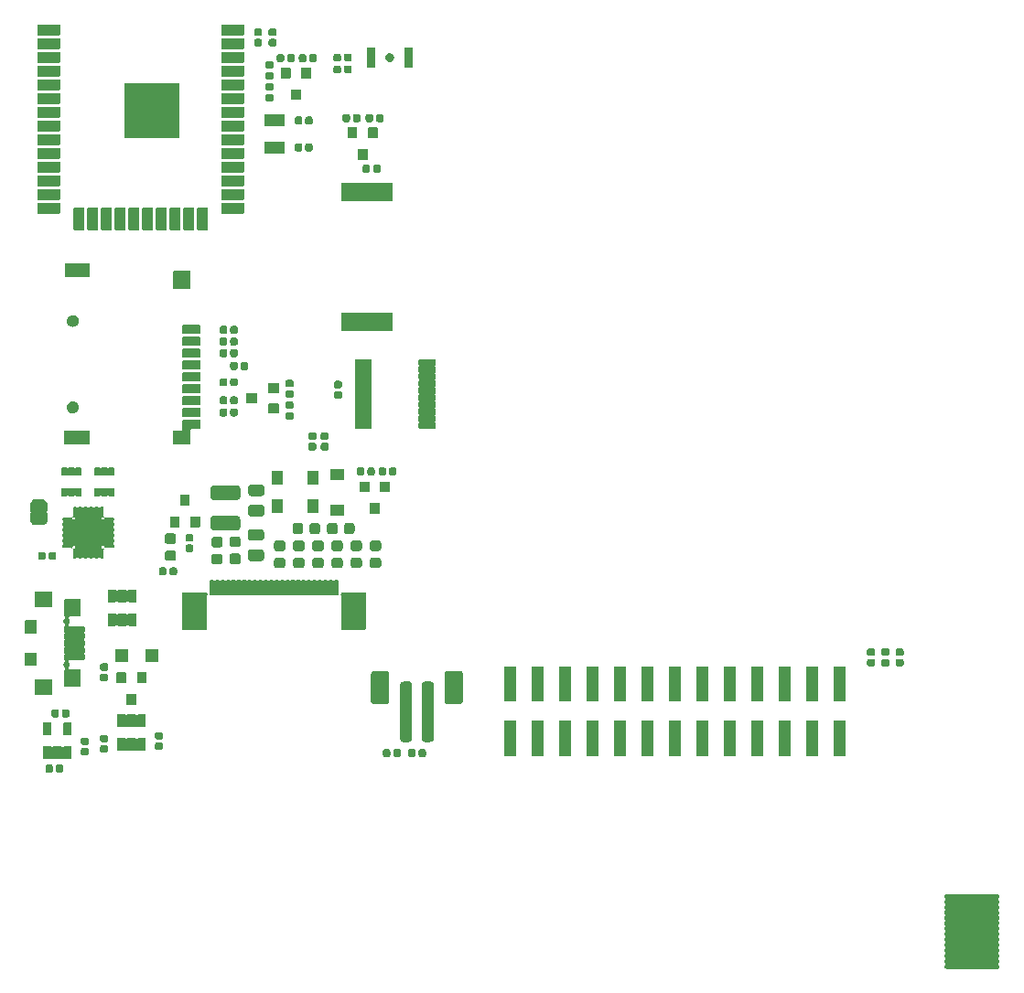
<source format=gbs>
G04 #@! TF.GenerationSoftware,KiCad,Pcbnew,5.99.0-unknown-c3175b4~100~ubuntu16.04.1*
G04 #@! TF.CreationDate,2020-01-01T10:39:56+05:30*
G04 #@! TF.ProjectId,paperd.ink_final_panel,70617065-7264-42e6-996e-6b5f66696e61,rev?*
G04 #@! TF.SameCoordinates,Original*
G04 #@! TF.FileFunction,Soldermask,Bot*
G04 #@! TF.FilePolarity,Negative*
%FSLAX46Y46*%
G04 Gerber Fmt 4.6, Leading zero omitted, Abs format (unit mm)*
G04 Created by KiCad (PCBNEW 5.99.0-unknown-c3175b4~100~ubuntu16.04.1) date 2020-01-01 10:39:56*
%MOMM*%
%LPD*%
G04 APERTURE LIST*
%ADD10C,0.100000*%
G04 APERTURE END LIST*
D10*
G36*
X192352938Y-150855061D02*
G01*
X192357061Y-150855061D01*
X192389249Y-150861464D01*
X192427492Y-150868207D01*
X192429774Y-150869525D01*
X192435487Y-150870661D01*
X192459285Y-150886563D01*
X192488879Y-150903648D01*
X192494013Y-150909767D01*
X192501974Y-150915086D01*
X192515648Y-150935551D01*
X192530797Y-150953605D01*
X192532863Y-150961314D01*
X192546399Y-150981573D01*
X192561999Y-151059999D01*
X192561999Y-151060001D01*
X192560129Y-151069404D01*
X192549478Y-151129807D01*
X192547397Y-151133412D01*
X192546399Y-151138427D01*
X192532438Y-151159322D01*
X192514035Y-151191196D01*
X192507445Y-151196725D01*
X192501974Y-151204914D01*
X192488473Y-151213935D01*
X192451401Y-151269656D01*
X192450284Y-151340079D01*
X192475008Y-151387118D01*
X192494012Y-151409766D01*
X192501974Y-151415086D01*
X192515649Y-151435553D01*
X192530797Y-151453605D01*
X192532863Y-151461314D01*
X192546399Y-151481573D01*
X192561999Y-151559999D01*
X192561999Y-151560001D01*
X192560129Y-151569404D01*
X192549478Y-151629807D01*
X192547397Y-151633412D01*
X192546399Y-151638427D01*
X192532438Y-151659322D01*
X192514035Y-151691196D01*
X192507445Y-151696725D01*
X192501974Y-151704914D01*
X192488473Y-151713935D01*
X192451401Y-151769656D01*
X192450284Y-151840079D01*
X192475008Y-151887118D01*
X192494012Y-151909766D01*
X192501974Y-151915086D01*
X192515649Y-151935553D01*
X192530797Y-151953605D01*
X192532863Y-151961314D01*
X192546399Y-151981573D01*
X192561999Y-152059999D01*
X192561999Y-152060001D01*
X192560129Y-152069404D01*
X192549478Y-152129807D01*
X192547397Y-152133412D01*
X192546399Y-152138427D01*
X192532438Y-152159322D01*
X192514035Y-152191196D01*
X192507445Y-152196725D01*
X192501974Y-152204914D01*
X192488473Y-152213935D01*
X192451401Y-152269656D01*
X192450284Y-152340079D01*
X192475008Y-152387118D01*
X192494012Y-152409766D01*
X192501974Y-152415086D01*
X192515649Y-152435553D01*
X192530797Y-152453605D01*
X192532863Y-152461314D01*
X192546399Y-152481573D01*
X192561999Y-152559999D01*
X192561999Y-152560001D01*
X192560129Y-152569404D01*
X192549478Y-152629807D01*
X192547397Y-152633412D01*
X192546399Y-152638427D01*
X192532438Y-152659322D01*
X192514035Y-152691196D01*
X192507445Y-152696725D01*
X192501974Y-152704914D01*
X192488473Y-152713935D01*
X192451401Y-152769656D01*
X192450284Y-152840079D01*
X192475008Y-152887118D01*
X192494012Y-152909766D01*
X192501974Y-152915086D01*
X192515649Y-152935553D01*
X192530797Y-152953605D01*
X192532863Y-152961314D01*
X192546399Y-152981573D01*
X192561999Y-153059999D01*
X192561999Y-153060001D01*
X192560129Y-153069404D01*
X192549478Y-153129807D01*
X192547397Y-153133412D01*
X192546399Y-153138427D01*
X192532438Y-153159322D01*
X192514035Y-153191196D01*
X192507445Y-153196725D01*
X192501974Y-153204914D01*
X192488473Y-153213935D01*
X192451401Y-153269656D01*
X192450284Y-153340079D01*
X192475008Y-153387118D01*
X192494012Y-153409766D01*
X192501974Y-153415086D01*
X192515649Y-153435553D01*
X192530797Y-153453605D01*
X192532863Y-153461314D01*
X192546399Y-153481573D01*
X192561999Y-153559999D01*
X192561999Y-153560001D01*
X192560129Y-153569404D01*
X192549478Y-153629807D01*
X192547397Y-153633412D01*
X192546399Y-153638427D01*
X192532438Y-153659322D01*
X192514035Y-153691196D01*
X192507445Y-153696725D01*
X192501974Y-153704914D01*
X192488473Y-153713935D01*
X192451401Y-153769656D01*
X192450284Y-153840079D01*
X192475008Y-153887118D01*
X192494012Y-153909766D01*
X192501974Y-153915086D01*
X192515649Y-153935553D01*
X192530797Y-153953605D01*
X192532863Y-153961314D01*
X192546399Y-153981573D01*
X192561999Y-154059999D01*
X192561999Y-154060001D01*
X192560129Y-154069404D01*
X192549478Y-154129807D01*
X192547397Y-154133412D01*
X192546399Y-154138427D01*
X192532438Y-154159322D01*
X192514035Y-154191196D01*
X192507445Y-154196725D01*
X192501974Y-154204914D01*
X192488473Y-154213935D01*
X192451401Y-154269656D01*
X192450284Y-154340079D01*
X192475008Y-154387118D01*
X192494012Y-154409766D01*
X192501974Y-154415086D01*
X192515649Y-154435553D01*
X192530797Y-154453605D01*
X192532863Y-154461314D01*
X192546399Y-154481573D01*
X192561999Y-154559999D01*
X192561999Y-154560001D01*
X192560129Y-154569404D01*
X192549478Y-154629807D01*
X192547397Y-154633412D01*
X192546399Y-154638427D01*
X192532438Y-154659322D01*
X192514035Y-154691196D01*
X192507445Y-154696725D01*
X192501974Y-154704914D01*
X192488473Y-154713935D01*
X192451401Y-154769656D01*
X192450284Y-154840079D01*
X192475008Y-154887118D01*
X192494012Y-154909766D01*
X192501974Y-154915086D01*
X192515649Y-154935553D01*
X192530797Y-154953605D01*
X192532863Y-154961314D01*
X192546399Y-154981573D01*
X192561999Y-155059999D01*
X192561999Y-155060001D01*
X192560129Y-155069404D01*
X192549478Y-155129807D01*
X192547397Y-155133412D01*
X192546399Y-155138427D01*
X192532438Y-155159322D01*
X192514035Y-155191196D01*
X192507445Y-155196725D01*
X192501974Y-155204914D01*
X192488473Y-155213935D01*
X192451401Y-155269656D01*
X192450284Y-155340079D01*
X192475008Y-155387118D01*
X192494012Y-155409766D01*
X192501974Y-155415086D01*
X192515649Y-155435553D01*
X192530797Y-155453605D01*
X192532863Y-155461314D01*
X192546399Y-155481573D01*
X192561999Y-155559999D01*
X192561999Y-155560001D01*
X192560129Y-155569404D01*
X192549478Y-155629807D01*
X192547397Y-155633412D01*
X192546399Y-155638427D01*
X192532438Y-155659322D01*
X192514035Y-155691196D01*
X192507445Y-155696725D01*
X192501974Y-155704914D01*
X192488473Y-155713935D01*
X192451401Y-155769656D01*
X192450284Y-155840079D01*
X192475008Y-155887118D01*
X192494012Y-155909766D01*
X192501974Y-155915086D01*
X192515649Y-155935553D01*
X192530797Y-155953605D01*
X192532863Y-155961314D01*
X192546399Y-155981573D01*
X192561999Y-156059999D01*
X192561999Y-156060001D01*
X192560129Y-156069404D01*
X192549478Y-156129807D01*
X192547397Y-156133412D01*
X192546399Y-156138427D01*
X192532438Y-156159322D01*
X192514035Y-156191196D01*
X192507445Y-156196725D01*
X192501974Y-156204914D01*
X192488473Y-156213935D01*
X192451401Y-156269656D01*
X192450284Y-156340079D01*
X192475008Y-156387118D01*
X192494012Y-156409766D01*
X192501974Y-156415086D01*
X192515649Y-156435553D01*
X192530797Y-156453605D01*
X192532863Y-156461314D01*
X192546399Y-156481573D01*
X192561999Y-156559999D01*
X192561999Y-156560001D01*
X192560129Y-156569404D01*
X192549478Y-156629807D01*
X192547397Y-156633412D01*
X192546399Y-156638427D01*
X192532438Y-156659322D01*
X192514035Y-156691196D01*
X192507445Y-156696725D01*
X192501974Y-156704914D01*
X192488473Y-156713935D01*
X192451401Y-156769656D01*
X192450284Y-156840079D01*
X192475008Y-156887118D01*
X192494012Y-156909766D01*
X192501974Y-156915086D01*
X192515649Y-156935553D01*
X192530797Y-156953605D01*
X192532863Y-156961314D01*
X192546399Y-156981573D01*
X192561999Y-157059999D01*
X192561999Y-157060001D01*
X192560129Y-157069404D01*
X192549478Y-157129807D01*
X192547397Y-157133412D01*
X192546399Y-157138427D01*
X192532438Y-157159322D01*
X192514035Y-157191196D01*
X192507445Y-157196725D01*
X192501974Y-157204914D01*
X192488473Y-157213935D01*
X192451401Y-157269656D01*
X192450284Y-157340079D01*
X192475008Y-157387118D01*
X192494012Y-157409766D01*
X192501974Y-157415086D01*
X192515649Y-157435553D01*
X192530797Y-157453605D01*
X192532863Y-157461314D01*
X192546399Y-157481573D01*
X192561999Y-157559999D01*
X192561999Y-157560001D01*
X192560129Y-157569404D01*
X192549478Y-157629807D01*
X192547396Y-157633412D01*
X192546399Y-157638427D01*
X192532441Y-157659317D01*
X192514037Y-157691194D01*
X192507446Y-157696724D01*
X192501974Y-157704914D01*
X192480921Y-157718981D01*
X192464080Y-157733112D01*
X192456889Y-157735039D01*
X192435487Y-157749339D01*
X192357061Y-157764939D01*
X192345301Y-157764939D01*
X192341229Y-157766030D01*
X187673249Y-157766030D01*
X187667062Y-157764939D01*
X187662939Y-157764939D01*
X187630751Y-157758536D01*
X187592508Y-157751793D01*
X187590226Y-157750475D01*
X187584513Y-157749339D01*
X187560715Y-157733437D01*
X187531121Y-157716352D01*
X187525987Y-157710233D01*
X187518026Y-157704914D01*
X187504352Y-157684449D01*
X187489203Y-157666395D01*
X187487137Y-157658686D01*
X187473601Y-157638427D01*
X187458001Y-157560001D01*
X187458001Y-157559999D01*
X187459871Y-157550596D01*
X187470522Y-157490193D01*
X187472603Y-157486588D01*
X187473601Y-157481573D01*
X187487562Y-157460678D01*
X187505965Y-157428804D01*
X187512555Y-157423275D01*
X187518026Y-157415086D01*
X187531527Y-157406065D01*
X187568599Y-157350344D01*
X187569716Y-157279921D01*
X187544992Y-157232882D01*
X187525988Y-157210234D01*
X187518026Y-157204914D01*
X187504351Y-157184447D01*
X187489203Y-157166395D01*
X187487137Y-157158686D01*
X187473601Y-157138427D01*
X187458001Y-157060001D01*
X187458001Y-157059999D01*
X187459871Y-157050596D01*
X187470522Y-156990193D01*
X187472603Y-156986588D01*
X187473601Y-156981573D01*
X187487562Y-156960678D01*
X187505965Y-156928804D01*
X187512555Y-156923275D01*
X187518026Y-156915086D01*
X187531527Y-156906065D01*
X187568599Y-156850344D01*
X187569716Y-156779921D01*
X187544992Y-156732882D01*
X187525988Y-156710234D01*
X187518026Y-156704914D01*
X187504351Y-156684447D01*
X187489203Y-156666395D01*
X187487137Y-156658686D01*
X187473601Y-156638427D01*
X187458001Y-156560001D01*
X187458001Y-156559999D01*
X187459871Y-156550596D01*
X187470522Y-156490193D01*
X187472603Y-156486588D01*
X187473601Y-156481573D01*
X187487562Y-156460678D01*
X187505965Y-156428804D01*
X187512555Y-156423275D01*
X187518026Y-156415086D01*
X187531527Y-156406065D01*
X187568599Y-156350344D01*
X187569716Y-156279921D01*
X187544992Y-156232882D01*
X187525988Y-156210234D01*
X187518026Y-156204914D01*
X187504351Y-156184447D01*
X187489203Y-156166395D01*
X187487137Y-156158686D01*
X187473601Y-156138427D01*
X187458001Y-156060001D01*
X187458001Y-156059999D01*
X187459871Y-156050596D01*
X187470522Y-155990193D01*
X187472603Y-155986588D01*
X187473601Y-155981573D01*
X187487562Y-155960678D01*
X187505965Y-155928804D01*
X187512555Y-155923275D01*
X187518026Y-155915086D01*
X187531527Y-155906065D01*
X187568599Y-155850344D01*
X187569716Y-155779921D01*
X187544992Y-155732882D01*
X187525988Y-155710234D01*
X187518026Y-155704914D01*
X187504351Y-155684447D01*
X187489203Y-155666395D01*
X187487137Y-155658686D01*
X187473601Y-155638427D01*
X187458001Y-155560001D01*
X187458001Y-155559999D01*
X187459871Y-155550596D01*
X187470522Y-155490193D01*
X187472603Y-155486588D01*
X187473601Y-155481573D01*
X187487562Y-155460678D01*
X187505965Y-155428804D01*
X187512555Y-155423275D01*
X187518026Y-155415086D01*
X187531527Y-155406065D01*
X187568599Y-155350344D01*
X187569716Y-155279921D01*
X187544992Y-155232882D01*
X187525988Y-155210234D01*
X187518026Y-155204914D01*
X187504351Y-155184447D01*
X187489203Y-155166395D01*
X187487137Y-155158686D01*
X187473601Y-155138427D01*
X187458001Y-155060001D01*
X187458001Y-155059999D01*
X187459871Y-155050596D01*
X187470522Y-154990193D01*
X187472603Y-154986588D01*
X187473601Y-154981573D01*
X187487562Y-154960678D01*
X187505965Y-154928804D01*
X187512555Y-154923275D01*
X187518026Y-154915086D01*
X187531527Y-154906065D01*
X187568599Y-154850344D01*
X187569716Y-154779921D01*
X187544992Y-154732882D01*
X187525988Y-154710234D01*
X187518026Y-154704914D01*
X187504351Y-154684447D01*
X187489203Y-154666395D01*
X187487137Y-154658686D01*
X187473601Y-154638427D01*
X187458001Y-154560001D01*
X187458001Y-154559999D01*
X187459871Y-154550596D01*
X187470522Y-154490193D01*
X187472603Y-154486588D01*
X187473601Y-154481573D01*
X187487562Y-154460678D01*
X187505965Y-154428804D01*
X187512555Y-154423275D01*
X187518026Y-154415086D01*
X187531527Y-154406065D01*
X187568599Y-154350344D01*
X187569716Y-154279921D01*
X187544992Y-154232882D01*
X187525988Y-154210234D01*
X187518026Y-154204914D01*
X187504351Y-154184447D01*
X187489203Y-154166395D01*
X187487137Y-154158686D01*
X187473601Y-154138427D01*
X187458001Y-154060001D01*
X187458001Y-154059999D01*
X187459871Y-154050596D01*
X187470522Y-153990193D01*
X187472603Y-153986588D01*
X187473601Y-153981573D01*
X187487562Y-153960678D01*
X187505965Y-153928804D01*
X187512555Y-153923275D01*
X187518026Y-153915086D01*
X187531527Y-153906065D01*
X187568599Y-153850344D01*
X187569716Y-153779921D01*
X187544992Y-153732882D01*
X187525988Y-153710234D01*
X187518026Y-153704914D01*
X187504351Y-153684447D01*
X187489203Y-153666395D01*
X187487137Y-153658686D01*
X187473601Y-153638427D01*
X187458001Y-153560001D01*
X187458001Y-153559999D01*
X187459871Y-153550596D01*
X187470522Y-153490193D01*
X187472603Y-153486588D01*
X187473601Y-153481573D01*
X187487562Y-153460678D01*
X187505965Y-153428804D01*
X187512555Y-153423275D01*
X187518026Y-153415086D01*
X187531527Y-153406065D01*
X187568599Y-153350344D01*
X187569716Y-153279921D01*
X187544992Y-153232882D01*
X187525988Y-153210234D01*
X187518026Y-153204914D01*
X187504351Y-153184447D01*
X187489203Y-153166395D01*
X187487137Y-153158686D01*
X187473601Y-153138427D01*
X187458001Y-153060001D01*
X187458001Y-153059999D01*
X187459871Y-153050596D01*
X187470522Y-152990193D01*
X187472603Y-152986588D01*
X187473601Y-152981573D01*
X187487562Y-152960678D01*
X187505965Y-152928804D01*
X187512555Y-152923275D01*
X187518026Y-152915086D01*
X187531527Y-152906065D01*
X187568599Y-152850344D01*
X187569716Y-152779921D01*
X187544992Y-152732882D01*
X187525988Y-152710234D01*
X187518026Y-152704914D01*
X187504351Y-152684447D01*
X187489203Y-152666395D01*
X187487137Y-152658686D01*
X187473601Y-152638427D01*
X187458001Y-152560001D01*
X187458001Y-152559999D01*
X187459871Y-152550596D01*
X187470522Y-152490193D01*
X187472603Y-152486588D01*
X187473601Y-152481573D01*
X187487562Y-152460678D01*
X187505965Y-152428804D01*
X187512555Y-152423275D01*
X187518026Y-152415086D01*
X187531527Y-152406065D01*
X187568599Y-152350344D01*
X187569716Y-152279921D01*
X187544992Y-152232882D01*
X187525988Y-152210234D01*
X187518026Y-152204914D01*
X187504351Y-152184447D01*
X187489203Y-152166395D01*
X187487137Y-152158686D01*
X187473601Y-152138427D01*
X187458001Y-152060001D01*
X187458001Y-152059999D01*
X187459871Y-152050596D01*
X187470522Y-151990193D01*
X187472603Y-151986588D01*
X187473601Y-151981573D01*
X187487562Y-151960678D01*
X187505965Y-151928804D01*
X187512555Y-151923275D01*
X187518026Y-151915086D01*
X187531527Y-151906065D01*
X187568599Y-151850344D01*
X187569716Y-151779921D01*
X187544992Y-151732882D01*
X187525988Y-151710234D01*
X187518026Y-151704914D01*
X187504351Y-151684447D01*
X187489203Y-151666395D01*
X187487137Y-151658686D01*
X187473601Y-151638427D01*
X187458001Y-151560001D01*
X187458001Y-151559999D01*
X187459871Y-151550596D01*
X187470522Y-151490193D01*
X187472603Y-151486588D01*
X187473601Y-151481573D01*
X187487562Y-151460678D01*
X187505965Y-151428804D01*
X187512555Y-151423275D01*
X187518026Y-151415086D01*
X187531527Y-151406065D01*
X187568599Y-151350344D01*
X187569716Y-151279921D01*
X187544992Y-151232882D01*
X187525988Y-151210234D01*
X187518026Y-151204914D01*
X187504351Y-151184447D01*
X187489203Y-151166395D01*
X187487137Y-151158686D01*
X187473601Y-151138427D01*
X187458001Y-151060001D01*
X187458001Y-151059999D01*
X187459871Y-151050596D01*
X187470522Y-150990193D01*
X187472604Y-150986588D01*
X187473601Y-150981573D01*
X187487559Y-150960683D01*
X187505963Y-150928806D01*
X187512554Y-150923276D01*
X187518026Y-150915086D01*
X187539079Y-150901019D01*
X187555920Y-150886888D01*
X187563111Y-150884961D01*
X187584513Y-150870661D01*
X187662939Y-150855061D01*
X187674699Y-150855061D01*
X187678771Y-150853970D01*
X192346751Y-150853970D01*
X192352938Y-150855061D01*
X192352938Y-150855061D01*
G37*
G36*
X105759022Y-138848001D02*
G01*
X105759610Y-138848001D01*
X105764203Y-138848915D01*
X105829163Y-138860369D01*
X105833040Y-138862607D01*
X105837061Y-138863407D01*
X105853815Y-138874602D01*
X105889786Y-138895369D01*
X105896026Y-138902805D01*
X105902721Y-138907279D01*
X105914222Y-138924492D01*
X105931137Y-138944651D01*
X105933444Y-138953259D01*
X105946593Y-138972939D01*
X105961999Y-139050390D01*
X105961999Y-139059828D01*
X105963715Y-139066232D01*
X105963715Y-139379290D01*
X105961999Y-139389022D01*
X105961999Y-139389610D01*
X105961085Y-139394203D01*
X105949631Y-139459163D01*
X105947393Y-139463040D01*
X105946593Y-139467061D01*
X105935398Y-139483815D01*
X105914631Y-139519786D01*
X105907194Y-139526026D01*
X105902721Y-139532721D01*
X105885511Y-139544220D01*
X105865350Y-139561137D01*
X105856740Y-139563444D01*
X105837061Y-139576593D01*
X105759610Y-139591999D01*
X105750172Y-139591999D01*
X105743768Y-139593715D01*
X105480710Y-139593715D01*
X105470978Y-139591999D01*
X105470390Y-139591999D01*
X105465797Y-139591085D01*
X105400837Y-139579631D01*
X105396960Y-139577393D01*
X105392939Y-139576593D01*
X105376185Y-139565398D01*
X105340214Y-139544631D01*
X105333974Y-139537194D01*
X105327279Y-139532721D01*
X105315780Y-139515511D01*
X105298863Y-139495350D01*
X105296556Y-139486740D01*
X105283407Y-139467061D01*
X105268001Y-139389610D01*
X105268001Y-139380172D01*
X105266285Y-139373768D01*
X105266285Y-139060710D01*
X105268001Y-139050978D01*
X105268001Y-139050390D01*
X105268915Y-139045797D01*
X105280369Y-138980837D01*
X105282607Y-138976960D01*
X105283407Y-138972939D01*
X105294602Y-138956185D01*
X105315369Y-138920214D01*
X105322805Y-138913974D01*
X105327279Y-138907279D01*
X105344492Y-138895778D01*
X105364651Y-138878863D01*
X105373259Y-138876556D01*
X105392939Y-138863407D01*
X105470390Y-138848001D01*
X105479828Y-138848001D01*
X105486232Y-138846285D01*
X105749290Y-138846285D01*
X105759022Y-138848001D01*
X105759022Y-138848001D01*
G37*
G36*
X104789022Y-138848001D02*
G01*
X104789610Y-138848001D01*
X104794203Y-138848915D01*
X104859163Y-138860369D01*
X104863040Y-138862607D01*
X104867061Y-138863407D01*
X104883815Y-138874602D01*
X104919786Y-138895369D01*
X104926026Y-138902805D01*
X104932721Y-138907279D01*
X104944222Y-138924492D01*
X104961137Y-138944651D01*
X104963444Y-138953259D01*
X104976593Y-138972939D01*
X104991999Y-139050390D01*
X104991999Y-139059828D01*
X104993715Y-139066232D01*
X104993715Y-139379290D01*
X104991999Y-139389022D01*
X104991999Y-139389610D01*
X104991085Y-139394203D01*
X104979631Y-139459163D01*
X104977393Y-139463040D01*
X104976593Y-139467061D01*
X104965398Y-139483815D01*
X104944631Y-139519786D01*
X104937194Y-139526026D01*
X104932721Y-139532721D01*
X104915511Y-139544220D01*
X104895350Y-139561137D01*
X104886740Y-139563444D01*
X104867061Y-139576593D01*
X104789610Y-139591999D01*
X104780172Y-139591999D01*
X104773768Y-139593715D01*
X104510710Y-139593715D01*
X104500978Y-139591999D01*
X104500390Y-139591999D01*
X104495797Y-139591085D01*
X104430837Y-139579631D01*
X104426960Y-139577393D01*
X104422939Y-139576593D01*
X104406185Y-139565398D01*
X104370214Y-139544631D01*
X104363974Y-139537194D01*
X104357279Y-139532721D01*
X104345780Y-139515511D01*
X104328863Y-139495350D01*
X104326556Y-139486740D01*
X104313407Y-139467061D01*
X104298001Y-139389610D01*
X104298001Y-139380172D01*
X104296285Y-139373768D01*
X104296285Y-139060710D01*
X104298001Y-139050978D01*
X104298001Y-139050390D01*
X104298915Y-139045797D01*
X104310369Y-138980837D01*
X104312607Y-138976960D01*
X104313407Y-138972939D01*
X104324602Y-138956185D01*
X104345369Y-138920214D01*
X104352805Y-138913974D01*
X104357279Y-138907279D01*
X104374492Y-138895778D01*
X104394651Y-138878863D01*
X104403259Y-138876556D01*
X104422939Y-138863407D01*
X104500390Y-138848001D01*
X104509828Y-138848001D01*
X104516232Y-138846285D01*
X104779290Y-138846285D01*
X104789022Y-138848001D01*
X104789022Y-138848001D01*
G37*
G36*
X104804899Y-137173959D02*
G01*
X104821769Y-137185231D01*
X104831067Y-137199147D01*
X104885111Y-137244314D01*
X104954994Y-137253092D01*
X105038933Y-137199147D01*
X105048231Y-137185231D01*
X105065101Y-137173959D01*
X105097312Y-137167552D01*
X105722688Y-137167552D01*
X105754899Y-137173959D01*
X105771769Y-137185231D01*
X105781067Y-137199147D01*
X105835111Y-137244314D01*
X105904994Y-137253092D01*
X105988933Y-137199147D01*
X105998231Y-137185231D01*
X106015101Y-137173959D01*
X106047312Y-137167552D01*
X106672688Y-137167552D01*
X106704899Y-137173959D01*
X106721769Y-137185231D01*
X106733041Y-137202101D01*
X106739448Y-137234312D01*
X106739448Y-138269688D01*
X106736999Y-138282000D01*
X106733041Y-138301899D01*
X106721769Y-138318769D01*
X106704899Y-138330041D01*
X106685000Y-138333999D01*
X106672688Y-138336448D01*
X106047312Y-138336448D01*
X106015101Y-138330041D01*
X105998231Y-138318769D01*
X105988933Y-138304853D01*
X105934889Y-138259686D01*
X105865006Y-138250908D01*
X105781067Y-138304853D01*
X105771769Y-138318769D01*
X105754899Y-138330041D01*
X105735000Y-138333999D01*
X105722688Y-138336448D01*
X105097312Y-138336448D01*
X105065101Y-138330041D01*
X105048231Y-138318769D01*
X105038933Y-138304853D01*
X104984889Y-138259686D01*
X104915006Y-138250908D01*
X104831067Y-138304853D01*
X104821769Y-138318769D01*
X104804899Y-138330041D01*
X104785000Y-138333999D01*
X104772688Y-138336448D01*
X104147312Y-138336448D01*
X104115101Y-138330041D01*
X104098231Y-138318769D01*
X104086959Y-138301899D01*
X104080552Y-138269688D01*
X104080552Y-137234312D01*
X104086959Y-137202101D01*
X104098231Y-137185231D01*
X104115101Y-137173959D01*
X104147312Y-137167552D01*
X104772688Y-137167552D01*
X104804899Y-137173959D01*
X104804899Y-137173959D01*
G37*
G36*
X139322022Y-137410001D02*
G01*
X139322610Y-137410001D01*
X139327203Y-137410915D01*
X139392163Y-137422369D01*
X139396040Y-137424607D01*
X139400061Y-137425407D01*
X139416815Y-137436602D01*
X139452786Y-137457369D01*
X139459026Y-137464805D01*
X139465721Y-137469279D01*
X139477222Y-137486492D01*
X139494137Y-137506651D01*
X139496444Y-137515259D01*
X139509593Y-137534939D01*
X139524999Y-137612390D01*
X139524999Y-137621828D01*
X139526715Y-137628232D01*
X139526715Y-137941290D01*
X139524999Y-137951022D01*
X139524999Y-137951610D01*
X139524085Y-137956203D01*
X139512631Y-138021163D01*
X139510393Y-138025040D01*
X139509593Y-138029061D01*
X139498398Y-138045815D01*
X139477631Y-138081786D01*
X139470194Y-138088026D01*
X139465721Y-138094721D01*
X139448511Y-138106220D01*
X139428350Y-138123137D01*
X139419740Y-138125444D01*
X139400061Y-138138593D01*
X139322610Y-138153999D01*
X139313172Y-138153999D01*
X139306768Y-138155715D01*
X139043710Y-138155715D01*
X139033978Y-138153999D01*
X139033390Y-138153999D01*
X139028797Y-138153085D01*
X138963837Y-138141631D01*
X138959960Y-138139393D01*
X138955939Y-138138593D01*
X138939185Y-138127398D01*
X138903214Y-138106631D01*
X138896974Y-138099194D01*
X138890279Y-138094721D01*
X138878780Y-138077511D01*
X138861863Y-138057350D01*
X138859556Y-138048740D01*
X138846407Y-138029061D01*
X138831001Y-137951610D01*
X138831001Y-137942172D01*
X138829285Y-137935768D01*
X138829285Y-137622710D01*
X138831001Y-137612978D01*
X138831001Y-137612390D01*
X138831915Y-137607797D01*
X138843369Y-137542837D01*
X138845607Y-137538960D01*
X138846407Y-137534939D01*
X138857602Y-137518185D01*
X138878369Y-137482214D01*
X138885805Y-137475974D01*
X138890279Y-137469279D01*
X138907492Y-137457778D01*
X138927651Y-137440863D01*
X138936259Y-137438556D01*
X138955939Y-137425407D01*
X139033390Y-137410001D01*
X139042828Y-137410001D01*
X139049232Y-137408285D01*
X139312290Y-137408285D01*
X139322022Y-137410001D01*
X139322022Y-137410001D01*
G37*
G36*
X136020022Y-137410001D02*
G01*
X136020610Y-137410001D01*
X136025203Y-137410915D01*
X136090163Y-137422369D01*
X136094040Y-137424607D01*
X136098061Y-137425407D01*
X136114815Y-137436602D01*
X136150786Y-137457369D01*
X136157026Y-137464805D01*
X136163721Y-137469279D01*
X136175222Y-137486492D01*
X136192137Y-137506651D01*
X136194444Y-137515259D01*
X136207593Y-137534939D01*
X136222999Y-137612390D01*
X136222999Y-137621828D01*
X136224715Y-137628232D01*
X136224715Y-137941290D01*
X136222999Y-137951022D01*
X136222999Y-137951610D01*
X136222085Y-137956203D01*
X136210631Y-138021163D01*
X136208393Y-138025040D01*
X136207593Y-138029061D01*
X136196398Y-138045815D01*
X136175631Y-138081786D01*
X136168194Y-138088026D01*
X136163721Y-138094721D01*
X136146511Y-138106220D01*
X136126350Y-138123137D01*
X136117740Y-138125444D01*
X136098061Y-138138593D01*
X136020610Y-138153999D01*
X136011172Y-138153999D01*
X136004768Y-138155715D01*
X135741710Y-138155715D01*
X135731978Y-138153999D01*
X135731390Y-138153999D01*
X135726797Y-138153085D01*
X135661837Y-138141631D01*
X135657960Y-138139393D01*
X135653939Y-138138593D01*
X135637185Y-138127398D01*
X135601214Y-138106631D01*
X135594974Y-138099194D01*
X135588279Y-138094721D01*
X135576780Y-138077511D01*
X135559863Y-138057350D01*
X135557556Y-138048740D01*
X135544407Y-138029061D01*
X135529001Y-137951610D01*
X135529001Y-137942172D01*
X135527285Y-137935768D01*
X135527285Y-137622710D01*
X135529001Y-137612978D01*
X135529001Y-137612390D01*
X135529915Y-137607797D01*
X135541369Y-137542837D01*
X135543607Y-137538960D01*
X135544407Y-137534939D01*
X135555602Y-137518185D01*
X135576369Y-137482214D01*
X135583805Y-137475974D01*
X135588279Y-137469279D01*
X135605492Y-137457778D01*
X135625651Y-137440863D01*
X135634259Y-137438556D01*
X135653939Y-137425407D01*
X135731390Y-137410001D01*
X135740828Y-137410001D01*
X135747232Y-137408285D01*
X136010290Y-137408285D01*
X136020022Y-137410001D01*
X136020022Y-137410001D01*
G37*
G36*
X136990022Y-137410001D02*
G01*
X136990610Y-137410001D01*
X136995203Y-137410915D01*
X137060163Y-137422369D01*
X137064040Y-137424607D01*
X137068061Y-137425407D01*
X137084815Y-137436602D01*
X137120786Y-137457369D01*
X137127026Y-137464805D01*
X137133721Y-137469279D01*
X137145222Y-137486492D01*
X137162137Y-137506651D01*
X137164444Y-137515259D01*
X137177593Y-137534939D01*
X137192999Y-137612390D01*
X137192999Y-137621828D01*
X137194715Y-137628232D01*
X137194715Y-137941290D01*
X137192999Y-137951022D01*
X137192999Y-137951610D01*
X137192085Y-137956203D01*
X137180631Y-138021163D01*
X137178393Y-138025040D01*
X137177593Y-138029061D01*
X137166398Y-138045815D01*
X137145631Y-138081786D01*
X137138194Y-138088026D01*
X137133721Y-138094721D01*
X137116511Y-138106220D01*
X137096350Y-138123137D01*
X137087740Y-138125444D01*
X137068061Y-138138593D01*
X136990610Y-138153999D01*
X136981172Y-138153999D01*
X136974768Y-138155715D01*
X136711710Y-138155715D01*
X136701978Y-138153999D01*
X136701390Y-138153999D01*
X136696797Y-138153085D01*
X136631837Y-138141631D01*
X136627960Y-138139393D01*
X136623939Y-138138593D01*
X136607185Y-138127398D01*
X136571214Y-138106631D01*
X136564974Y-138099194D01*
X136558279Y-138094721D01*
X136546780Y-138077511D01*
X136529863Y-138057350D01*
X136527556Y-138048740D01*
X136514407Y-138029061D01*
X136499001Y-137951610D01*
X136499001Y-137942172D01*
X136497285Y-137935768D01*
X136497285Y-137622710D01*
X136499001Y-137612978D01*
X136499001Y-137612390D01*
X136499915Y-137607797D01*
X136511369Y-137542837D01*
X136513607Y-137538960D01*
X136514407Y-137534939D01*
X136525602Y-137518185D01*
X136546369Y-137482214D01*
X136553805Y-137475974D01*
X136558279Y-137469279D01*
X136575492Y-137457778D01*
X136595651Y-137440863D01*
X136604259Y-137438556D01*
X136623939Y-137425407D01*
X136701390Y-137410001D01*
X136710828Y-137410001D01*
X136717232Y-137408285D01*
X136980290Y-137408285D01*
X136990022Y-137410001D01*
X136990022Y-137410001D01*
G37*
G36*
X138352022Y-137410001D02*
G01*
X138352610Y-137410001D01*
X138357203Y-137410915D01*
X138422163Y-137422369D01*
X138426040Y-137424607D01*
X138430061Y-137425407D01*
X138446815Y-137436602D01*
X138482786Y-137457369D01*
X138489026Y-137464805D01*
X138495721Y-137469279D01*
X138507222Y-137486492D01*
X138524137Y-137506651D01*
X138526444Y-137515259D01*
X138539593Y-137534939D01*
X138554999Y-137612390D01*
X138554999Y-137621828D01*
X138556715Y-137628232D01*
X138556715Y-137941290D01*
X138554999Y-137951022D01*
X138554999Y-137951610D01*
X138554085Y-137956203D01*
X138542631Y-138021163D01*
X138540393Y-138025040D01*
X138539593Y-138029061D01*
X138528398Y-138045815D01*
X138507631Y-138081786D01*
X138500194Y-138088026D01*
X138495721Y-138094721D01*
X138478511Y-138106220D01*
X138458350Y-138123137D01*
X138449740Y-138125444D01*
X138430061Y-138138593D01*
X138352610Y-138153999D01*
X138343172Y-138153999D01*
X138336768Y-138155715D01*
X138073710Y-138155715D01*
X138063978Y-138153999D01*
X138063390Y-138153999D01*
X138058797Y-138153085D01*
X137993837Y-138141631D01*
X137989960Y-138139393D01*
X137985939Y-138138593D01*
X137969185Y-138127398D01*
X137933214Y-138106631D01*
X137926974Y-138099194D01*
X137920279Y-138094721D01*
X137908780Y-138077511D01*
X137891863Y-138057350D01*
X137889556Y-138048740D01*
X137876407Y-138029061D01*
X137861001Y-137951610D01*
X137861001Y-137942172D01*
X137859285Y-137935768D01*
X137859285Y-137622710D01*
X137861001Y-137612978D01*
X137861001Y-137612390D01*
X137861915Y-137607797D01*
X137873369Y-137542837D01*
X137875607Y-137538960D01*
X137876407Y-137534939D01*
X137887602Y-137518185D01*
X137908369Y-137482214D01*
X137915805Y-137475974D01*
X137920279Y-137469279D01*
X137937492Y-137457778D01*
X137957651Y-137440863D01*
X137966259Y-137438556D01*
X137985939Y-137425407D01*
X138063390Y-137410001D01*
X138072828Y-137410001D01*
X138079232Y-137408285D01*
X138342290Y-137408285D01*
X138352022Y-137410001D01*
X138352022Y-137410001D01*
G37*
G36*
X157979899Y-134801959D02*
G01*
X157996769Y-134813231D01*
X158008041Y-134830101D01*
X158014448Y-134862312D01*
X158014448Y-137987688D01*
X158011999Y-138000000D01*
X158008041Y-138019899D01*
X157996769Y-138036769D01*
X157979899Y-138048041D01*
X157960000Y-138051999D01*
X157947688Y-138054448D01*
X156972312Y-138054448D01*
X156940101Y-138048041D01*
X156923231Y-138036769D01*
X156911959Y-138019899D01*
X156905552Y-137987688D01*
X156905552Y-134862312D01*
X156911959Y-134830101D01*
X156923231Y-134813231D01*
X156940101Y-134801959D01*
X156972312Y-134795552D01*
X157947688Y-134795552D01*
X157979899Y-134801959D01*
X157979899Y-134801959D01*
G37*
G36*
X163059899Y-134801959D02*
G01*
X163076769Y-134813231D01*
X163088041Y-134830101D01*
X163094448Y-134862312D01*
X163094448Y-137987688D01*
X163091999Y-138000000D01*
X163088041Y-138019899D01*
X163076769Y-138036769D01*
X163059899Y-138048041D01*
X163040000Y-138051999D01*
X163027688Y-138054448D01*
X162052312Y-138054448D01*
X162020101Y-138048041D01*
X162003231Y-138036769D01*
X161991959Y-138019899D01*
X161985552Y-137987688D01*
X161985552Y-134862312D01*
X161991959Y-134830101D01*
X162003231Y-134813231D01*
X162020101Y-134801959D01*
X162052312Y-134795552D01*
X163027688Y-134795552D01*
X163059899Y-134801959D01*
X163059899Y-134801959D01*
G37*
G36*
X155439899Y-134801959D02*
G01*
X155456769Y-134813231D01*
X155468041Y-134830101D01*
X155474448Y-134862312D01*
X155474448Y-137987688D01*
X155471999Y-138000000D01*
X155468041Y-138019899D01*
X155456769Y-138036769D01*
X155439899Y-138048041D01*
X155420000Y-138051999D01*
X155407688Y-138054448D01*
X154432312Y-138054448D01*
X154400101Y-138048041D01*
X154383231Y-138036769D01*
X154371959Y-138019899D01*
X154365552Y-137987688D01*
X154365552Y-134862312D01*
X154371959Y-134830101D01*
X154383231Y-134813231D01*
X154400101Y-134801959D01*
X154432312Y-134795552D01*
X155407688Y-134795552D01*
X155439899Y-134801959D01*
X155439899Y-134801959D01*
G37*
G36*
X147819899Y-134801959D02*
G01*
X147836769Y-134813231D01*
X147848041Y-134830101D01*
X147854448Y-134862312D01*
X147854448Y-137987688D01*
X147851999Y-138000000D01*
X147848041Y-138019899D01*
X147836769Y-138036769D01*
X147819899Y-138048041D01*
X147800000Y-138051999D01*
X147787688Y-138054448D01*
X146812312Y-138054448D01*
X146780101Y-138048041D01*
X146763231Y-138036769D01*
X146751959Y-138019899D01*
X146745552Y-137987688D01*
X146745552Y-134862312D01*
X146751959Y-134830101D01*
X146763231Y-134813231D01*
X146780101Y-134801959D01*
X146812312Y-134795552D01*
X147787688Y-134795552D01*
X147819899Y-134801959D01*
X147819899Y-134801959D01*
G37*
G36*
X160519899Y-134801959D02*
G01*
X160536769Y-134813231D01*
X160548041Y-134830101D01*
X160554448Y-134862312D01*
X160554448Y-137987688D01*
X160551999Y-138000000D01*
X160548041Y-138019899D01*
X160536769Y-138036769D01*
X160519899Y-138048041D01*
X160500000Y-138051999D01*
X160487688Y-138054448D01*
X159512312Y-138054448D01*
X159480101Y-138048041D01*
X159463231Y-138036769D01*
X159451959Y-138019899D01*
X159445552Y-137987688D01*
X159445552Y-134862312D01*
X159451959Y-134830101D01*
X159463231Y-134813231D01*
X159480101Y-134801959D01*
X159512312Y-134795552D01*
X160487688Y-134795552D01*
X160519899Y-134801959D01*
X160519899Y-134801959D01*
G37*
G36*
X152899899Y-134801959D02*
G01*
X152916769Y-134813231D01*
X152928041Y-134830101D01*
X152934448Y-134862312D01*
X152934448Y-137987688D01*
X152931999Y-138000000D01*
X152928041Y-138019899D01*
X152916769Y-138036769D01*
X152899899Y-138048041D01*
X152880000Y-138051999D01*
X152867688Y-138054448D01*
X151892312Y-138054448D01*
X151860101Y-138048041D01*
X151843231Y-138036769D01*
X151831959Y-138019899D01*
X151825552Y-137987688D01*
X151825552Y-134862312D01*
X151831959Y-134830101D01*
X151843231Y-134813231D01*
X151860101Y-134801959D01*
X151892312Y-134795552D01*
X152867688Y-134795552D01*
X152899899Y-134801959D01*
X152899899Y-134801959D01*
G37*
G36*
X175759899Y-134801959D02*
G01*
X175776769Y-134813231D01*
X175788041Y-134830101D01*
X175794448Y-134862312D01*
X175794448Y-137987688D01*
X175791999Y-138000000D01*
X175788041Y-138019899D01*
X175776769Y-138036769D01*
X175759899Y-138048041D01*
X175740000Y-138051999D01*
X175727688Y-138054448D01*
X174752312Y-138054448D01*
X174720101Y-138048041D01*
X174703231Y-138036769D01*
X174691959Y-138019899D01*
X174685552Y-137987688D01*
X174685552Y-134862312D01*
X174691959Y-134830101D01*
X174703231Y-134813231D01*
X174720101Y-134801959D01*
X174752312Y-134795552D01*
X175727688Y-134795552D01*
X175759899Y-134801959D01*
X175759899Y-134801959D01*
G37*
G36*
X170679899Y-134801959D02*
G01*
X170696769Y-134813231D01*
X170708041Y-134830101D01*
X170714448Y-134862312D01*
X170714448Y-137987688D01*
X170711999Y-138000000D01*
X170708041Y-138019899D01*
X170696769Y-138036769D01*
X170679899Y-138048041D01*
X170660000Y-138051999D01*
X170647688Y-138054448D01*
X169672312Y-138054448D01*
X169640101Y-138048041D01*
X169623231Y-138036769D01*
X169611959Y-138019899D01*
X169605552Y-137987688D01*
X169605552Y-134862312D01*
X169611959Y-134830101D01*
X169623231Y-134813231D01*
X169640101Y-134801959D01*
X169672312Y-134795552D01*
X170647688Y-134795552D01*
X170679899Y-134801959D01*
X170679899Y-134801959D01*
G37*
G36*
X150359899Y-134801959D02*
G01*
X150376769Y-134813231D01*
X150388041Y-134830101D01*
X150394448Y-134862312D01*
X150394448Y-137987688D01*
X150391999Y-138000000D01*
X150388041Y-138019899D01*
X150376769Y-138036769D01*
X150359899Y-138048041D01*
X150340000Y-138051999D01*
X150327688Y-138054448D01*
X149352312Y-138054448D01*
X149320101Y-138048041D01*
X149303231Y-138036769D01*
X149291959Y-138019899D01*
X149285552Y-137987688D01*
X149285552Y-134862312D01*
X149291959Y-134830101D01*
X149303231Y-134813231D01*
X149320101Y-134801959D01*
X149352312Y-134795552D01*
X150327688Y-134795552D01*
X150359899Y-134801959D01*
X150359899Y-134801959D01*
G37*
G36*
X165599899Y-134801959D02*
G01*
X165616769Y-134813231D01*
X165628041Y-134830101D01*
X165634448Y-134862312D01*
X165634448Y-137987688D01*
X165631999Y-138000000D01*
X165628041Y-138019899D01*
X165616769Y-138036769D01*
X165599899Y-138048041D01*
X165580000Y-138051999D01*
X165567688Y-138054448D01*
X164592312Y-138054448D01*
X164560101Y-138048041D01*
X164543231Y-138036769D01*
X164531959Y-138019899D01*
X164525552Y-137987688D01*
X164525552Y-134862312D01*
X164531959Y-134830101D01*
X164543231Y-134813231D01*
X164560101Y-134801959D01*
X164592312Y-134795552D01*
X165567688Y-134795552D01*
X165599899Y-134801959D01*
X165599899Y-134801959D01*
G37*
G36*
X178299899Y-134801959D02*
G01*
X178316769Y-134813231D01*
X178328041Y-134830101D01*
X178334448Y-134862312D01*
X178334448Y-137987688D01*
X178331999Y-138000000D01*
X178328041Y-138019899D01*
X178316769Y-138036769D01*
X178299899Y-138048041D01*
X178280000Y-138051999D01*
X178267688Y-138054448D01*
X177292312Y-138054448D01*
X177260101Y-138048041D01*
X177243231Y-138036769D01*
X177231959Y-138019899D01*
X177225552Y-137987688D01*
X177225552Y-134862312D01*
X177231959Y-134830101D01*
X177243231Y-134813231D01*
X177260101Y-134801959D01*
X177292312Y-134795552D01*
X178267688Y-134795552D01*
X178299899Y-134801959D01*
X178299899Y-134801959D01*
G37*
G36*
X168139899Y-134801959D02*
G01*
X168156769Y-134813231D01*
X168168041Y-134830101D01*
X168174448Y-134862312D01*
X168174448Y-137987688D01*
X168171999Y-138000000D01*
X168168041Y-138019899D01*
X168156769Y-138036769D01*
X168139899Y-138048041D01*
X168120000Y-138051999D01*
X168107688Y-138054448D01*
X167132312Y-138054448D01*
X167100101Y-138048041D01*
X167083231Y-138036769D01*
X167071959Y-138019899D01*
X167065552Y-137987688D01*
X167065552Y-134862312D01*
X167071959Y-134830101D01*
X167083231Y-134813231D01*
X167100101Y-134801959D01*
X167132312Y-134795552D01*
X168107688Y-134795552D01*
X168139899Y-134801959D01*
X168139899Y-134801959D01*
G37*
G36*
X173219899Y-134801959D02*
G01*
X173236769Y-134813231D01*
X173248041Y-134830101D01*
X173254448Y-134862312D01*
X173254448Y-137987688D01*
X173251999Y-138000000D01*
X173248041Y-138019899D01*
X173236769Y-138036769D01*
X173219899Y-138048041D01*
X173200000Y-138051999D01*
X173187688Y-138054448D01*
X172212312Y-138054448D01*
X172180101Y-138048041D01*
X172163231Y-138036769D01*
X172151959Y-138019899D01*
X172145552Y-137987688D01*
X172145552Y-134862312D01*
X172151959Y-134830101D01*
X172163231Y-134813231D01*
X172180101Y-134801959D01*
X172212312Y-134795552D01*
X173187688Y-134795552D01*
X173219899Y-134801959D01*
X173219899Y-134801959D01*
G37*
G36*
X108119022Y-137321001D02*
G01*
X108119610Y-137321001D01*
X108124203Y-137321915D01*
X108189163Y-137333369D01*
X108193040Y-137335607D01*
X108197061Y-137336407D01*
X108213815Y-137347602D01*
X108249786Y-137368369D01*
X108256026Y-137375805D01*
X108262721Y-137380279D01*
X108274222Y-137397492D01*
X108291137Y-137417651D01*
X108293444Y-137426259D01*
X108306593Y-137445939D01*
X108321999Y-137523390D01*
X108321999Y-137532828D01*
X108323715Y-137539232D01*
X108323715Y-137802290D01*
X108321999Y-137812022D01*
X108321999Y-137812610D01*
X108321085Y-137817203D01*
X108309631Y-137882163D01*
X108307393Y-137886040D01*
X108306593Y-137890061D01*
X108295398Y-137906815D01*
X108274631Y-137942786D01*
X108267194Y-137949026D01*
X108262721Y-137955721D01*
X108245511Y-137967220D01*
X108225350Y-137984137D01*
X108216740Y-137986444D01*
X108197061Y-137999593D01*
X108119610Y-138014999D01*
X108110172Y-138014999D01*
X108103768Y-138016715D01*
X107790710Y-138016715D01*
X107780978Y-138014999D01*
X107780390Y-138014999D01*
X107775797Y-138014085D01*
X107710837Y-138002631D01*
X107706960Y-138000393D01*
X107702939Y-137999593D01*
X107686185Y-137988398D01*
X107650214Y-137967631D01*
X107643974Y-137960194D01*
X107637279Y-137955721D01*
X107625780Y-137938511D01*
X107608863Y-137918350D01*
X107606556Y-137909740D01*
X107593407Y-137890061D01*
X107578001Y-137812610D01*
X107578001Y-137803172D01*
X107576285Y-137796768D01*
X107576285Y-137533710D01*
X107578001Y-137523978D01*
X107578001Y-137523390D01*
X107578915Y-137518797D01*
X107590369Y-137453837D01*
X107592607Y-137449960D01*
X107593407Y-137445939D01*
X107604602Y-137429185D01*
X107625369Y-137393214D01*
X107632805Y-137386974D01*
X107637279Y-137380279D01*
X107654492Y-137368778D01*
X107674651Y-137351863D01*
X107683259Y-137349556D01*
X107702939Y-137336407D01*
X107780390Y-137321001D01*
X107789828Y-137321001D01*
X107796232Y-137319285D01*
X108109290Y-137319285D01*
X108119022Y-137321001D01*
X108119022Y-137321001D01*
G37*
G36*
X109897022Y-137067001D02*
G01*
X109897610Y-137067001D01*
X109902203Y-137067915D01*
X109967163Y-137079369D01*
X109971040Y-137081607D01*
X109975061Y-137082407D01*
X109991815Y-137093602D01*
X110027786Y-137114369D01*
X110034026Y-137121805D01*
X110040721Y-137126279D01*
X110052222Y-137143492D01*
X110069137Y-137163651D01*
X110071444Y-137172259D01*
X110084593Y-137191939D01*
X110099999Y-137269390D01*
X110099999Y-137278828D01*
X110101715Y-137285232D01*
X110101715Y-137548290D01*
X110099999Y-137558022D01*
X110099999Y-137558610D01*
X110099085Y-137563203D01*
X110087631Y-137628163D01*
X110085393Y-137632040D01*
X110084593Y-137636061D01*
X110073398Y-137652815D01*
X110052631Y-137688786D01*
X110045194Y-137695026D01*
X110040721Y-137701721D01*
X110023511Y-137713220D01*
X110003350Y-137730137D01*
X109994740Y-137732444D01*
X109975061Y-137745593D01*
X109897610Y-137760999D01*
X109888172Y-137760999D01*
X109881768Y-137762715D01*
X109568710Y-137762715D01*
X109558978Y-137760999D01*
X109558390Y-137760999D01*
X109553797Y-137760085D01*
X109488837Y-137748631D01*
X109484960Y-137746393D01*
X109480939Y-137745593D01*
X109464185Y-137734398D01*
X109428214Y-137713631D01*
X109421974Y-137706194D01*
X109415279Y-137701721D01*
X109403780Y-137684511D01*
X109386863Y-137664350D01*
X109384556Y-137655740D01*
X109371407Y-137636061D01*
X109356001Y-137558610D01*
X109356001Y-137549172D01*
X109354285Y-137542768D01*
X109354285Y-137279710D01*
X109356001Y-137269978D01*
X109356001Y-137269390D01*
X109356915Y-137264797D01*
X109368369Y-137199837D01*
X109370607Y-137195960D01*
X109371407Y-137191939D01*
X109382602Y-137175185D01*
X109403369Y-137139214D01*
X109410805Y-137132974D01*
X109415279Y-137126279D01*
X109432492Y-137114778D01*
X109452651Y-137097863D01*
X109461259Y-137095556D01*
X109480939Y-137082407D01*
X109558390Y-137067001D01*
X109567828Y-137067001D01*
X109574232Y-137065285D01*
X109887290Y-137065285D01*
X109897022Y-137067001D01*
X109897022Y-137067001D01*
G37*
G36*
X111662899Y-136411959D02*
G01*
X111679769Y-136423231D01*
X111689067Y-136437147D01*
X111743111Y-136482314D01*
X111812994Y-136491092D01*
X111896933Y-136437147D01*
X111906231Y-136423231D01*
X111923101Y-136411959D01*
X111955312Y-136405552D01*
X112580688Y-136405552D01*
X112612899Y-136411959D01*
X112629769Y-136423231D01*
X112639067Y-136437147D01*
X112693111Y-136482314D01*
X112762994Y-136491092D01*
X112846933Y-136437147D01*
X112856231Y-136423231D01*
X112873101Y-136411959D01*
X112905312Y-136405552D01*
X113530688Y-136405552D01*
X113562899Y-136411959D01*
X113579769Y-136423231D01*
X113591041Y-136440101D01*
X113597448Y-136472312D01*
X113597448Y-137507688D01*
X113594999Y-137520000D01*
X113591041Y-137539899D01*
X113579769Y-137556769D01*
X113562899Y-137568041D01*
X113543000Y-137571999D01*
X113530688Y-137574448D01*
X112905312Y-137574448D01*
X112873101Y-137568041D01*
X112856231Y-137556769D01*
X112846933Y-137542853D01*
X112792889Y-137497686D01*
X112723006Y-137488908D01*
X112639067Y-137542853D01*
X112629769Y-137556769D01*
X112612899Y-137568041D01*
X112593000Y-137571999D01*
X112580688Y-137574448D01*
X111955312Y-137574448D01*
X111923101Y-137568041D01*
X111906231Y-137556769D01*
X111896933Y-137542853D01*
X111842889Y-137497686D01*
X111773006Y-137488908D01*
X111689067Y-137542853D01*
X111679769Y-137556769D01*
X111662899Y-137568041D01*
X111643000Y-137571999D01*
X111630688Y-137574448D01*
X111005312Y-137574448D01*
X110973101Y-137568041D01*
X110956231Y-137556769D01*
X110944959Y-137539899D01*
X110938552Y-137507688D01*
X110938552Y-136472312D01*
X110944959Y-136440101D01*
X110956231Y-136423231D01*
X110973101Y-136411959D01*
X111005312Y-136405552D01*
X111630688Y-136405552D01*
X111662899Y-136411959D01*
X111662899Y-136411959D01*
G37*
G36*
X114977022Y-136813001D02*
G01*
X114977610Y-136813001D01*
X114982203Y-136813915D01*
X115047163Y-136825369D01*
X115051040Y-136827607D01*
X115055061Y-136828407D01*
X115071815Y-136839602D01*
X115107786Y-136860369D01*
X115114026Y-136867805D01*
X115120721Y-136872279D01*
X115132222Y-136889492D01*
X115149137Y-136909651D01*
X115151444Y-136918259D01*
X115164593Y-136937939D01*
X115179999Y-137015390D01*
X115179999Y-137024828D01*
X115181715Y-137031232D01*
X115181715Y-137294290D01*
X115179999Y-137304022D01*
X115179999Y-137304610D01*
X115179085Y-137309203D01*
X115167631Y-137374163D01*
X115165393Y-137378040D01*
X115164593Y-137382061D01*
X115153398Y-137398815D01*
X115132631Y-137434786D01*
X115125194Y-137441026D01*
X115120721Y-137447721D01*
X115103511Y-137459220D01*
X115083350Y-137476137D01*
X115074740Y-137478444D01*
X115055061Y-137491593D01*
X114977610Y-137506999D01*
X114968172Y-137506999D01*
X114961768Y-137508715D01*
X114648710Y-137508715D01*
X114638978Y-137506999D01*
X114638390Y-137506999D01*
X114633797Y-137506085D01*
X114568837Y-137494631D01*
X114564960Y-137492393D01*
X114560939Y-137491593D01*
X114544185Y-137480398D01*
X114508214Y-137459631D01*
X114501974Y-137452194D01*
X114495279Y-137447721D01*
X114483780Y-137430511D01*
X114466863Y-137410350D01*
X114464556Y-137401740D01*
X114451407Y-137382061D01*
X114436001Y-137304610D01*
X114436001Y-137295172D01*
X114434285Y-137288768D01*
X114434285Y-137025710D01*
X114436001Y-137015978D01*
X114436001Y-137015390D01*
X114436915Y-137010797D01*
X114448369Y-136945837D01*
X114450607Y-136941960D01*
X114451407Y-136937939D01*
X114462602Y-136921185D01*
X114483369Y-136885214D01*
X114490805Y-136878974D01*
X114495279Y-136872279D01*
X114512492Y-136860778D01*
X114532651Y-136843863D01*
X114541259Y-136841556D01*
X114560939Y-136828407D01*
X114638390Y-136813001D01*
X114647828Y-136813001D01*
X114654232Y-136811285D01*
X114967290Y-136811285D01*
X114977022Y-136813001D01*
X114977022Y-136813001D01*
G37*
G36*
X108119022Y-136351001D02*
G01*
X108119610Y-136351001D01*
X108124203Y-136351915D01*
X108189163Y-136363369D01*
X108193040Y-136365607D01*
X108197061Y-136366407D01*
X108213815Y-136377602D01*
X108249786Y-136398369D01*
X108256026Y-136405805D01*
X108262721Y-136410279D01*
X108274222Y-136427492D01*
X108291137Y-136447651D01*
X108293444Y-136456259D01*
X108306593Y-136475939D01*
X108321999Y-136553390D01*
X108321999Y-136562828D01*
X108323715Y-136569232D01*
X108323715Y-136832290D01*
X108321999Y-136842022D01*
X108321999Y-136842610D01*
X108321085Y-136847203D01*
X108309631Y-136912163D01*
X108307393Y-136916040D01*
X108306593Y-136920061D01*
X108295398Y-136936815D01*
X108274631Y-136972786D01*
X108267194Y-136979026D01*
X108262721Y-136985721D01*
X108245511Y-136997220D01*
X108225350Y-137014137D01*
X108216740Y-137016444D01*
X108197061Y-137029593D01*
X108119610Y-137044999D01*
X108110172Y-137044999D01*
X108103768Y-137046715D01*
X107790710Y-137046715D01*
X107780978Y-137044999D01*
X107780390Y-137044999D01*
X107775797Y-137044085D01*
X107710837Y-137032631D01*
X107706960Y-137030393D01*
X107702939Y-137029593D01*
X107686185Y-137018398D01*
X107650214Y-136997631D01*
X107643974Y-136990194D01*
X107637279Y-136985721D01*
X107625780Y-136968511D01*
X107608863Y-136948350D01*
X107606556Y-136939740D01*
X107593407Y-136920061D01*
X107578001Y-136842610D01*
X107578001Y-136833172D01*
X107576285Y-136826768D01*
X107576285Y-136563710D01*
X107578001Y-136553978D01*
X107578001Y-136553390D01*
X107578915Y-136548797D01*
X107590369Y-136483837D01*
X107592607Y-136479960D01*
X107593407Y-136475939D01*
X107604602Y-136459185D01*
X107625369Y-136423214D01*
X107632805Y-136416974D01*
X107637279Y-136410279D01*
X107654492Y-136398778D01*
X107674651Y-136381863D01*
X107683259Y-136379556D01*
X107702939Y-136366407D01*
X107780390Y-136351001D01*
X107789828Y-136351001D01*
X107796232Y-136349285D01*
X108109290Y-136349285D01*
X108119022Y-136351001D01*
X108119022Y-136351001D01*
G37*
G36*
X109897022Y-136097001D02*
G01*
X109897610Y-136097001D01*
X109902203Y-136097915D01*
X109967163Y-136109369D01*
X109971040Y-136111607D01*
X109975061Y-136112407D01*
X109991815Y-136123602D01*
X110027786Y-136144369D01*
X110034026Y-136151805D01*
X110040721Y-136156279D01*
X110052222Y-136173492D01*
X110069137Y-136193651D01*
X110071444Y-136202259D01*
X110084593Y-136221939D01*
X110099999Y-136299390D01*
X110099999Y-136308828D01*
X110101715Y-136315232D01*
X110101715Y-136578290D01*
X110099999Y-136588022D01*
X110099999Y-136588610D01*
X110099085Y-136593203D01*
X110087631Y-136658163D01*
X110085393Y-136662040D01*
X110084593Y-136666061D01*
X110073398Y-136682815D01*
X110052631Y-136718786D01*
X110045194Y-136725026D01*
X110040721Y-136731721D01*
X110023511Y-136743220D01*
X110003350Y-136760137D01*
X109994740Y-136762444D01*
X109975061Y-136775593D01*
X109897610Y-136790999D01*
X109888172Y-136790999D01*
X109881768Y-136792715D01*
X109568710Y-136792715D01*
X109558978Y-136790999D01*
X109558390Y-136790999D01*
X109553797Y-136790085D01*
X109488837Y-136778631D01*
X109484960Y-136776393D01*
X109480939Y-136775593D01*
X109464185Y-136764398D01*
X109428214Y-136743631D01*
X109421974Y-136736194D01*
X109415279Y-136731721D01*
X109403780Y-136714511D01*
X109386863Y-136694350D01*
X109384556Y-136685740D01*
X109371407Y-136666061D01*
X109356001Y-136588610D01*
X109356001Y-136579172D01*
X109354285Y-136572768D01*
X109354285Y-136309710D01*
X109356001Y-136299978D01*
X109356001Y-136299390D01*
X109356915Y-136294797D01*
X109368369Y-136229837D01*
X109370607Y-136225960D01*
X109371407Y-136221939D01*
X109382602Y-136205185D01*
X109403369Y-136169214D01*
X109410805Y-136162974D01*
X109415279Y-136156279D01*
X109432492Y-136144778D01*
X109452651Y-136127863D01*
X109461259Y-136125556D01*
X109480939Y-136112407D01*
X109558390Y-136097001D01*
X109567828Y-136097001D01*
X109574232Y-136095285D01*
X109887290Y-136095285D01*
X109897022Y-136097001D01*
X109897022Y-136097001D01*
G37*
G36*
X138006756Y-131175764D02*
G01*
X138018228Y-131181289D01*
X138026286Y-131182795D01*
X138043543Y-131193480D01*
X138088638Y-131215197D01*
X138108738Y-131233847D01*
X138121964Y-131242036D01*
X138132264Y-131255676D01*
X138155265Y-131277017D01*
X138177617Y-131315732D01*
X138189781Y-131331840D01*
X138191750Y-131340212D01*
X138199506Y-131353646D01*
X138218419Y-131453603D01*
X138221883Y-131468331D01*
X138221883Y-131471910D01*
X138223194Y-131478839D01*
X138223194Y-136451516D01*
X138208236Y-136550756D01*
X138202711Y-136562228D01*
X138201205Y-136570286D01*
X138190520Y-136587543D01*
X138168803Y-136632638D01*
X138150153Y-136652738D01*
X138141964Y-136665964D01*
X138128324Y-136676264D01*
X138106983Y-136699265D01*
X138068268Y-136721617D01*
X138052160Y-136733781D01*
X138043788Y-136735750D01*
X138030354Y-136743506D01*
X137930397Y-136762419D01*
X137915669Y-136765883D01*
X137912090Y-136765883D01*
X137905161Y-136767194D01*
X137432484Y-136767194D01*
X137333244Y-136752236D01*
X137321772Y-136746711D01*
X137313714Y-136745205D01*
X137296457Y-136734520D01*
X137251362Y-136712803D01*
X137231262Y-136694153D01*
X137218036Y-136685964D01*
X137207736Y-136672324D01*
X137184735Y-136650983D01*
X137162383Y-136612268D01*
X137150219Y-136596160D01*
X137148250Y-136587788D01*
X137140494Y-136574354D01*
X137121581Y-136474397D01*
X137118117Y-136459669D01*
X137118117Y-136456090D01*
X137116806Y-136449161D01*
X137116806Y-131476484D01*
X137131764Y-131377244D01*
X137137289Y-131365772D01*
X137138795Y-131357714D01*
X137149480Y-131340457D01*
X137171197Y-131295362D01*
X137189847Y-131275262D01*
X137198036Y-131262036D01*
X137211676Y-131251736D01*
X137233017Y-131228735D01*
X137271732Y-131206383D01*
X137287840Y-131194219D01*
X137296212Y-131192250D01*
X137309646Y-131184494D01*
X137409603Y-131165581D01*
X137424331Y-131162117D01*
X137427910Y-131162117D01*
X137434839Y-131160806D01*
X137907516Y-131160806D01*
X138006756Y-131175764D01*
X138006756Y-131175764D01*
G37*
G36*
X140006756Y-131175764D02*
G01*
X140018228Y-131181289D01*
X140026286Y-131182795D01*
X140043543Y-131193480D01*
X140088638Y-131215197D01*
X140108738Y-131233847D01*
X140121964Y-131242036D01*
X140132264Y-131255676D01*
X140155265Y-131277017D01*
X140177617Y-131315732D01*
X140189781Y-131331840D01*
X140191750Y-131340212D01*
X140199506Y-131353646D01*
X140218419Y-131453603D01*
X140221883Y-131468331D01*
X140221883Y-131471910D01*
X140223194Y-131478839D01*
X140223194Y-136451516D01*
X140208236Y-136550756D01*
X140202711Y-136562228D01*
X140201205Y-136570286D01*
X140190520Y-136587543D01*
X140168803Y-136632638D01*
X140150153Y-136652738D01*
X140141964Y-136665964D01*
X140128324Y-136676264D01*
X140106983Y-136699265D01*
X140068268Y-136721617D01*
X140052160Y-136733781D01*
X140043788Y-136735750D01*
X140030354Y-136743506D01*
X139930397Y-136762419D01*
X139915669Y-136765883D01*
X139912090Y-136765883D01*
X139905161Y-136767194D01*
X139432484Y-136767194D01*
X139333244Y-136752236D01*
X139321772Y-136746711D01*
X139313714Y-136745205D01*
X139296457Y-136734520D01*
X139251362Y-136712803D01*
X139231262Y-136694153D01*
X139218036Y-136685964D01*
X139207736Y-136672324D01*
X139184735Y-136650983D01*
X139162383Y-136612268D01*
X139150219Y-136596160D01*
X139148250Y-136587788D01*
X139140494Y-136574354D01*
X139121581Y-136474397D01*
X139118117Y-136459669D01*
X139118117Y-136456090D01*
X139116806Y-136449161D01*
X139116806Y-131476484D01*
X139131764Y-131377244D01*
X139137289Y-131365772D01*
X139138795Y-131357714D01*
X139149480Y-131340457D01*
X139171197Y-131295362D01*
X139189847Y-131275262D01*
X139198036Y-131262036D01*
X139211676Y-131251736D01*
X139233017Y-131228735D01*
X139271732Y-131206383D01*
X139287840Y-131194219D01*
X139296212Y-131192250D01*
X139309646Y-131184494D01*
X139409603Y-131165581D01*
X139424331Y-131162117D01*
X139427910Y-131162117D01*
X139434839Y-131160806D01*
X139907516Y-131160806D01*
X140006756Y-131175764D01*
X140006756Y-131175764D01*
G37*
G36*
X114977022Y-135843001D02*
G01*
X114977610Y-135843001D01*
X114982203Y-135843915D01*
X115047163Y-135855369D01*
X115051040Y-135857607D01*
X115055061Y-135858407D01*
X115071815Y-135869602D01*
X115107786Y-135890369D01*
X115114026Y-135897805D01*
X115120721Y-135902279D01*
X115132222Y-135919492D01*
X115149137Y-135939651D01*
X115151444Y-135948259D01*
X115164593Y-135967939D01*
X115179999Y-136045390D01*
X115179999Y-136054828D01*
X115181715Y-136061232D01*
X115181715Y-136324290D01*
X115179999Y-136334022D01*
X115179999Y-136334610D01*
X115179085Y-136339203D01*
X115167631Y-136404163D01*
X115165393Y-136408040D01*
X115164593Y-136412061D01*
X115153398Y-136428815D01*
X115132631Y-136464786D01*
X115125194Y-136471026D01*
X115120721Y-136477721D01*
X115103511Y-136489220D01*
X115083350Y-136506137D01*
X115074740Y-136508444D01*
X115055061Y-136521593D01*
X114977610Y-136536999D01*
X114968172Y-136536999D01*
X114961768Y-136538715D01*
X114648710Y-136538715D01*
X114638978Y-136536999D01*
X114638390Y-136536999D01*
X114633797Y-136536085D01*
X114568837Y-136524631D01*
X114564960Y-136522393D01*
X114560939Y-136521593D01*
X114544185Y-136510398D01*
X114508214Y-136489631D01*
X114501974Y-136482194D01*
X114495279Y-136477721D01*
X114483780Y-136460511D01*
X114466863Y-136440350D01*
X114464556Y-136431740D01*
X114451407Y-136412061D01*
X114436001Y-136334610D01*
X114436001Y-136325172D01*
X114434285Y-136318768D01*
X114434285Y-136055710D01*
X114436001Y-136045978D01*
X114436001Y-136045390D01*
X114436915Y-136040797D01*
X114448369Y-135975837D01*
X114450607Y-135971960D01*
X114451407Y-135967939D01*
X114462602Y-135951185D01*
X114483369Y-135915214D01*
X114490805Y-135908974D01*
X114495279Y-135902279D01*
X114512492Y-135890778D01*
X114532651Y-135873863D01*
X114541259Y-135871556D01*
X114560939Y-135858407D01*
X114638390Y-135843001D01*
X114647828Y-135843001D01*
X114654232Y-135841285D01*
X114967290Y-135841285D01*
X114977022Y-135843001D01*
X114977022Y-135843001D01*
G37*
G36*
X104804899Y-134973959D02*
G01*
X104821769Y-134985231D01*
X104833041Y-135002101D01*
X104839448Y-135034312D01*
X104839448Y-136069688D01*
X104836999Y-136082000D01*
X104833041Y-136101899D01*
X104821769Y-136118769D01*
X104804899Y-136130041D01*
X104785000Y-136133999D01*
X104772688Y-136136448D01*
X104147312Y-136136448D01*
X104115101Y-136130041D01*
X104098231Y-136118769D01*
X104086959Y-136101899D01*
X104080552Y-136069688D01*
X104080552Y-135034312D01*
X104086959Y-135002101D01*
X104098231Y-134985231D01*
X104115101Y-134973959D01*
X104147312Y-134967552D01*
X104772688Y-134967552D01*
X104804899Y-134973959D01*
X104804899Y-134973959D01*
G37*
G36*
X106704899Y-134973959D02*
G01*
X106721769Y-134985231D01*
X106733041Y-135002101D01*
X106739448Y-135034312D01*
X106739448Y-136069688D01*
X106736999Y-136082000D01*
X106733041Y-136101899D01*
X106721769Y-136118769D01*
X106704899Y-136130041D01*
X106685000Y-136133999D01*
X106672688Y-136136448D01*
X106047312Y-136136448D01*
X106015101Y-136130041D01*
X105998231Y-136118769D01*
X105986959Y-136101899D01*
X105980552Y-136069688D01*
X105980552Y-135034312D01*
X105986959Y-135002101D01*
X105998231Y-134985231D01*
X106015101Y-134973959D01*
X106047312Y-134967552D01*
X106672688Y-134967552D01*
X106704899Y-134973959D01*
X106704899Y-134973959D01*
G37*
G36*
X111662899Y-134211959D02*
G01*
X111679769Y-134223231D01*
X111689067Y-134237147D01*
X111743111Y-134282314D01*
X111812994Y-134291092D01*
X111896933Y-134237147D01*
X111906231Y-134223231D01*
X111923101Y-134211959D01*
X111955312Y-134205552D01*
X112580688Y-134205552D01*
X112612899Y-134211959D01*
X112629769Y-134223231D01*
X112639067Y-134237147D01*
X112693111Y-134282314D01*
X112762994Y-134291092D01*
X112846933Y-134237147D01*
X112856231Y-134223231D01*
X112873101Y-134211959D01*
X112905312Y-134205552D01*
X113530688Y-134205552D01*
X113562899Y-134211959D01*
X113579769Y-134223231D01*
X113591041Y-134240101D01*
X113597448Y-134272312D01*
X113597448Y-135307688D01*
X113594999Y-135320000D01*
X113591041Y-135339899D01*
X113579769Y-135356769D01*
X113562899Y-135368041D01*
X113543000Y-135371999D01*
X113530688Y-135374448D01*
X112905312Y-135374448D01*
X112873101Y-135368041D01*
X112856231Y-135356769D01*
X112846933Y-135342853D01*
X112792889Y-135297686D01*
X112723006Y-135288908D01*
X112639067Y-135342853D01*
X112629769Y-135356769D01*
X112612899Y-135368041D01*
X112593000Y-135371999D01*
X112580688Y-135374448D01*
X111955312Y-135374448D01*
X111923101Y-135368041D01*
X111906231Y-135356769D01*
X111896933Y-135342853D01*
X111842889Y-135297686D01*
X111773006Y-135288908D01*
X111689067Y-135342853D01*
X111679769Y-135356769D01*
X111662899Y-135368041D01*
X111643000Y-135371999D01*
X111630688Y-135374448D01*
X111005312Y-135374448D01*
X110973101Y-135368041D01*
X110956231Y-135356769D01*
X110944959Y-135339899D01*
X110938552Y-135307688D01*
X110938552Y-134272312D01*
X110944959Y-134240101D01*
X110956231Y-134223231D01*
X110973101Y-134211959D01*
X111005312Y-134205552D01*
X111630688Y-134205552D01*
X111662899Y-134211959D01*
X111662899Y-134211959D01*
G37*
G36*
X105346022Y-133740001D02*
G01*
X105346610Y-133740001D01*
X105351203Y-133740915D01*
X105416163Y-133752369D01*
X105420040Y-133754607D01*
X105424061Y-133755407D01*
X105440815Y-133766602D01*
X105476786Y-133787369D01*
X105483026Y-133794805D01*
X105489721Y-133799279D01*
X105501222Y-133816492D01*
X105518137Y-133836651D01*
X105520444Y-133845259D01*
X105533593Y-133864939D01*
X105548999Y-133942390D01*
X105548999Y-133951828D01*
X105550715Y-133958232D01*
X105550715Y-134271290D01*
X105548999Y-134281022D01*
X105548999Y-134281610D01*
X105548085Y-134286203D01*
X105536631Y-134351163D01*
X105534393Y-134355040D01*
X105533593Y-134359061D01*
X105522398Y-134375815D01*
X105501631Y-134411786D01*
X105494194Y-134418026D01*
X105489721Y-134424721D01*
X105472511Y-134436220D01*
X105452350Y-134453137D01*
X105443740Y-134455444D01*
X105424061Y-134468593D01*
X105346610Y-134483999D01*
X105337172Y-134483999D01*
X105330768Y-134485715D01*
X105067710Y-134485715D01*
X105057978Y-134483999D01*
X105057390Y-134483999D01*
X105052797Y-134483085D01*
X104987837Y-134471631D01*
X104983960Y-134469393D01*
X104979939Y-134468593D01*
X104963185Y-134457398D01*
X104927214Y-134436631D01*
X104920974Y-134429194D01*
X104914279Y-134424721D01*
X104902780Y-134407511D01*
X104885863Y-134387350D01*
X104883556Y-134378740D01*
X104870407Y-134359061D01*
X104855001Y-134281610D01*
X104855001Y-134272172D01*
X104853285Y-134265768D01*
X104853285Y-133952710D01*
X104855001Y-133942978D01*
X104855001Y-133942390D01*
X104855915Y-133937797D01*
X104867369Y-133872837D01*
X104869607Y-133868960D01*
X104870407Y-133864939D01*
X104881602Y-133848185D01*
X104902369Y-133812214D01*
X104909805Y-133805974D01*
X104914279Y-133799279D01*
X104931492Y-133787778D01*
X104951651Y-133770863D01*
X104960259Y-133768556D01*
X104979939Y-133755407D01*
X105057390Y-133740001D01*
X105066828Y-133740001D01*
X105073232Y-133738285D01*
X105336290Y-133738285D01*
X105346022Y-133740001D01*
X105346022Y-133740001D01*
G37*
G36*
X106316022Y-133740001D02*
G01*
X106316610Y-133740001D01*
X106321203Y-133740915D01*
X106386163Y-133752369D01*
X106390040Y-133754607D01*
X106394061Y-133755407D01*
X106410815Y-133766602D01*
X106446786Y-133787369D01*
X106453026Y-133794805D01*
X106459721Y-133799279D01*
X106471222Y-133816492D01*
X106488137Y-133836651D01*
X106490444Y-133845259D01*
X106503593Y-133864939D01*
X106518999Y-133942390D01*
X106518999Y-133951828D01*
X106520715Y-133958232D01*
X106520715Y-134271290D01*
X106518999Y-134281022D01*
X106518999Y-134281610D01*
X106518085Y-134286203D01*
X106506631Y-134351163D01*
X106504393Y-134355040D01*
X106503593Y-134359061D01*
X106492398Y-134375815D01*
X106471631Y-134411786D01*
X106464194Y-134418026D01*
X106459721Y-134424721D01*
X106442511Y-134436220D01*
X106422350Y-134453137D01*
X106413740Y-134455444D01*
X106394061Y-134468593D01*
X106316610Y-134483999D01*
X106307172Y-134483999D01*
X106300768Y-134485715D01*
X106037710Y-134485715D01*
X106027978Y-134483999D01*
X106027390Y-134483999D01*
X106022797Y-134483085D01*
X105957837Y-134471631D01*
X105953960Y-134469393D01*
X105949939Y-134468593D01*
X105933185Y-134457398D01*
X105897214Y-134436631D01*
X105890974Y-134429194D01*
X105884279Y-134424721D01*
X105872780Y-134407511D01*
X105855863Y-134387350D01*
X105853556Y-134378740D01*
X105840407Y-134359061D01*
X105825001Y-134281610D01*
X105825001Y-134272172D01*
X105823285Y-134265768D01*
X105823285Y-133952710D01*
X105825001Y-133942978D01*
X105825001Y-133942390D01*
X105825915Y-133937797D01*
X105837369Y-133872837D01*
X105839607Y-133868960D01*
X105840407Y-133864939D01*
X105851602Y-133848185D01*
X105872369Y-133812214D01*
X105879805Y-133805974D01*
X105884279Y-133799279D01*
X105901492Y-133787778D01*
X105921651Y-133770863D01*
X105930259Y-133768556D01*
X105949939Y-133755407D01*
X106027390Y-133740001D01*
X106036828Y-133740001D01*
X106043232Y-133738285D01*
X106306290Y-133738285D01*
X106316022Y-133740001D01*
X106316022Y-133740001D01*
G37*
G36*
X112687899Y-132327959D02*
G01*
X112704769Y-132339231D01*
X112716041Y-132356101D01*
X112722448Y-132388312D01*
X112722448Y-133263688D01*
X112719999Y-133276000D01*
X112716041Y-133295899D01*
X112704769Y-133312769D01*
X112687899Y-133324041D01*
X112668000Y-133327999D01*
X112655688Y-133330448D01*
X111880312Y-133330448D01*
X111848101Y-133324041D01*
X111831231Y-133312769D01*
X111819959Y-133295899D01*
X111813552Y-133263688D01*
X111813552Y-132388312D01*
X111819959Y-132356101D01*
X111831231Y-132339231D01*
X111848101Y-132327959D01*
X111880312Y-132321552D01*
X112655688Y-132321552D01*
X112687899Y-132327959D01*
X112687899Y-132327959D01*
G37*
G36*
X142706756Y-130175764D02*
G01*
X142718228Y-130181289D01*
X142726286Y-130182795D01*
X142743543Y-130193480D01*
X142788638Y-130215197D01*
X142808738Y-130233847D01*
X142821964Y-130242036D01*
X142832264Y-130255676D01*
X142855265Y-130277017D01*
X142877617Y-130315732D01*
X142889781Y-130331840D01*
X142891750Y-130340212D01*
X142899506Y-130353646D01*
X142918419Y-130453603D01*
X142921883Y-130468331D01*
X142921883Y-130471910D01*
X142923194Y-130478839D01*
X142923194Y-132951516D01*
X142908236Y-133050756D01*
X142902711Y-133062228D01*
X142901205Y-133070286D01*
X142890520Y-133087543D01*
X142868803Y-133132638D01*
X142850153Y-133152738D01*
X142841964Y-133165964D01*
X142828324Y-133176264D01*
X142806983Y-133199265D01*
X142768268Y-133221617D01*
X142752160Y-133233781D01*
X142743788Y-133235750D01*
X142730354Y-133243506D01*
X142630397Y-133262419D01*
X142615669Y-133265883D01*
X142612090Y-133265883D01*
X142605161Y-133267194D01*
X141532484Y-133267194D01*
X141433244Y-133252236D01*
X141421772Y-133246711D01*
X141413714Y-133245205D01*
X141396457Y-133234520D01*
X141351362Y-133212803D01*
X141331262Y-133194153D01*
X141318036Y-133185964D01*
X141307736Y-133172324D01*
X141284735Y-133150983D01*
X141262383Y-133112268D01*
X141250219Y-133096160D01*
X141248250Y-133087788D01*
X141240494Y-133074354D01*
X141221581Y-132974397D01*
X141218117Y-132959669D01*
X141218117Y-132956090D01*
X141216806Y-132949161D01*
X141216806Y-130476484D01*
X141231764Y-130377244D01*
X141237289Y-130365772D01*
X141238795Y-130357714D01*
X141249480Y-130340457D01*
X141271197Y-130295362D01*
X141289847Y-130275262D01*
X141298036Y-130262036D01*
X141311676Y-130251736D01*
X141333017Y-130228735D01*
X141371732Y-130206383D01*
X141387840Y-130194219D01*
X141396212Y-130192250D01*
X141409646Y-130184494D01*
X141509603Y-130165581D01*
X141524331Y-130162117D01*
X141527910Y-130162117D01*
X141534839Y-130160806D01*
X142607516Y-130160806D01*
X142706756Y-130175764D01*
X142706756Y-130175764D01*
G37*
G36*
X135906756Y-130175764D02*
G01*
X135918228Y-130181289D01*
X135926286Y-130182795D01*
X135943543Y-130193480D01*
X135988638Y-130215197D01*
X136008738Y-130233847D01*
X136021964Y-130242036D01*
X136032264Y-130255676D01*
X136055265Y-130277017D01*
X136077617Y-130315732D01*
X136089781Y-130331840D01*
X136091750Y-130340212D01*
X136099506Y-130353646D01*
X136118419Y-130453603D01*
X136121883Y-130468331D01*
X136121883Y-130471910D01*
X136123194Y-130478839D01*
X136123194Y-132951516D01*
X136108236Y-133050756D01*
X136102711Y-133062228D01*
X136101205Y-133070286D01*
X136090520Y-133087543D01*
X136068803Y-133132638D01*
X136050153Y-133152738D01*
X136041964Y-133165964D01*
X136028324Y-133176264D01*
X136006983Y-133199265D01*
X135968268Y-133221617D01*
X135952160Y-133233781D01*
X135943788Y-133235750D01*
X135930354Y-133243506D01*
X135830397Y-133262419D01*
X135815669Y-133265883D01*
X135812090Y-133265883D01*
X135805161Y-133267194D01*
X134732484Y-133267194D01*
X134633244Y-133252236D01*
X134621772Y-133246711D01*
X134613714Y-133245205D01*
X134596457Y-133234520D01*
X134551362Y-133212803D01*
X134531262Y-133194153D01*
X134518036Y-133185964D01*
X134507736Y-133172324D01*
X134484735Y-133150983D01*
X134462383Y-133112268D01*
X134450219Y-133096160D01*
X134448250Y-133087788D01*
X134440494Y-133074354D01*
X134421581Y-132974397D01*
X134418117Y-132959669D01*
X134418117Y-132956090D01*
X134416806Y-132949161D01*
X134416806Y-130476484D01*
X134431764Y-130377244D01*
X134437289Y-130365772D01*
X134438795Y-130357714D01*
X134449480Y-130340457D01*
X134471197Y-130295362D01*
X134489847Y-130275262D01*
X134498036Y-130262036D01*
X134511676Y-130251736D01*
X134533017Y-130228735D01*
X134571732Y-130206383D01*
X134587840Y-130194219D01*
X134596212Y-130192250D01*
X134609646Y-130184494D01*
X134709603Y-130165581D01*
X134724331Y-130162117D01*
X134727910Y-130162117D01*
X134734839Y-130160806D01*
X135807516Y-130160806D01*
X135906756Y-130175764D01*
X135906756Y-130175764D01*
G37*
G36*
X157979899Y-129751959D02*
G01*
X157996769Y-129763231D01*
X158008041Y-129780101D01*
X158014448Y-129812312D01*
X158014448Y-132937688D01*
X158010076Y-132959669D01*
X158008041Y-132969899D01*
X157996769Y-132986769D01*
X157979899Y-132998041D01*
X157960000Y-133001999D01*
X157947688Y-133004448D01*
X156972312Y-133004448D01*
X156940101Y-132998041D01*
X156923231Y-132986769D01*
X156911959Y-132969899D01*
X156905552Y-132937688D01*
X156905552Y-129812312D01*
X156911959Y-129780101D01*
X156923231Y-129763231D01*
X156940101Y-129751959D01*
X156972312Y-129745552D01*
X157947688Y-129745552D01*
X157979899Y-129751959D01*
X157979899Y-129751959D01*
G37*
G36*
X165599899Y-129751959D02*
G01*
X165616769Y-129763231D01*
X165628041Y-129780101D01*
X165634448Y-129812312D01*
X165634448Y-132937688D01*
X165630076Y-132959669D01*
X165628041Y-132969899D01*
X165616769Y-132986769D01*
X165599899Y-132998041D01*
X165580000Y-133001999D01*
X165567688Y-133004448D01*
X164592312Y-133004448D01*
X164560101Y-132998041D01*
X164543231Y-132986769D01*
X164531959Y-132969899D01*
X164525552Y-132937688D01*
X164525552Y-129812312D01*
X164531959Y-129780101D01*
X164543231Y-129763231D01*
X164560101Y-129751959D01*
X164592312Y-129745552D01*
X165567688Y-129745552D01*
X165599899Y-129751959D01*
X165599899Y-129751959D01*
G37*
G36*
X173219899Y-129751959D02*
G01*
X173236769Y-129763231D01*
X173248041Y-129780101D01*
X173254448Y-129812312D01*
X173254448Y-132937688D01*
X173250076Y-132959669D01*
X173248041Y-132969899D01*
X173236769Y-132986769D01*
X173219899Y-132998041D01*
X173200000Y-133001999D01*
X173187688Y-133004448D01*
X172212312Y-133004448D01*
X172180101Y-132998041D01*
X172163231Y-132986769D01*
X172151959Y-132969899D01*
X172145552Y-132937688D01*
X172145552Y-129812312D01*
X172151959Y-129780101D01*
X172163231Y-129763231D01*
X172180101Y-129751959D01*
X172212312Y-129745552D01*
X173187688Y-129745552D01*
X173219899Y-129751959D01*
X173219899Y-129751959D01*
G37*
G36*
X147819899Y-129751959D02*
G01*
X147836769Y-129763231D01*
X147848041Y-129780101D01*
X147854448Y-129812312D01*
X147854448Y-132937688D01*
X147850076Y-132959669D01*
X147848041Y-132969899D01*
X147836769Y-132986769D01*
X147819899Y-132998041D01*
X147800000Y-133001999D01*
X147787688Y-133004448D01*
X146812312Y-133004448D01*
X146780101Y-132998041D01*
X146763231Y-132986769D01*
X146751959Y-132969899D01*
X146745552Y-132937688D01*
X146745552Y-129812312D01*
X146751959Y-129780101D01*
X146763231Y-129763231D01*
X146780101Y-129751959D01*
X146812312Y-129745552D01*
X147787688Y-129745552D01*
X147819899Y-129751959D01*
X147819899Y-129751959D01*
G37*
G36*
X150359899Y-129751959D02*
G01*
X150376769Y-129763231D01*
X150388041Y-129780101D01*
X150394448Y-129812312D01*
X150394448Y-132937688D01*
X150390076Y-132959669D01*
X150388041Y-132969899D01*
X150376769Y-132986769D01*
X150359899Y-132998041D01*
X150340000Y-133001999D01*
X150327688Y-133004448D01*
X149352312Y-133004448D01*
X149320101Y-132998041D01*
X149303231Y-132986769D01*
X149291959Y-132969899D01*
X149285552Y-132937688D01*
X149285552Y-129812312D01*
X149291959Y-129780101D01*
X149303231Y-129763231D01*
X149320101Y-129751959D01*
X149352312Y-129745552D01*
X150327688Y-129745552D01*
X150359899Y-129751959D01*
X150359899Y-129751959D01*
G37*
G36*
X163059899Y-129751959D02*
G01*
X163076769Y-129763231D01*
X163088041Y-129780101D01*
X163094448Y-129812312D01*
X163094448Y-132937688D01*
X163090076Y-132959669D01*
X163088041Y-132969899D01*
X163076769Y-132986769D01*
X163059899Y-132998041D01*
X163040000Y-133001999D01*
X163027688Y-133004448D01*
X162052312Y-133004448D01*
X162020101Y-132998041D01*
X162003231Y-132986769D01*
X161991959Y-132969899D01*
X161985552Y-132937688D01*
X161985552Y-129812312D01*
X161991959Y-129780101D01*
X162003231Y-129763231D01*
X162020101Y-129751959D01*
X162052312Y-129745552D01*
X163027688Y-129745552D01*
X163059899Y-129751959D01*
X163059899Y-129751959D01*
G37*
G36*
X170679899Y-129751959D02*
G01*
X170696769Y-129763231D01*
X170708041Y-129780101D01*
X170714448Y-129812312D01*
X170714448Y-132937688D01*
X170710076Y-132959669D01*
X170708041Y-132969899D01*
X170696769Y-132986769D01*
X170679899Y-132998041D01*
X170660000Y-133001999D01*
X170647688Y-133004448D01*
X169672312Y-133004448D01*
X169640101Y-132998041D01*
X169623231Y-132986769D01*
X169611959Y-132969899D01*
X169605552Y-132937688D01*
X169605552Y-129812312D01*
X169611959Y-129780101D01*
X169623231Y-129763231D01*
X169640101Y-129751959D01*
X169672312Y-129745552D01*
X170647688Y-129745552D01*
X170679899Y-129751959D01*
X170679899Y-129751959D01*
G37*
G36*
X178299899Y-129751959D02*
G01*
X178316769Y-129763231D01*
X178328041Y-129780101D01*
X178334448Y-129812312D01*
X178334448Y-132937688D01*
X178330076Y-132959669D01*
X178328041Y-132969899D01*
X178316769Y-132986769D01*
X178299899Y-132998041D01*
X178280000Y-133001999D01*
X178267688Y-133004448D01*
X177292312Y-133004448D01*
X177260101Y-132998041D01*
X177243231Y-132986769D01*
X177231959Y-132969899D01*
X177225552Y-132937688D01*
X177225552Y-129812312D01*
X177231959Y-129780101D01*
X177243231Y-129763231D01*
X177260101Y-129751959D01*
X177292312Y-129745552D01*
X178267688Y-129745552D01*
X178299899Y-129751959D01*
X178299899Y-129751959D01*
G37*
G36*
X155439899Y-129751959D02*
G01*
X155456769Y-129763231D01*
X155468041Y-129780101D01*
X155474448Y-129812312D01*
X155474448Y-132937688D01*
X155470076Y-132959669D01*
X155468041Y-132969899D01*
X155456769Y-132986769D01*
X155439899Y-132998041D01*
X155420000Y-133001999D01*
X155407688Y-133004448D01*
X154432312Y-133004448D01*
X154400101Y-132998041D01*
X154383231Y-132986769D01*
X154371959Y-132969899D01*
X154365552Y-132937688D01*
X154365552Y-129812312D01*
X154371959Y-129780101D01*
X154383231Y-129763231D01*
X154400101Y-129751959D01*
X154432312Y-129745552D01*
X155407688Y-129745552D01*
X155439899Y-129751959D01*
X155439899Y-129751959D01*
G37*
G36*
X152899899Y-129751959D02*
G01*
X152916769Y-129763231D01*
X152928041Y-129780101D01*
X152934448Y-129812312D01*
X152934448Y-132937688D01*
X152930076Y-132959669D01*
X152928041Y-132969899D01*
X152916769Y-132986769D01*
X152899899Y-132998041D01*
X152880000Y-133001999D01*
X152867688Y-133004448D01*
X151892312Y-133004448D01*
X151860101Y-132998041D01*
X151843231Y-132986769D01*
X151831959Y-132969899D01*
X151825552Y-132937688D01*
X151825552Y-129812312D01*
X151831959Y-129780101D01*
X151843231Y-129763231D01*
X151860101Y-129751959D01*
X151892312Y-129745552D01*
X152867688Y-129745552D01*
X152899899Y-129751959D01*
X152899899Y-129751959D01*
G37*
G36*
X175759899Y-129751959D02*
G01*
X175776769Y-129763231D01*
X175788041Y-129780101D01*
X175794448Y-129812312D01*
X175794448Y-132937688D01*
X175790076Y-132959669D01*
X175788041Y-132969899D01*
X175776769Y-132986769D01*
X175759899Y-132998041D01*
X175740000Y-133001999D01*
X175727688Y-133004448D01*
X174752312Y-133004448D01*
X174720101Y-132998041D01*
X174703231Y-132986769D01*
X174691959Y-132969899D01*
X174685552Y-132937688D01*
X174685552Y-129812312D01*
X174691959Y-129780101D01*
X174703231Y-129763231D01*
X174720101Y-129751959D01*
X174752312Y-129745552D01*
X175727688Y-129745552D01*
X175759899Y-129751959D01*
X175759899Y-129751959D01*
G37*
G36*
X168139899Y-129751959D02*
G01*
X168156769Y-129763231D01*
X168168041Y-129780101D01*
X168174448Y-129812312D01*
X168174448Y-132937688D01*
X168170076Y-132959669D01*
X168168041Y-132969899D01*
X168156769Y-132986769D01*
X168139899Y-132998041D01*
X168120000Y-133001999D01*
X168107688Y-133004448D01*
X167132312Y-133004448D01*
X167100101Y-132998041D01*
X167083231Y-132986769D01*
X167071959Y-132969899D01*
X167065552Y-132937688D01*
X167065552Y-129812312D01*
X167071959Y-129780101D01*
X167083231Y-129763231D01*
X167100101Y-129751959D01*
X167132312Y-129745552D01*
X168107688Y-129745552D01*
X168139899Y-129751959D01*
X168139899Y-129751959D01*
G37*
G36*
X160519899Y-129751959D02*
G01*
X160536769Y-129763231D01*
X160548041Y-129780101D01*
X160554448Y-129812312D01*
X160554448Y-132937688D01*
X160550076Y-132959669D01*
X160548041Y-132969899D01*
X160536769Y-132986769D01*
X160519899Y-132998041D01*
X160500000Y-133001999D01*
X160487688Y-133004448D01*
X159512312Y-133004448D01*
X159480101Y-132998041D01*
X159463231Y-132986769D01*
X159451959Y-132969899D01*
X159445552Y-132937688D01*
X159445552Y-129812312D01*
X159451959Y-129780101D01*
X159463231Y-129763231D01*
X159480101Y-129751959D01*
X159512312Y-129745552D01*
X160487688Y-129745552D01*
X160519899Y-129751959D01*
X160519899Y-129751959D01*
G37*
G36*
X104879899Y-130951959D02*
G01*
X104896769Y-130963231D01*
X104908041Y-130980101D01*
X104914448Y-131012312D01*
X104914448Y-132337688D01*
X104908041Y-132369899D01*
X104896769Y-132386769D01*
X104879899Y-132398041D01*
X104860000Y-132401999D01*
X104847688Y-132404448D01*
X103372312Y-132404448D01*
X103340101Y-132398041D01*
X103323231Y-132386769D01*
X103311959Y-132369899D01*
X103305552Y-132337688D01*
X103305552Y-131012312D01*
X103311959Y-130980101D01*
X103323231Y-130963231D01*
X103340101Y-130951959D01*
X103372312Y-130945552D01*
X104847688Y-130945552D01*
X104879899Y-130951959D01*
X104879899Y-130951959D01*
G37*
G36*
X107529899Y-123551959D02*
G01*
X107546769Y-123563231D01*
X107558041Y-123580101D01*
X107564448Y-123612312D01*
X107564448Y-125087688D01*
X107561999Y-125100000D01*
X107558041Y-125119899D01*
X107546769Y-125136769D01*
X107529899Y-125148041D01*
X107510000Y-125151999D01*
X107497688Y-125154448D01*
X106543550Y-125154448D01*
X106475970Y-125174291D01*
X106429847Y-125227521D01*
X106419823Y-125297236D01*
X106470078Y-125380574D01*
X106475492Y-125384508D01*
X106493807Y-125409716D01*
X106520810Y-125439549D01*
X106526812Y-125455144D01*
X106531536Y-125461646D01*
X106543580Y-125498712D01*
X106561085Y-125544197D01*
X106560986Y-125552284D01*
X106561000Y-125552326D01*
X106561000Y-125647674D01*
X106559775Y-125651444D01*
X106559632Y-125663142D01*
X106542508Y-125704586D01*
X106531536Y-125738354D01*
X106524626Y-125747865D01*
X106516812Y-125766776D01*
X106491674Y-125793220D01*
X106475492Y-125815492D01*
X106470078Y-125819426D01*
X106427068Y-125875201D01*
X106421040Y-125945376D01*
X106453909Y-126007669D01*
X106543550Y-126045552D01*
X107867688Y-126045552D01*
X107899899Y-126051959D01*
X107916769Y-126063231D01*
X107928041Y-126080101D01*
X107934448Y-126112312D01*
X107934448Y-126487688D01*
X107931999Y-126500000D01*
X107928041Y-126519899D01*
X107916769Y-126536769D01*
X107916768Y-126536770D01*
X107904216Y-126555555D01*
X107883171Y-126622770D01*
X107904216Y-126694445D01*
X107916768Y-126713230D01*
X107916769Y-126713231D01*
X107928041Y-126730101D01*
X107928041Y-126730102D01*
X107934448Y-126762312D01*
X107934448Y-127137688D01*
X107931999Y-127150000D01*
X107928041Y-127169899D01*
X107916769Y-127186769D01*
X107916768Y-127186770D01*
X107904216Y-127205555D01*
X107883171Y-127272770D01*
X107904216Y-127344445D01*
X107916768Y-127363230D01*
X107916769Y-127363231D01*
X107928041Y-127380101D01*
X107928041Y-127380102D01*
X107934448Y-127412312D01*
X107934448Y-127787688D01*
X107931999Y-127800000D01*
X107928041Y-127819899D01*
X107916769Y-127836769D01*
X107916768Y-127836770D01*
X107904216Y-127855555D01*
X107883171Y-127922770D01*
X107904216Y-127994445D01*
X107916768Y-128013230D01*
X107916769Y-128013231D01*
X107928041Y-128030101D01*
X107928041Y-128030102D01*
X107934448Y-128062312D01*
X107934448Y-128437688D01*
X107931999Y-128450000D01*
X107928041Y-128469899D01*
X107916769Y-128486769D01*
X107916768Y-128486770D01*
X107904216Y-128505555D01*
X107883171Y-128572770D01*
X107904216Y-128644445D01*
X107916768Y-128663230D01*
X107916769Y-128663231D01*
X107928041Y-128680101D01*
X107928041Y-128680102D01*
X107934448Y-128712312D01*
X107934448Y-129087688D01*
X107931999Y-129100000D01*
X107928041Y-129119899D01*
X107916769Y-129136769D01*
X107899899Y-129148041D01*
X107880000Y-129151999D01*
X107867688Y-129154448D01*
X106543550Y-129154448D01*
X106475970Y-129174291D01*
X106429847Y-129227521D01*
X106419823Y-129297236D01*
X106470078Y-129380574D01*
X106475492Y-129384508D01*
X106493807Y-129409716D01*
X106520810Y-129439549D01*
X106526812Y-129455144D01*
X106531536Y-129461646D01*
X106543580Y-129498712D01*
X106561085Y-129544197D01*
X106560986Y-129552284D01*
X106561000Y-129552326D01*
X106561000Y-129647674D01*
X106559775Y-129651444D01*
X106559632Y-129663142D01*
X106542508Y-129704586D01*
X106531536Y-129738354D01*
X106524626Y-129747865D01*
X106516812Y-129766776D01*
X106491674Y-129793220D01*
X106475492Y-129815492D01*
X106470078Y-129819426D01*
X106427068Y-129875201D01*
X106421040Y-129945376D01*
X106453909Y-130007669D01*
X106543550Y-130045552D01*
X107497688Y-130045552D01*
X107529899Y-130051959D01*
X107546769Y-130063231D01*
X107558041Y-130080101D01*
X107564448Y-130112312D01*
X107564448Y-131587688D01*
X107561999Y-131600000D01*
X107558041Y-131619899D01*
X107546769Y-131636769D01*
X107529899Y-131648041D01*
X107510000Y-131651999D01*
X107497688Y-131654448D01*
X106122312Y-131654448D01*
X106090101Y-131648041D01*
X106073231Y-131636769D01*
X106061959Y-131619899D01*
X106055552Y-131587688D01*
X106055552Y-130112312D01*
X106061959Y-130080101D01*
X106073230Y-130063232D01*
X106073231Y-130063231D01*
X106086773Y-130054182D01*
X106131938Y-130000140D01*
X106140715Y-129930256D01*
X106091602Y-129850430D01*
X106078056Y-129839866D01*
X106044508Y-129815492D01*
X106041509Y-129811364D01*
X106030660Y-129802903D01*
X106008437Y-129765845D01*
X105988464Y-129738354D01*
X105984339Y-129725659D01*
X105972992Y-129706737D01*
X105967026Y-129672374D01*
X105959000Y-129647674D01*
X105959000Y-129626151D01*
X105953810Y-129596259D01*
X105959000Y-129570167D01*
X105959000Y-129552326D01*
X105968151Y-129524162D01*
X105975686Y-129486282D01*
X105985487Y-129470808D01*
X105988464Y-129461646D01*
X106010508Y-129431305D01*
X106035686Y-129391554D01*
X106043711Y-129385605D01*
X106044508Y-129384508D01*
X106076426Y-129361318D01*
X106119436Y-129305542D01*
X106125464Y-129235368D01*
X106072399Y-129156258D01*
X106043231Y-129136769D01*
X106031959Y-129119899D01*
X106025552Y-129087688D01*
X106025552Y-128712312D01*
X106031959Y-128680102D01*
X106031959Y-128680101D01*
X106043231Y-128663231D01*
X106043232Y-128663230D01*
X106055784Y-128644445D01*
X106076829Y-128577230D01*
X106055784Y-128505555D01*
X106043232Y-128486770D01*
X106043231Y-128486769D01*
X106031959Y-128469899D01*
X106028001Y-128450000D01*
X106025552Y-128437688D01*
X106025552Y-128062312D01*
X106031959Y-128030102D01*
X106031959Y-128030101D01*
X106043231Y-128013231D01*
X106043232Y-128013230D01*
X106055784Y-127994445D01*
X106076829Y-127927230D01*
X106055784Y-127855555D01*
X106043232Y-127836770D01*
X106043231Y-127836769D01*
X106031959Y-127819899D01*
X106028001Y-127800000D01*
X106025552Y-127787688D01*
X106025552Y-127412312D01*
X106031959Y-127380102D01*
X106031959Y-127380101D01*
X106043231Y-127363231D01*
X106043232Y-127363230D01*
X106055784Y-127344445D01*
X106076829Y-127277230D01*
X106055784Y-127205555D01*
X106043232Y-127186770D01*
X106043231Y-127186769D01*
X106031959Y-127169899D01*
X106028001Y-127150000D01*
X106025552Y-127137688D01*
X106025552Y-126762312D01*
X106031959Y-126730102D01*
X106031959Y-126730101D01*
X106043231Y-126713231D01*
X106043232Y-126713230D01*
X106055784Y-126694445D01*
X106076829Y-126627230D01*
X106055784Y-126555555D01*
X106043232Y-126536770D01*
X106043231Y-126536769D01*
X106031959Y-126519899D01*
X106028001Y-126500000D01*
X106025552Y-126487688D01*
X106025552Y-126112312D01*
X106031959Y-126080101D01*
X106043231Y-126063231D01*
X106072399Y-126043742D01*
X106117566Y-125989698D01*
X106126344Y-125919815D01*
X106076426Y-125838682D01*
X106044508Y-125815492D01*
X106041509Y-125811364D01*
X106030660Y-125802903D01*
X106008437Y-125765845D01*
X105988464Y-125738354D01*
X105984339Y-125725659D01*
X105972992Y-125706737D01*
X105967026Y-125672374D01*
X105959000Y-125647674D01*
X105959000Y-125626151D01*
X105953810Y-125596259D01*
X105959000Y-125570167D01*
X105959000Y-125552326D01*
X105968151Y-125524162D01*
X105975686Y-125486282D01*
X105985487Y-125470808D01*
X105988464Y-125461646D01*
X106010508Y-125431305D01*
X106035686Y-125391554D01*
X106043711Y-125385605D01*
X106044508Y-125384508D01*
X106078816Y-125359582D01*
X106091116Y-125350463D01*
X106133808Y-125295100D01*
X106139835Y-125224926D01*
X106086773Y-125145817D01*
X106073231Y-125136769D01*
X106061959Y-125119899D01*
X106058001Y-125100000D01*
X106055552Y-125087688D01*
X106055552Y-123612312D01*
X106061959Y-123580101D01*
X106073231Y-123563231D01*
X106090101Y-123551959D01*
X106122312Y-123545552D01*
X107497688Y-123545552D01*
X107529899Y-123551959D01*
X107529899Y-123551959D01*
G37*
G36*
X111737899Y-130327959D02*
G01*
X111754769Y-130339231D01*
X111766041Y-130356101D01*
X111772448Y-130388312D01*
X111772448Y-131263688D01*
X111769999Y-131276000D01*
X111766041Y-131295899D01*
X111754769Y-131312769D01*
X111737899Y-131324041D01*
X111718000Y-131327999D01*
X111705688Y-131330448D01*
X110930312Y-131330448D01*
X110898101Y-131324041D01*
X110881231Y-131312769D01*
X110869959Y-131295899D01*
X110863552Y-131263688D01*
X110863552Y-130388312D01*
X110869959Y-130356101D01*
X110881231Y-130339231D01*
X110898101Y-130327959D01*
X110930312Y-130321552D01*
X111705688Y-130321552D01*
X111737899Y-130327959D01*
X111737899Y-130327959D01*
G37*
G36*
X113637899Y-130327959D02*
G01*
X113654769Y-130339231D01*
X113666041Y-130356101D01*
X113672448Y-130388312D01*
X113672448Y-131263688D01*
X113669999Y-131276000D01*
X113666041Y-131295899D01*
X113654769Y-131312769D01*
X113637899Y-131324041D01*
X113618000Y-131327999D01*
X113605688Y-131330448D01*
X112830312Y-131330448D01*
X112798101Y-131324041D01*
X112781231Y-131312769D01*
X112769959Y-131295899D01*
X112763552Y-131263688D01*
X112763552Y-130388312D01*
X112769959Y-130356101D01*
X112781231Y-130339231D01*
X112798101Y-130327959D01*
X112830312Y-130321552D01*
X113605688Y-130321552D01*
X113637899Y-130327959D01*
X113637899Y-130327959D01*
G37*
G36*
X109897022Y-130440001D02*
G01*
X109897610Y-130440001D01*
X109902203Y-130440915D01*
X109967163Y-130452369D01*
X109971040Y-130454607D01*
X109975061Y-130455407D01*
X109991815Y-130466602D01*
X110027786Y-130487369D01*
X110034026Y-130494805D01*
X110040721Y-130499279D01*
X110052222Y-130516492D01*
X110069137Y-130536651D01*
X110071444Y-130545259D01*
X110084593Y-130564939D01*
X110099999Y-130642390D01*
X110099999Y-130651828D01*
X110101715Y-130658232D01*
X110101715Y-130921290D01*
X110099999Y-130931022D01*
X110099999Y-130931610D01*
X110099085Y-130936203D01*
X110087631Y-131001163D01*
X110085393Y-131005040D01*
X110084593Y-131009061D01*
X110073398Y-131025815D01*
X110052631Y-131061786D01*
X110045194Y-131068026D01*
X110040721Y-131074721D01*
X110023511Y-131086220D01*
X110003350Y-131103137D01*
X109994740Y-131105444D01*
X109975061Y-131118593D01*
X109897610Y-131133999D01*
X109888172Y-131133999D01*
X109881768Y-131135715D01*
X109568710Y-131135715D01*
X109558978Y-131133999D01*
X109558390Y-131133999D01*
X109553797Y-131133085D01*
X109488837Y-131121631D01*
X109484960Y-131119393D01*
X109480939Y-131118593D01*
X109464185Y-131107398D01*
X109428214Y-131086631D01*
X109421974Y-131079194D01*
X109415279Y-131074721D01*
X109403780Y-131057511D01*
X109386863Y-131037350D01*
X109384556Y-131028740D01*
X109371407Y-131009061D01*
X109356001Y-130931610D01*
X109356001Y-130922172D01*
X109354285Y-130915768D01*
X109354285Y-130652710D01*
X109356001Y-130642978D01*
X109356001Y-130642390D01*
X109356915Y-130637797D01*
X109368369Y-130572837D01*
X109370607Y-130568960D01*
X109371407Y-130564939D01*
X109382602Y-130548185D01*
X109403369Y-130512214D01*
X109410805Y-130505974D01*
X109415279Y-130499279D01*
X109432492Y-130487778D01*
X109452651Y-130470863D01*
X109461259Y-130468556D01*
X109480939Y-130455407D01*
X109558390Y-130440001D01*
X109567828Y-130440001D01*
X109574232Y-130438285D01*
X109887290Y-130438285D01*
X109897022Y-130440001D01*
X109897022Y-130440001D01*
G37*
G36*
X109897022Y-129470001D02*
G01*
X109897610Y-129470001D01*
X109902203Y-129470915D01*
X109967163Y-129482369D01*
X109971040Y-129484607D01*
X109975061Y-129485407D01*
X109991815Y-129496602D01*
X110027786Y-129517369D01*
X110034026Y-129524805D01*
X110040721Y-129529279D01*
X110052222Y-129546492D01*
X110069137Y-129566651D01*
X110071444Y-129575259D01*
X110084593Y-129594939D01*
X110099999Y-129672390D01*
X110099999Y-129681828D01*
X110101715Y-129688232D01*
X110101715Y-129951290D01*
X110099999Y-129961022D01*
X110099999Y-129961610D01*
X110099085Y-129966203D01*
X110087631Y-130031163D01*
X110085393Y-130035040D01*
X110084593Y-130039061D01*
X110073398Y-130055815D01*
X110052631Y-130091786D01*
X110045194Y-130098026D01*
X110040721Y-130104721D01*
X110023511Y-130116220D01*
X110003350Y-130133137D01*
X109994740Y-130135444D01*
X109975061Y-130148593D01*
X109897610Y-130163999D01*
X109888172Y-130163999D01*
X109881768Y-130165715D01*
X109568710Y-130165715D01*
X109558978Y-130163999D01*
X109558390Y-130163999D01*
X109553797Y-130163085D01*
X109488837Y-130151631D01*
X109484960Y-130149393D01*
X109480939Y-130148593D01*
X109464185Y-130137398D01*
X109428214Y-130116631D01*
X109421974Y-130109194D01*
X109415279Y-130104721D01*
X109403780Y-130087511D01*
X109386863Y-130067350D01*
X109384556Y-130058740D01*
X109371407Y-130039061D01*
X109356001Y-129961610D01*
X109356001Y-129952172D01*
X109354285Y-129945768D01*
X109354285Y-129682710D01*
X109356001Y-129672978D01*
X109356001Y-129672390D01*
X109356915Y-129667797D01*
X109368369Y-129602837D01*
X109370607Y-129598960D01*
X109371407Y-129594939D01*
X109382602Y-129578185D01*
X109403369Y-129542214D01*
X109410805Y-129535974D01*
X109415279Y-129529279D01*
X109432492Y-129517778D01*
X109452651Y-129500863D01*
X109461259Y-129498556D01*
X109480939Y-129485407D01*
X109558390Y-129470001D01*
X109567828Y-129470001D01*
X109574232Y-129468285D01*
X109887290Y-129468285D01*
X109897022Y-129470001D01*
X109897022Y-129470001D01*
G37*
G36*
X182184022Y-129068001D02*
G01*
X182184610Y-129068001D01*
X182189203Y-129068915D01*
X182254163Y-129080369D01*
X182258040Y-129082607D01*
X182262061Y-129083407D01*
X182278815Y-129094602D01*
X182314786Y-129115369D01*
X182321026Y-129122805D01*
X182327721Y-129127279D01*
X182339222Y-129144492D01*
X182356137Y-129164651D01*
X182358444Y-129173259D01*
X182371593Y-129192939D01*
X182386999Y-129270390D01*
X182386999Y-129279828D01*
X182388715Y-129286232D01*
X182388715Y-129549290D01*
X182386999Y-129559022D01*
X182386999Y-129559610D01*
X182386085Y-129564203D01*
X182374631Y-129629163D01*
X182372393Y-129633040D01*
X182371593Y-129637061D01*
X182360398Y-129653815D01*
X182339631Y-129689786D01*
X182332194Y-129696026D01*
X182327721Y-129702721D01*
X182310511Y-129714220D01*
X182290350Y-129731137D01*
X182281740Y-129733444D01*
X182262061Y-129746593D01*
X182184610Y-129761999D01*
X182175172Y-129761999D01*
X182168768Y-129763715D01*
X181855710Y-129763715D01*
X181845978Y-129761999D01*
X181845390Y-129761999D01*
X181840797Y-129761085D01*
X181775837Y-129749631D01*
X181771960Y-129747393D01*
X181767939Y-129746593D01*
X181751185Y-129735398D01*
X181715214Y-129714631D01*
X181708974Y-129707194D01*
X181702279Y-129702721D01*
X181690780Y-129685511D01*
X181673863Y-129665350D01*
X181671556Y-129656740D01*
X181658407Y-129637061D01*
X181643001Y-129559610D01*
X181643001Y-129550172D01*
X181641285Y-129543768D01*
X181641285Y-129280710D01*
X181643001Y-129270978D01*
X181643001Y-129270390D01*
X181643915Y-129265797D01*
X181655369Y-129200837D01*
X181657607Y-129196960D01*
X181658407Y-129192939D01*
X181669602Y-129176185D01*
X181690369Y-129140214D01*
X181697805Y-129133974D01*
X181702279Y-129127279D01*
X181719492Y-129115778D01*
X181739651Y-129098863D01*
X181748259Y-129096556D01*
X181767939Y-129083407D01*
X181845390Y-129068001D01*
X181854828Y-129068001D01*
X181861232Y-129066285D01*
X182174290Y-129066285D01*
X182184022Y-129068001D01*
X182184022Y-129068001D01*
G37*
G36*
X180859022Y-129068001D02*
G01*
X180859610Y-129068001D01*
X180864203Y-129068915D01*
X180929163Y-129080369D01*
X180933040Y-129082607D01*
X180937061Y-129083407D01*
X180953815Y-129094602D01*
X180989786Y-129115369D01*
X180996026Y-129122805D01*
X181002721Y-129127279D01*
X181014222Y-129144492D01*
X181031137Y-129164651D01*
X181033444Y-129173259D01*
X181046593Y-129192939D01*
X181061999Y-129270390D01*
X181061999Y-129279828D01*
X181063715Y-129286232D01*
X181063715Y-129549290D01*
X181061999Y-129559022D01*
X181061999Y-129559610D01*
X181061085Y-129564203D01*
X181049631Y-129629163D01*
X181047393Y-129633040D01*
X181046593Y-129637061D01*
X181035398Y-129653815D01*
X181014631Y-129689786D01*
X181007194Y-129696026D01*
X181002721Y-129702721D01*
X180985511Y-129714220D01*
X180965350Y-129731137D01*
X180956740Y-129733444D01*
X180937061Y-129746593D01*
X180859610Y-129761999D01*
X180850172Y-129761999D01*
X180843768Y-129763715D01*
X180530710Y-129763715D01*
X180520978Y-129761999D01*
X180520390Y-129761999D01*
X180515797Y-129761085D01*
X180450837Y-129749631D01*
X180446960Y-129747393D01*
X180442939Y-129746593D01*
X180426185Y-129735398D01*
X180390214Y-129714631D01*
X180383974Y-129707194D01*
X180377279Y-129702721D01*
X180365780Y-129685511D01*
X180348863Y-129665350D01*
X180346556Y-129656740D01*
X180333407Y-129637061D01*
X180318001Y-129559610D01*
X180318001Y-129550172D01*
X180316285Y-129543768D01*
X180316285Y-129280710D01*
X180318001Y-129270978D01*
X180318001Y-129270390D01*
X180318915Y-129265797D01*
X180330369Y-129200837D01*
X180332607Y-129196960D01*
X180333407Y-129192939D01*
X180344602Y-129176185D01*
X180365369Y-129140214D01*
X180372805Y-129133974D01*
X180377279Y-129127279D01*
X180394492Y-129115778D01*
X180414651Y-129098863D01*
X180423259Y-129096556D01*
X180442939Y-129083407D01*
X180520390Y-129068001D01*
X180529828Y-129068001D01*
X180536232Y-129066285D01*
X180849290Y-129066285D01*
X180859022Y-129068001D01*
X180859022Y-129068001D01*
G37*
G36*
X183509022Y-129068001D02*
G01*
X183509610Y-129068001D01*
X183514203Y-129068915D01*
X183579163Y-129080369D01*
X183583040Y-129082607D01*
X183587061Y-129083407D01*
X183603815Y-129094602D01*
X183639786Y-129115369D01*
X183646026Y-129122805D01*
X183652721Y-129127279D01*
X183664222Y-129144492D01*
X183681137Y-129164651D01*
X183683444Y-129173259D01*
X183696593Y-129192939D01*
X183711999Y-129270390D01*
X183711999Y-129279828D01*
X183713715Y-129286232D01*
X183713715Y-129549290D01*
X183711999Y-129559022D01*
X183711999Y-129559610D01*
X183711085Y-129564203D01*
X183699631Y-129629163D01*
X183697393Y-129633040D01*
X183696593Y-129637061D01*
X183685398Y-129653815D01*
X183664631Y-129689786D01*
X183657194Y-129696026D01*
X183652721Y-129702721D01*
X183635511Y-129714220D01*
X183615350Y-129731137D01*
X183606740Y-129733444D01*
X183587061Y-129746593D01*
X183509610Y-129761999D01*
X183500172Y-129761999D01*
X183493768Y-129763715D01*
X183180710Y-129763715D01*
X183170978Y-129761999D01*
X183170390Y-129761999D01*
X183165797Y-129761085D01*
X183100837Y-129749631D01*
X183096960Y-129747393D01*
X183092939Y-129746593D01*
X183076185Y-129735398D01*
X183040214Y-129714631D01*
X183033974Y-129707194D01*
X183027279Y-129702721D01*
X183015780Y-129685511D01*
X182998863Y-129665350D01*
X182996556Y-129656740D01*
X182983407Y-129637061D01*
X182968001Y-129559610D01*
X182968001Y-129550172D01*
X182966285Y-129543768D01*
X182966285Y-129280710D01*
X182968001Y-129270978D01*
X182968001Y-129270390D01*
X182968915Y-129265797D01*
X182980369Y-129200837D01*
X182982607Y-129196960D01*
X182983407Y-129192939D01*
X182994602Y-129176185D01*
X183015369Y-129140214D01*
X183022805Y-129133974D01*
X183027279Y-129127279D01*
X183044492Y-129115778D01*
X183064651Y-129098863D01*
X183073259Y-129096556D01*
X183092939Y-129083407D01*
X183170390Y-129068001D01*
X183179828Y-129068001D01*
X183186232Y-129066285D01*
X183499290Y-129066285D01*
X183509022Y-129068001D01*
X183509022Y-129068001D01*
G37*
G36*
X103479899Y-128501959D02*
G01*
X103496769Y-128513231D01*
X103508041Y-128530101D01*
X103514448Y-128562312D01*
X103514448Y-129637688D01*
X103511999Y-129650000D01*
X103508041Y-129669899D01*
X103496769Y-129686769D01*
X103479899Y-129698041D01*
X103460000Y-129701999D01*
X103447688Y-129704448D01*
X102472312Y-129704448D01*
X102440101Y-129698041D01*
X102423231Y-129686769D01*
X102411959Y-129669899D01*
X102405552Y-129637688D01*
X102405552Y-128562312D01*
X102411959Y-128530101D01*
X102423231Y-128513231D01*
X102440101Y-128501959D01*
X102472312Y-128495552D01*
X103447688Y-128495552D01*
X103479899Y-128501959D01*
X103479899Y-128501959D01*
G37*
G36*
X114745899Y-128179959D02*
G01*
X114762769Y-128191231D01*
X114774041Y-128208101D01*
X114780448Y-128240312D01*
X114780448Y-129315688D01*
X114777999Y-129328000D01*
X114774041Y-129347899D01*
X114762769Y-129364769D01*
X114745899Y-129376041D01*
X114726000Y-129379999D01*
X114713688Y-129382448D01*
X113638312Y-129382448D01*
X113606101Y-129376041D01*
X113589231Y-129364769D01*
X113577959Y-129347899D01*
X113571552Y-129315688D01*
X113571552Y-128240312D01*
X113577959Y-128208101D01*
X113589231Y-128191231D01*
X113606101Y-128179959D01*
X113638312Y-128173552D01*
X114713688Y-128173552D01*
X114745899Y-128179959D01*
X114745899Y-128179959D01*
G37*
G36*
X111945899Y-128179959D02*
G01*
X111962769Y-128191231D01*
X111974041Y-128208101D01*
X111980448Y-128240312D01*
X111980448Y-129315688D01*
X111977999Y-129328000D01*
X111974041Y-129347899D01*
X111962769Y-129364769D01*
X111945899Y-129376041D01*
X111926000Y-129379999D01*
X111913688Y-129382448D01*
X110838312Y-129382448D01*
X110806101Y-129376041D01*
X110789231Y-129364769D01*
X110777959Y-129347899D01*
X110771552Y-129315688D01*
X110771552Y-128240312D01*
X110777959Y-128208101D01*
X110789231Y-128191231D01*
X110806101Y-128179959D01*
X110838312Y-128173552D01*
X111913688Y-128173552D01*
X111945899Y-128179959D01*
X111945899Y-128179959D01*
G37*
G36*
X183509022Y-128098001D02*
G01*
X183509610Y-128098001D01*
X183514203Y-128098915D01*
X183579163Y-128110369D01*
X183583040Y-128112607D01*
X183587061Y-128113407D01*
X183603815Y-128124602D01*
X183639786Y-128145369D01*
X183646026Y-128152805D01*
X183652721Y-128157279D01*
X183664222Y-128174492D01*
X183681137Y-128194651D01*
X183683444Y-128203259D01*
X183696593Y-128222939D01*
X183711999Y-128300390D01*
X183711999Y-128309828D01*
X183713715Y-128316232D01*
X183713715Y-128579290D01*
X183711999Y-128589022D01*
X183711999Y-128589610D01*
X183711085Y-128594203D01*
X183699631Y-128659163D01*
X183697393Y-128663040D01*
X183696593Y-128667061D01*
X183685398Y-128683815D01*
X183664631Y-128719786D01*
X183657194Y-128726026D01*
X183652721Y-128732721D01*
X183635511Y-128744220D01*
X183615350Y-128761137D01*
X183606740Y-128763444D01*
X183587061Y-128776593D01*
X183509610Y-128791999D01*
X183500172Y-128791999D01*
X183493768Y-128793715D01*
X183180710Y-128793715D01*
X183170978Y-128791999D01*
X183170390Y-128791999D01*
X183165797Y-128791085D01*
X183100837Y-128779631D01*
X183096960Y-128777393D01*
X183092939Y-128776593D01*
X183076185Y-128765398D01*
X183040214Y-128744631D01*
X183033974Y-128737194D01*
X183027279Y-128732721D01*
X183015780Y-128715511D01*
X182998863Y-128695350D01*
X182996556Y-128686740D01*
X182983407Y-128667061D01*
X182968001Y-128589610D01*
X182968001Y-128580172D01*
X182966285Y-128573768D01*
X182966285Y-128310710D01*
X182968001Y-128300978D01*
X182968001Y-128300390D01*
X182968915Y-128295797D01*
X182980369Y-128230837D01*
X182982607Y-128226960D01*
X182983407Y-128222939D01*
X182994602Y-128206185D01*
X183015369Y-128170214D01*
X183022805Y-128163974D01*
X183027279Y-128157279D01*
X183044492Y-128145778D01*
X183064651Y-128128863D01*
X183073259Y-128126556D01*
X183092939Y-128113407D01*
X183170390Y-128098001D01*
X183179828Y-128098001D01*
X183186232Y-128096285D01*
X183499290Y-128096285D01*
X183509022Y-128098001D01*
X183509022Y-128098001D01*
G37*
G36*
X182184022Y-128098001D02*
G01*
X182184610Y-128098001D01*
X182189203Y-128098915D01*
X182254163Y-128110369D01*
X182258040Y-128112607D01*
X182262061Y-128113407D01*
X182278815Y-128124602D01*
X182314786Y-128145369D01*
X182321026Y-128152805D01*
X182327721Y-128157279D01*
X182339222Y-128174492D01*
X182356137Y-128194651D01*
X182358444Y-128203259D01*
X182371593Y-128222939D01*
X182386999Y-128300390D01*
X182386999Y-128309828D01*
X182388715Y-128316232D01*
X182388715Y-128579290D01*
X182386999Y-128589022D01*
X182386999Y-128589610D01*
X182386085Y-128594203D01*
X182374631Y-128659163D01*
X182372393Y-128663040D01*
X182371593Y-128667061D01*
X182360398Y-128683815D01*
X182339631Y-128719786D01*
X182332194Y-128726026D01*
X182327721Y-128732721D01*
X182310511Y-128744220D01*
X182290350Y-128761137D01*
X182281740Y-128763444D01*
X182262061Y-128776593D01*
X182184610Y-128791999D01*
X182175172Y-128791999D01*
X182168768Y-128793715D01*
X181855710Y-128793715D01*
X181845978Y-128791999D01*
X181845390Y-128791999D01*
X181840797Y-128791085D01*
X181775837Y-128779631D01*
X181771960Y-128777393D01*
X181767939Y-128776593D01*
X181751185Y-128765398D01*
X181715214Y-128744631D01*
X181708974Y-128737194D01*
X181702279Y-128732721D01*
X181690780Y-128715511D01*
X181673863Y-128695350D01*
X181671556Y-128686740D01*
X181658407Y-128667061D01*
X181643001Y-128589610D01*
X181643001Y-128580172D01*
X181641285Y-128573768D01*
X181641285Y-128310710D01*
X181643001Y-128300978D01*
X181643001Y-128300390D01*
X181643915Y-128295797D01*
X181655369Y-128230837D01*
X181657607Y-128226960D01*
X181658407Y-128222939D01*
X181669602Y-128206185D01*
X181690369Y-128170214D01*
X181697805Y-128163974D01*
X181702279Y-128157279D01*
X181719492Y-128145778D01*
X181739651Y-128128863D01*
X181748259Y-128126556D01*
X181767939Y-128113407D01*
X181845390Y-128098001D01*
X181854828Y-128098001D01*
X181861232Y-128096285D01*
X182174290Y-128096285D01*
X182184022Y-128098001D01*
X182184022Y-128098001D01*
G37*
G36*
X180859022Y-128098001D02*
G01*
X180859610Y-128098001D01*
X180864203Y-128098915D01*
X180929163Y-128110369D01*
X180933040Y-128112607D01*
X180937061Y-128113407D01*
X180953815Y-128124602D01*
X180989786Y-128145369D01*
X180996026Y-128152805D01*
X181002721Y-128157279D01*
X181014222Y-128174492D01*
X181031137Y-128194651D01*
X181033444Y-128203259D01*
X181046593Y-128222939D01*
X181061999Y-128300390D01*
X181061999Y-128309828D01*
X181063715Y-128316232D01*
X181063715Y-128579290D01*
X181061999Y-128589022D01*
X181061999Y-128589610D01*
X181061085Y-128594203D01*
X181049631Y-128659163D01*
X181047393Y-128663040D01*
X181046593Y-128667061D01*
X181035398Y-128683815D01*
X181014631Y-128719786D01*
X181007194Y-128726026D01*
X181002721Y-128732721D01*
X180985511Y-128744220D01*
X180965350Y-128761137D01*
X180956740Y-128763444D01*
X180937061Y-128776593D01*
X180859610Y-128791999D01*
X180850172Y-128791999D01*
X180843768Y-128793715D01*
X180530710Y-128793715D01*
X180520978Y-128791999D01*
X180520390Y-128791999D01*
X180515797Y-128791085D01*
X180450837Y-128779631D01*
X180446960Y-128777393D01*
X180442939Y-128776593D01*
X180426185Y-128765398D01*
X180390214Y-128744631D01*
X180383974Y-128737194D01*
X180377279Y-128732721D01*
X180365780Y-128715511D01*
X180348863Y-128695350D01*
X180346556Y-128686740D01*
X180333407Y-128667061D01*
X180318001Y-128589610D01*
X180318001Y-128580172D01*
X180316285Y-128573768D01*
X180316285Y-128310710D01*
X180318001Y-128300978D01*
X180318001Y-128300390D01*
X180318915Y-128295797D01*
X180330369Y-128230837D01*
X180332607Y-128226960D01*
X180333407Y-128222939D01*
X180344602Y-128206185D01*
X180365369Y-128170214D01*
X180372805Y-128163974D01*
X180377279Y-128157279D01*
X180394492Y-128145778D01*
X180414651Y-128128863D01*
X180423259Y-128126556D01*
X180442939Y-128113407D01*
X180520390Y-128098001D01*
X180529828Y-128098001D01*
X180536232Y-128096285D01*
X180849290Y-128096285D01*
X180859022Y-128098001D01*
X180859022Y-128098001D01*
G37*
G36*
X103479899Y-125501959D02*
G01*
X103496769Y-125513231D01*
X103508041Y-125530101D01*
X103514448Y-125562312D01*
X103514448Y-126637688D01*
X103511999Y-126650000D01*
X103508041Y-126669899D01*
X103496769Y-126686769D01*
X103479899Y-126698041D01*
X103460000Y-126701999D01*
X103447688Y-126704448D01*
X102472312Y-126704448D01*
X102440101Y-126698041D01*
X102423231Y-126686769D01*
X102411959Y-126669899D01*
X102405552Y-126637688D01*
X102405552Y-125562312D01*
X102411959Y-125530101D01*
X102423231Y-125513231D01*
X102440101Y-125501959D01*
X102472312Y-125495552D01*
X103447688Y-125495552D01*
X103479899Y-125501959D01*
X103479899Y-125501959D01*
G37*
G36*
X133915899Y-122951959D02*
G01*
X133932769Y-122963231D01*
X133944041Y-122980101D01*
X133950448Y-123012312D01*
X133950448Y-126287688D01*
X133947999Y-126300000D01*
X133944041Y-126319899D01*
X133932769Y-126336769D01*
X133915899Y-126348041D01*
X133896000Y-126351999D01*
X133883688Y-126354448D01*
X131708312Y-126354448D01*
X131676101Y-126348041D01*
X131659231Y-126336769D01*
X131647959Y-126319899D01*
X131641552Y-126287688D01*
X131641552Y-123174712D01*
X131621709Y-123107132D01*
X131573375Y-123065251D01*
X131607304Y-123049756D01*
X131646707Y-122981975D01*
X131659231Y-122963231D01*
X131676101Y-122951959D01*
X131708312Y-122945552D01*
X133883688Y-122945552D01*
X133915899Y-122951959D01*
X133915899Y-122951959D01*
G37*
G36*
X119215899Y-122951959D02*
G01*
X119232769Y-122963231D01*
X119244676Y-122981052D01*
X119276603Y-123042085D01*
X119320025Y-123066811D01*
X119276732Y-123098030D01*
X119250448Y-123174712D01*
X119250448Y-126287688D01*
X119247999Y-126300000D01*
X119244041Y-126319899D01*
X119232769Y-126336769D01*
X119215899Y-126348041D01*
X119196000Y-126351999D01*
X119183688Y-126354448D01*
X117008312Y-126354448D01*
X116976101Y-126348041D01*
X116959231Y-126336769D01*
X116947959Y-126319899D01*
X116941552Y-126287688D01*
X116941552Y-123012312D01*
X116947959Y-122980101D01*
X116959231Y-122963231D01*
X116976101Y-122951959D01*
X117008312Y-122945552D01*
X119183688Y-122945552D01*
X119215899Y-122951959D01*
X119215899Y-122951959D01*
G37*
G36*
X110794899Y-124851959D02*
G01*
X110811769Y-124863231D01*
X110821067Y-124877147D01*
X110875111Y-124922314D01*
X110944994Y-124931092D01*
X111028933Y-124877147D01*
X111038231Y-124863231D01*
X111055101Y-124851959D01*
X111087312Y-124845552D01*
X111712688Y-124845552D01*
X111744899Y-124851959D01*
X111761769Y-124863231D01*
X111771067Y-124877147D01*
X111825111Y-124922314D01*
X111894994Y-124931092D01*
X111978933Y-124877147D01*
X111988231Y-124863231D01*
X112005101Y-124851959D01*
X112037312Y-124845552D01*
X112662688Y-124845552D01*
X112694899Y-124851959D01*
X112711769Y-124863231D01*
X112723041Y-124880101D01*
X112729448Y-124912312D01*
X112729448Y-125947688D01*
X112726999Y-125960000D01*
X112723041Y-125979899D01*
X112711769Y-125996769D01*
X112694899Y-126008041D01*
X112675000Y-126011999D01*
X112662688Y-126014448D01*
X112037312Y-126014448D01*
X112005101Y-126008041D01*
X111988231Y-125996769D01*
X111978933Y-125982853D01*
X111924889Y-125937686D01*
X111855006Y-125928908D01*
X111771067Y-125982853D01*
X111761769Y-125996769D01*
X111744899Y-126008041D01*
X111725000Y-126011999D01*
X111712688Y-126014448D01*
X111087312Y-126014448D01*
X111055101Y-126008041D01*
X111038231Y-125996769D01*
X111028933Y-125982853D01*
X110974889Y-125937686D01*
X110905006Y-125928908D01*
X110821067Y-125982853D01*
X110811769Y-125996769D01*
X110794899Y-126008041D01*
X110775000Y-126011999D01*
X110762688Y-126014448D01*
X110137312Y-126014448D01*
X110105101Y-126008041D01*
X110088231Y-125996769D01*
X110076959Y-125979899D01*
X110070552Y-125947688D01*
X110070552Y-124912312D01*
X110076959Y-124880101D01*
X110088231Y-124863231D01*
X110105101Y-124851959D01*
X110137312Y-124845552D01*
X110762688Y-124845552D01*
X110794899Y-124851959D01*
X110794899Y-124851959D01*
G37*
G36*
X104879899Y-122801959D02*
G01*
X104896769Y-122813231D01*
X104908041Y-122830101D01*
X104914448Y-122862312D01*
X104914448Y-124187688D01*
X104911999Y-124200000D01*
X104908041Y-124219899D01*
X104896769Y-124236769D01*
X104879899Y-124248041D01*
X104860000Y-124251999D01*
X104847688Y-124254448D01*
X103372312Y-124254448D01*
X103340101Y-124248041D01*
X103323231Y-124236769D01*
X103311959Y-124219899D01*
X103305552Y-124187688D01*
X103305552Y-122862312D01*
X103311959Y-122830101D01*
X103323231Y-122813231D01*
X103340101Y-122801959D01*
X103372312Y-122795552D01*
X104847688Y-122795552D01*
X104879899Y-122801959D01*
X104879899Y-122801959D01*
G37*
G36*
X110794899Y-122651959D02*
G01*
X110811769Y-122663231D01*
X110821067Y-122677147D01*
X110875111Y-122722314D01*
X110944994Y-122731092D01*
X111028933Y-122677147D01*
X111038231Y-122663231D01*
X111055101Y-122651959D01*
X111087312Y-122645552D01*
X111712688Y-122645552D01*
X111744899Y-122651959D01*
X111761769Y-122663231D01*
X111771067Y-122677147D01*
X111825111Y-122722314D01*
X111894994Y-122731092D01*
X111978933Y-122677147D01*
X111988231Y-122663231D01*
X112005101Y-122651959D01*
X112037312Y-122645552D01*
X112662688Y-122645552D01*
X112694899Y-122651959D01*
X112711769Y-122663231D01*
X112723041Y-122680101D01*
X112729448Y-122712312D01*
X112729448Y-123747688D01*
X112726999Y-123760000D01*
X112723041Y-123779899D01*
X112711769Y-123796769D01*
X112694899Y-123808041D01*
X112675000Y-123811999D01*
X112662688Y-123814448D01*
X112037312Y-123814448D01*
X112005101Y-123808041D01*
X111988231Y-123796769D01*
X111978933Y-123782853D01*
X111924889Y-123737686D01*
X111855006Y-123728908D01*
X111771067Y-123782853D01*
X111761769Y-123796769D01*
X111744899Y-123808041D01*
X111725000Y-123811999D01*
X111712688Y-123814448D01*
X111087312Y-123814448D01*
X111055101Y-123808041D01*
X111038231Y-123796769D01*
X111028933Y-123782853D01*
X110974889Y-123737686D01*
X110905006Y-123728908D01*
X110821067Y-123782853D01*
X110811769Y-123796769D01*
X110794899Y-123808041D01*
X110775000Y-123811999D01*
X110762688Y-123814448D01*
X110137312Y-123814448D01*
X110105101Y-123808041D01*
X110088231Y-123796769D01*
X110076959Y-123779899D01*
X110070552Y-123747688D01*
X110070552Y-122712312D01*
X110076959Y-122680101D01*
X110088231Y-122663231D01*
X110105101Y-122651959D01*
X110137312Y-122645552D01*
X110762688Y-122645552D01*
X110794899Y-122651959D01*
X110794899Y-122651959D01*
G37*
G36*
X119865900Y-121781959D02*
G01*
X119876555Y-121789079D01*
X119943770Y-121810125D01*
X120015445Y-121789079D01*
X120026100Y-121781959D01*
X120058312Y-121775552D01*
X120333688Y-121775552D01*
X120365900Y-121781959D01*
X120376555Y-121789079D01*
X120443770Y-121810125D01*
X120515445Y-121789079D01*
X120526100Y-121781959D01*
X120558312Y-121775552D01*
X120833688Y-121775552D01*
X120865900Y-121781959D01*
X120876555Y-121789079D01*
X120943770Y-121810125D01*
X121015445Y-121789079D01*
X121026100Y-121781959D01*
X121058312Y-121775552D01*
X121333688Y-121775552D01*
X121365900Y-121781959D01*
X121376555Y-121789079D01*
X121443770Y-121810125D01*
X121515445Y-121789079D01*
X121526100Y-121781959D01*
X121558312Y-121775552D01*
X121833688Y-121775552D01*
X121865900Y-121781959D01*
X121876555Y-121789079D01*
X121943770Y-121810125D01*
X122015445Y-121789079D01*
X122026100Y-121781959D01*
X122058312Y-121775552D01*
X122333688Y-121775552D01*
X122365900Y-121781959D01*
X122376555Y-121789079D01*
X122443770Y-121810125D01*
X122515445Y-121789079D01*
X122526100Y-121781959D01*
X122558312Y-121775552D01*
X122833688Y-121775552D01*
X122865900Y-121781959D01*
X122876555Y-121789079D01*
X122943770Y-121810125D01*
X123015445Y-121789079D01*
X123026100Y-121781959D01*
X123058312Y-121775552D01*
X123333688Y-121775552D01*
X123365900Y-121781959D01*
X123376555Y-121789079D01*
X123443770Y-121810125D01*
X123515445Y-121789079D01*
X123526100Y-121781959D01*
X123558312Y-121775552D01*
X123833688Y-121775552D01*
X123865900Y-121781959D01*
X123876555Y-121789079D01*
X123943770Y-121810125D01*
X124015445Y-121789079D01*
X124026100Y-121781959D01*
X124058312Y-121775552D01*
X124333688Y-121775552D01*
X124365900Y-121781959D01*
X124376555Y-121789079D01*
X124443770Y-121810125D01*
X124515445Y-121789079D01*
X124526100Y-121781959D01*
X124558312Y-121775552D01*
X124833688Y-121775552D01*
X124865900Y-121781959D01*
X124876555Y-121789079D01*
X124943770Y-121810125D01*
X125015445Y-121789079D01*
X125026100Y-121781959D01*
X125058312Y-121775552D01*
X125333688Y-121775552D01*
X125365900Y-121781959D01*
X125376555Y-121789079D01*
X125443770Y-121810125D01*
X125515445Y-121789079D01*
X125526100Y-121781959D01*
X125558312Y-121775552D01*
X125833688Y-121775552D01*
X125865900Y-121781959D01*
X125876555Y-121789079D01*
X125943770Y-121810125D01*
X126015445Y-121789079D01*
X126026100Y-121781959D01*
X126058312Y-121775552D01*
X126333688Y-121775552D01*
X126365900Y-121781959D01*
X126376555Y-121789079D01*
X126443770Y-121810125D01*
X126515445Y-121789079D01*
X126526100Y-121781959D01*
X126558312Y-121775552D01*
X126833688Y-121775552D01*
X126865900Y-121781959D01*
X126876555Y-121789079D01*
X126943770Y-121810125D01*
X127015445Y-121789079D01*
X127026100Y-121781959D01*
X127058312Y-121775552D01*
X127333688Y-121775552D01*
X127365900Y-121781959D01*
X127376555Y-121789079D01*
X127443770Y-121810125D01*
X127515445Y-121789079D01*
X127526100Y-121781959D01*
X127558312Y-121775552D01*
X127833688Y-121775552D01*
X127865900Y-121781959D01*
X127876555Y-121789079D01*
X127943770Y-121810125D01*
X128015445Y-121789079D01*
X128026100Y-121781959D01*
X128058312Y-121775552D01*
X128333688Y-121775552D01*
X128365900Y-121781959D01*
X128376555Y-121789079D01*
X128443770Y-121810125D01*
X128515445Y-121789079D01*
X128526100Y-121781959D01*
X128558312Y-121775552D01*
X128833688Y-121775552D01*
X128865900Y-121781959D01*
X128876555Y-121789079D01*
X128943770Y-121810125D01*
X129015445Y-121789079D01*
X129026100Y-121781959D01*
X129058312Y-121775552D01*
X129333688Y-121775552D01*
X129365900Y-121781959D01*
X129376555Y-121789079D01*
X129443770Y-121810125D01*
X129515445Y-121789079D01*
X129526100Y-121781959D01*
X129558312Y-121775552D01*
X129833688Y-121775552D01*
X129865900Y-121781959D01*
X129876555Y-121789079D01*
X129943770Y-121810125D01*
X130015445Y-121789079D01*
X130026100Y-121781959D01*
X130058312Y-121775552D01*
X130333688Y-121775552D01*
X130365900Y-121781959D01*
X130376555Y-121789079D01*
X130443770Y-121810125D01*
X130515445Y-121789079D01*
X130526100Y-121781959D01*
X130558312Y-121775552D01*
X130833688Y-121775552D01*
X130865900Y-121781959D01*
X130876555Y-121789079D01*
X130943770Y-121810125D01*
X131015445Y-121789079D01*
X131026100Y-121781959D01*
X131058312Y-121775552D01*
X131333688Y-121775552D01*
X131365899Y-121781959D01*
X131382769Y-121793231D01*
X131394041Y-121810101D01*
X131400448Y-121842312D01*
X131400448Y-122955288D01*
X131420291Y-123022868D01*
X131468625Y-123064749D01*
X131434696Y-123080244D01*
X131395293Y-123148025D01*
X131394041Y-123149899D01*
X131382769Y-123166769D01*
X131365899Y-123178041D01*
X131346000Y-123181999D01*
X131333688Y-123184448D01*
X131058312Y-123184448D01*
X131026100Y-123178041D01*
X131015445Y-123170921D01*
X130948230Y-123149875D01*
X130876555Y-123170921D01*
X130865900Y-123178041D01*
X130833688Y-123184448D01*
X130558312Y-123184448D01*
X130526100Y-123178041D01*
X130515445Y-123170921D01*
X130448230Y-123149875D01*
X130376555Y-123170921D01*
X130365900Y-123178041D01*
X130333688Y-123184448D01*
X130058312Y-123184448D01*
X130026100Y-123178041D01*
X130015445Y-123170921D01*
X129948230Y-123149875D01*
X129876555Y-123170921D01*
X129865900Y-123178041D01*
X129833688Y-123184448D01*
X129558312Y-123184448D01*
X129526100Y-123178041D01*
X129515445Y-123170921D01*
X129448230Y-123149875D01*
X129376555Y-123170921D01*
X129365900Y-123178041D01*
X129333688Y-123184448D01*
X129058312Y-123184448D01*
X129026100Y-123178041D01*
X129015445Y-123170921D01*
X128948230Y-123149875D01*
X128876555Y-123170921D01*
X128865900Y-123178041D01*
X128833688Y-123184448D01*
X128558312Y-123184448D01*
X128526100Y-123178041D01*
X128515445Y-123170921D01*
X128448230Y-123149875D01*
X128376555Y-123170921D01*
X128365900Y-123178041D01*
X128333688Y-123184448D01*
X128058312Y-123184448D01*
X128026100Y-123178041D01*
X128015445Y-123170921D01*
X127948230Y-123149875D01*
X127876555Y-123170921D01*
X127865900Y-123178041D01*
X127833688Y-123184448D01*
X127558312Y-123184448D01*
X127526100Y-123178041D01*
X127515445Y-123170921D01*
X127448230Y-123149875D01*
X127376555Y-123170921D01*
X127365900Y-123178041D01*
X127333688Y-123184448D01*
X127058312Y-123184448D01*
X127026100Y-123178041D01*
X127015445Y-123170921D01*
X126948230Y-123149875D01*
X126876555Y-123170921D01*
X126865900Y-123178041D01*
X126833688Y-123184448D01*
X126558312Y-123184448D01*
X126526100Y-123178041D01*
X126515445Y-123170921D01*
X126448230Y-123149875D01*
X126376555Y-123170921D01*
X126365900Y-123178041D01*
X126333688Y-123184448D01*
X126058312Y-123184448D01*
X126026100Y-123178041D01*
X126015445Y-123170921D01*
X125948230Y-123149875D01*
X125876555Y-123170921D01*
X125865900Y-123178041D01*
X125833688Y-123184448D01*
X125558312Y-123184448D01*
X125526100Y-123178041D01*
X125515445Y-123170921D01*
X125448230Y-123149875D01*
X125376555Y-123170921D01*
X125365900Y-123178041D01*
X125333688Y-123184448D01*
X125058312Y-123184448D01*
X125026100Y-123178041D01*
X125015445Y-123170921D01*
X124948230Y-123149875D01*
X124876555Y-123170921D01*
X124865900Y-123178041D01*
X124833688Y-123184448D01*
X124558312Y-123184448D01*
X124526100Y-123178041D01*
X124515445Y-123170921D01*
X124448230Y-123149875D01*
X124376555Y-123170921D01*
X124365900Y-123178041D01*
X124333688Y-123184448D01*
X124058312Y-123184448D01*
X124026100Y-123178041D01*
X124015445Y-123170921D01*
X123948230Y-123149875D01*
X123876555Y-123170921D01*
X123865900Y-123178041D01*
X123833688Y-123184448D01*
X123558312Y-123184448D01*
X123526100Y-123178041D01*
X123515445Y-123170921D01*
X123448230Y-123149875D01*
X123376555Y-123170921D01*
X123365900Y-123178041D01*
X123333688Y-123184448D01*
X123058312Y-123184448D01*
X123026100Y-123178041D01*
X123015445Y-123170921D01*
X122948230Y-123149875D01*
X122876555Y-123170921D01*
X122865900Y-123178041D01*
X122833688Y-123184448D01*
X122558312Y-123184448D01*
X122526100Y-123178041D01*
X122515445Y-123170921D01*
X122448230Y-123149875D01*
X122376555Y-123170921D01*
X122365900Y-123178041D01*
X122333688Y-123184448D01*
X122058312Y-123184448D01*
X122026100Y-123178041D01*
X122015445Y-123170921D01*
X121948230Y-123149875D01*
X121876555Y-123170921D01*
X121865900Y-123178041D01*
X121833688Y-123184448D01*
X121558312Y-123184448D01*
X121526100Y-123178041D01*
X121515445Y-123170921D01*
X121448230Y-123149875D01*
X121376555Y-123170921D01*
X121365900Y-123178041D01*
X121333688Y-123184448D01*
X121058312Y-123184448D01*
X121026100Y-123178041D01*
X121015445Y-123170921D01*
X120948230Y-123149875D01*
X120876555Y-123170921D01*
X120865900Y-123178041D01*
X120833688Y-123184448D01*
X120558312Y-123184448D01*
X120526100Y-123178041D01*
X120515445Y-123170921D01*
X120448230Y-123149875D01*
X120376555Y-123170921D01*
X120365900Y-123178041D01*
X120333688Y-123184448D01*
X120058312Y-123184448D01*
X120026100Y-123178041D01*
X120015445Y-123170921D01*
X119948230Y-123149875D01*
X119876555Y-123170921D01*
X119865900Y-123178041D01*
X119833688Y-123184448D01*
X119558312Y-123184448D01*
X119526101Y-123178041D01*
X119509231Y-123166769D01*
X119497324Y-123148948D01*
X119465397Y-123087915D01*
X119421975Y-123063189D01*
X119465268Y-123031970D01*
X119491552Y-122955288D01*
X119491552Y-121842312D01*
X119497959Y-121810101D01*
X119509231Y-121793231D01*
X119526101Y-121781959D01*
X119558312Y-121775552D01*
X119833688Y-121775552D01*
X119865900Y-121781959D01*
X119865900Y-121781959D01*
G37*
G36*
X115309022Y-120588001D02*
G01*
X115309610Y-120588001D01*
X115314203Y-120588915D01*
X115379163Y-120600369D01*
X115383040Y-120602607D01*
X115387061Y-120603407D01*
X115403815Y-120614602D01*
X115439786Y-120635369D01*
X115446026Y-120642805D01*
X115452721Y-120647279D01*
X115464222Y-120664492D01*
X115481137Y-120684651D01*
X115483444Y-120693259D01*
X115496593Y-120712939D01*
X115511999Y-120790390D01*
X115511999Y-120799828D01*
X115513715Y-120806232D01*
X115513715Y-121119290D01*
X115511999Y-121129022D01*
X115511999Y-121129610D01*
X115511085Y-121134203D01*
X115499631Y-121199163D01*
X115497393Y-121203040D01*
X115496593Y-121207061D01*
X115485398Y-121223815D01*
X115464631Y-121259786D01*
X115457194Y-121266026D01*
X115452721Y-121272721D01*
X115435511Y-121284220D01*
X115415350Y-121301137D01*
X115406740Y-121303444D01*
X115387061Y-121316593D01*
X115309610Y-121331999D01*
X115300172Y-121331999D01*
X115293768Y-121333715D01*
X115030710Y-121333715D01*
X115020978Y-121331999D01*
X115020390Y-121331999D01*
X115015797Y-121331085D01*
X114950837Y-121319631D01*
X114946960Y-121317393D01*
X114942939Y-121316593D01*
X114926185Y-121305398D01*
X114890214Y-121284631D01*
X114883974Y-121277194D01*
X114877279Y-121272721D01*
X114865780Y-121255511D01*
X114848863Y-121235350D01*
X114846556Y-121226740D01*
X114833407Y-121207061D01*
X114818001Y-121129610D01*
X114818001Y-121120172D01*
X114816285Y-121113768D01*
X114816285Y-120800710D01*
X114818001Y-120790978D01*
X114818001Y-120790390D01*
X114818915Y-120785797D01*
X114830369Y-120720837D01*
X114832607Y-120716960D01*
X114833407Y-120712939D01*
X114844602Y-120696185D01*
X114865369Y-120660214D01*
X114872805Y-120653974D01*
X114877279Y-120647279D01*
X114894492Y-120635778D01*
X114914651Y-120618863D01*
X114923259Y-120616556D01*
X114942939Y-120603407D01*
X115020390Y-120588001D01*
X115029828Y-120588001D01*
X115036232Y-120586285D01*
X115299290Y-120586285D01*
X115309022Y-120588001D01*
X115309022Y-120588001D01*
G37*
G36*
X116279022Y-120588001D02*
G01*
X116279610Y-120588001D01*
X116284203Y-120588915D01*
X116349163Y-120600369D01*
X116353040Y-120602607D01*
X116357061Y-120603407D01*
X116373815Y-120614602D01*
X116409786Y-120635369D01*
X116416026Y-120642805D01*
X116422721Y-120647279D01*
X116434222Y-120664492D01*
X116451137Y-120684651D01*
X116453444Y-120693259D01*
X116466593Y-120712939D01*
X116481999Y-120790390D01*
X116481999Y-120799828D01*
X116483715Y-120806232D01*
X116483715Y-121119290D01*
X116481999Y-121129022D01*
X116481999Y-121129610D01*
X116481085Y-121134203D01*
X116469631Y-121199163D01*
X116467393Y-121203040D01*
X116466593Y-121207061D01*
X116455398Y-121223815D01*
X116434631Y-121259786D01*
X116427194Y-121266026D01*
X116422721Y-121272721D01*
X116405511Y-121284220D01*
X116385350Y-121301137D01*
X116376740Y-121303444D01*
X116357061Y-121316593D01*
X116279610Y-121331999D01*
X116270172Y-121331999D01*
X116263768Y-121333715D01*
X116000710Y-121333715D01*
X115990978Y-121331999D01*
X115990390Y-121331999D01*
X115985797Y-121331085D01*
X115920837Y-121319631D01*
X115916960Y-121317393D01*
X115912939Y-121316593D01*
X115896185Y-121305398D01*
X115860214Y-121284631D01*
X115853974Y-121277194D01*
X115847279Y-121272721D01*
X115835780Y-121255511D01*
X115818863Y-121235350D01*
X115816556Y-121226740D01*
X115803407Y-121207061D01*
X115788001Y-121129610D01*
X115788001Y-121120172D01*
X115786285Y-121113768D01*
X115786285Y-120800710D01*
X115788001Y-120790978D01*
X115788001Y-120790390D01*
X115788915Y-120785797D01*
X115800369Y-120720837D01*
X115802607Y-120716960D01*
X115803407Y-120712939D01*
X115814602Y-120696185D01*
X115835369Y-120660214D01*
X115842805Y-120653974D01*
X115847279Y-120647279D01*
X115864492Y-120635778D01*
X115884651Y-120618863D01*
X115893259Y-120616556D01*
X115912939Y-120603407D01*
X115990390Y-120588001D01*
X115999828Y-120588001D01*
X116006232Y-120586285D01*
X116269290Y-120586285D01*
X116279022Y-120588001D01*
X116279022Y-120588001D01*
G37*
G36*
X131543231Y-119680501D02*
G01*
X131543964Y-119680501D01*
X131546829Y-119681071D01*
X131629918Y-119694231D01*
X131640760Y-119699755D01*
X131649215Y-119701437D01*
X131665768Y-119712498D01*
X131706054Y-119733024D01*
X131725316Y-119752286D01*
X131738443Y-119761057D01*
X131747214Y-119774184D01*
X131766476Y-119793446D01*
X131787002Y-119833732D01*
X131798063Y-119850285D01*
X131799745Y-119858740D01*
X131805269Y-119869582D01*
X131818429Y-119952671D01*
X131818999Y-119955536D01*
X131818999Y-119956269D01*
X131820194Y-119963814D01*
X131820194Y-120376186D01*
X131818999Y-120383731D01*
X131818999Y-120384464D01*
X131818429Y-120387329D01*
X131805269Y-120470418D01*
X131799745Y-120481260D01*
X131798063Y-120489715D01*
X131787002Y-120506268D01*
X131766476Y-120546554D01*
X131747214Y-120565816D01*
X131738443Y-120578943D01*
X131725316Y-120587714D01*
X131706054Y-120606976D01*
X131665768Y-120627502D01*
X131649215Y-120638563D01*
X131640760Y-120640245D01*
X131629918Y-120645769D01*
X131546829Y-120658929D01*
X131543964Y-120659499D01*
X131543231Y-120659499D01*
X131535686Y-120660694D01*
X131048314Y-120660694D01*
X131040769Y-120659499D01*
X131040036Y-120659499D01*
X131037171Y-120658929D01*
X130954082Y-120645769D01*
X130943240Y-120640245D01*
X130934785Y-120638563D01*
X130918232Y-120627502D01*
X130877946Y-120606976D01*
X130858684Y-120587714D01*
X130845557Y-120578943D01*
X130836786Y-120565816D01*
X130817524Y-120546554D01*
X130796998Y-120506268D01*
X130785937Y-120489715D01*
X130784255Y-120481260D01*
X130778731Y-120470418D01*
X130765571Y-120387329D01*
X130765001Y-120384464D01*
X130765001Y-120383731D01*
X130763806Y-120376186D01*
X130763806Y-119963814D01*
X130765001Y-119956269D01*
X130765001Y-119955536D01*
X130765571Y-119952671D01*
X130778731Y-119869582D01*
X130784255Y-119858740D01*
X130785937Y-119850285D01*
X130796998Y-119833732D01*
X130817524Y-119793446D01*
X130836786Y-119774184D01*
X130845557Y-119761057D01*
X130858684Y-119752286D01*
X130877946Y-119733024D01*
X130918232Y-119712498D01*
X130934785Y-119701437D01*
X130943240Y-119699755D01*
X130954082Y-119694231D01*
X131037171Y-119681071D01*
X131040036Y-119680501D01*
X131040769Y-119680501D01*
X131048314Y-119679306D01*
X131535686Y-119679306D01*
X131543231Y-119680501D01*
X131543231Y-119680501D01*
G37*
G36*
X129769231Y-119680501D02*
G01*
X129769964Y-119680501D01*
X129772829Y-119681071D01*
X129855918Y-119694231D01*
X129866760Y-119699755D01*
X129875215Y-119701437D01*
X129891768Y-119712498D01*
X129932054Y-119733024D01*
X129951316Y-119752286D01*
X129964443Y-119761057D01*
X129973214Y-119774184D01*
X129992476Y-119793446D01*
X130013002Y-119833732D01*
X130024063Y-119850285D01*
X130025745Y-119858740D01*
X130031269Y-119869582D01*
X130044429Y-119952671D01*
X130044999Y-119955536D01*
X130044999Y-119956269D01*
X130046194Y-119963814D01*
X130046194Y-120376186D01*
X130044999Y-120383731D01*
X130044999Y-120384464D01*
X130044429Y-120387329D01*
X130031269Y-120470418D01*
X130025745Y-120481260D01*
X130024063Y-120489715D01*
X130013002Y-120506268D01*
X129992476Y-120546554D01*
X129973214Y-120565816D01*
X129964443Y-120578943D01*
X129951316Y-120587714D01*
X129932054Y-120606976D01*
X129891768Y-120627502D01*
X129875215Y-120638563D01*
X129866760Y-120640245D01*
X129855918Y-120645769D01*
X129772829Y-120658929D01*
X129769964Y-120659499D01*
X129769231Y-120659499D01*
X129761686Y-120660694D01*
X129274314Y-120660694D01*
X129266769Y-120659499D01*
X129266036Y-120659499D01*
X129263171Y-120658929D01*
X129180082Y-120645769D01*
X129169240Y-120640245D01*
X129160785Y-120638563D01*
X129144232Y-120627502D01*
X129103946Y-120606976D01*
X129084684Y-120587714D01*
X129071557Y-120578943D01*
X129062786Y-120565816D01*
X129043524Y-120546554D01*
X129022998Y-120506268D01*
X129011937Y-120489715D01*
X129010255Y-120481260D01*
X129004731Y-120470418D01*
X128991571Y-120387329D01*
X128991001Y-120384464D01*
X128991001Y-120383731D01*
X128989806Y-120376186D01*
X128989806Y-119963814D01*
X128991001Y-119956269D01*
X128991001Y-119955536D01*
X128991571Y-119952671D01*
X129004731Y-119869582D01*
X129010255Y-119858740D01*
X129011937Y-119850285D01*
X129022998Y-119833732D01*
X129043524Y-119793446D01*
X129062786Y-119774184D01*
X129071557Y-119761057D01*
X129084684Y-119752286D01*
X129103946Y-119733024D01*
X129144232Y-119712498D01*
X129160785Y-119701437D01*
X129169240Y-119699755D01*
X129180082Y-119694231D01*
X129263171Y-119681071D01*
X129266036Y-119680501D01*
X129266769Y-119680501D01*
X129274314Y-119679306D01*
X129761686Y-119679306D01*
X129769231Y-119680501D01*
X129769231Y-119680501D01*
G37*
G36*
X127995231Y-119680501D02*
G01*
X127995964Y-119680501D01*
X127998829Y-119681071D01*
X128081918Y-119694231D01*
X128092760Y-119699755D01*
X128101215Y-119701437D01*
X128117768Y-119712498D01*
X128158054Y-119733024D01*
X128177316Y-119752286D01*
X128190443Y-119761057D01*
X128199214Y-119774184D01*
X128218476Y-119793446D01*
X128239002Y-119833732D01*
X128250063Y-119850285D01*
X128251745Y-119858740D01*
X128257269Y-119869582D01*
X128270429Y-119952671D01*
X128270999Y-119955536D01*
X128270999Y-119956269D01*
X128272194Y-119963814D01*
X128272194Y-120376186D01*
X128270999Y-120383731D01*
X128270999Y-120384464D01*
X128270429Y-120387329D01*
X128257269Y-120470418D01*
X128251745Y-120481260D01*
X128250063Y-120489715D01*
X128239002Y-120506268D01*
X128218476Y-120546554D01*
X128199214Y-120565816D01*
X128190443Y-120578943D01*
X128177316Y-120587714D01*
X128158054Y-120606976D01*
X128117768Y-120627502D01*
X128101215Y-120638563D01*
X128092760Y-120640245D01*
X128081918Y-120645769D01*
X127998829Y-120658929D01*
X127995964Y-120659499D01*
X127995231Y-120659499D01*
X127987686Y-120660694D01*
X127500314Y-120660694D01*
X127492769Y-120659499D01*
X127492036Y-120659499D01*
X127489171Y-120658929D01*
X127406082Y-120645769D01*
X127395240Y-120640245D01*
X127386785Y-120638563D01*
X127370232Y-120627502D01*
X127329946Y-120606976D01*
X127310684Y-120587714D01*
X127297557Y-120578943D01*
X127288786Y-120565816D01*
X127269524Y-120546554D01*
X127248998Y-120506268D01*
X127237937Y-120489715D01*
X127236255Y-120481260D01*
X127230731Y-120470418D01*
X127217571Y-120387329D01*
X127217001Y-120384464D01*
X127217001Y-120383731D01*
X127215806Y-120376186D01*
X127215806Y-119963814D01*
X127217001Y-119956269D01*
X127217001Y-119955536D01*
X127217571Y-119952671D01*
X127230731Y-119869582D01*
X127236255Y-119858740D01*
X127237937Y-119850285D01*
X127248998Y-119833732D01*
X127269524Y-119793446D01*
X127288786Y-119774184D01*
X127297557Y-119761057D01*
X127310684Y-119752286D01*
X127329946Y-119733024D01*
X127370232Y-119712498D01*
X127386785Y-119701437D01*
X127395240Y-119699755D01*
X127406082Y-119694231D01*
X127489171Y-119681071D01*
X127492036Y-119680501D01*
X127492769Y-119680501D01*
X127500314Y-119679306D01*
X127987686Y-119679306D01*
X127995231Y-119680501D01*
X127995231Y-119680501D01*
G37*
G36*
X126221231Y-119680501D02*
G01*
X126221964Y-119680501D01*
X126224829Y-119681071D01*
X126307918Y-119694231D01*
X126318760Y-119699755D01*
X126327215Y-119701437D01*
X126343768Y-119712498D01*
X126384054Y-119733024D01*
X126403316Y-119752286D01*
X126416443Y-119761057D01*
X126425214Y-119774184D01*
X126444476Y-119793446D01*
X126465002Y-119833732D01*
X126476063Y-119850285D01*
X126477745Y-119858740D01*
X126483269Y-119869582D01*
X126496429Y-119952671D01*
X126496999Y-119955536D01*
X126496999Y-119956269D01*
X126498194Y-119963814D01*
X126498194Y-120376186D01*
X126496999Y-120383731D01*
X126496999Y-120384464D01*
X126496429Y-120387329D01*
X126483269Y-120470418D01*
X126477745Y-120481260D01*
X126476063Y-120489715D01*
X126465002Y-120506268D01*
X126444476Y-120546554D01*
X126425214Y-120565816D01*
X126416443Y-120578943D01*
X126403316Y-120587714D01*
X126384054Y-120606976D01*
X126343768Y-120627502D01*
X126327215Y-120638563D01*
X126318760Y-120640245D01*
X126307918Y-120645769D01*
X126224829Y-120658929D01*
X126221964Y-120659499D01*
X126221231Y-120659499D01*
X126213686Y-120660694D01*
X125726314Y-120660694D01*
X125718769Y-120659499D01*
X125718036Y-120659499D01*
X125715171Y-120658929D01*
X125632082Y-120645769D01*
X125621240Y-120640245D01*
X125612785Y-120638563D01*
X125596232Y-120627502D01*
X125555946Y-120606976D01*
X125536684Y-120587714D01*
X125523557Y-120578943D01*
X125514786Y-120565816D01*
X125495524Y-120546554D01*
X125474998Y-120506268D01*
X125463937Y-120489715D01*
X125462255Y-120481260D01*
X125456731Y-120470418D01*
X125443571Y-120387329D01*
X125443001Y-120384464D01*
X125443001Y-120383731D01*
X125441806Y-120376186D01*
X125441806Y-119963814D01*
X125443001Y-119956269D01*
X125443001Y-119955536D01*
X125443571Y-119952671D01*
X125456731Y-119869582D01*
X125462255Y-119858740D01*
X125463937Y-119850285D01*
X125474998Y-119833732D01*
X125495524Y-119793446D01*
X125514786Y-119774184D01*
X125523557Y-119761057D01*
X125536684Y-119752286D01*
X125555946Y-119733024D01*
X125596232Y-119712498D01*
X125612785Y-119701437D01*
X125621240Y-119699755D01*
X125632082Y-119694231D01*
X125715171Y-119681071D01*
X125718036Y-119680501D01*
X125718769Y-119680501D01*
X125726314Y-119679306D01*
X126213686Y-119679306D01*
X126221231Y-119680501D01*
X126221231Y-119680501D01*
G37*
G36*
X135091231Y-119680501D02*
G01*
X135091964Y-119680501D01*
X135094829Y-119681071D01*
X135177918Y-119694231D01*
X135188760Y-119699755D01*
X135197215Y-119701437D01*
X135213768Y-119712498D01*
X135254054Y-119733024D01*
X135273316Y-119752286D01*
X135286443Y-119761057D01*
X135295214Y-119774184D01*
X135314476Y-119793446D01*
X135335002Y-119833732D01*
X135346063Y-119850285D01*
X135347745Y-119858740D01*
X135353269Y-119869582D01*
X135366429Y-119952671D01*
X135366999Y-119955536D01*
X135366999Y-119956269D01*
X135368194Y-119963814D01*
X135368194Y-120376186D01*
X135366999Y-120383731D01*
X135366999Y-120384464D01*
X135366429Y-120387329D01*
X135353269Y-120470418D01*
X135347745Y-120481260D01*
X135346063Y-120489715D01*
X135335002Y-120506268D01*
X135314476Y-120546554D01*
X135295214Y-120565816D01*
X135286443Y-120578943D01*
X135273316Y-120587714D01*
X135254054Y-120606976D01*
X135213768Y-120627502D01*
X135197215Y-120638563D01*
X135188760Y-120640245D01*
X135177918Y-120645769D01*
X135094829Y-120658929D01*
X135091964Y-120659499D01*
X135091231Y-120659499D01*
X135083686Y-120660694D01*
X134596314Y-120660694D01*
X134588769Y-120659499D01*
X134588036Y-120659499D01*
X134585171Y-120658929D01*
X134502082Y-120645769D01*
X134491240Y-120640245D01*
X134482785Y-120638563D01*
X134466232Y-120627502D01*
X134425946Y-120606976D01*
X134406684Y-120587714D01*
X134393557Y-120578943D01*
X134384786Y-120565816D01*
X134365524Y-120546554D01*
X134344998Y-120506268D01*
X134333937Y-120489715D01*
X134332255Y-120481260D01*
X134326731Y-120470418D01*
X134313571Y-120387329D01*
X134313001Y-120384464D01*
X134313001Y-120383731D01*
X134311806Y-120376186D01*
X134311806Y-119963814D01*
X134313001Y-119956269D01*
X134313001Y-119955536D01*
X134313571Y-119952671D01*
X134326731Y-119869582D01*
X134332255Y-119858740D01*
X134333937Y-119850285D01*
X134344998Y-119833732D01*
X134365524Y-119793446D01*
X134384786Y-119774184D01*
X134393557Y-119761057D01*
X134406684Y-119752286D01*
X134425946Y-119733024D01*
X134466232Y-119712498D01*
X134482785Y-119701437D01*
X134491240Y-119699755D01*
X134502082Y-119694231D01*
X134585171Y-119681071D01*
X134588036Y-119680501D01*
X134588769Y-119680501D01*
X134596314Y-119679306D01*
X135083686Y-119679306D01*
X135091231Y-119680501D01*
X135091231Y-119680501D01*
G37*
G36*
X133317231Y-119680501D02*
G01*
X133317964Y-119680501D01*
X133320829Y-119681071D01*
X133403918Y-119694231D01*
X133414760Y-119699755D01*
X133423215Y-119701437D01*
X133439768Y-119712498D01*
X133480054Y-119733024D01*
X133499316Y-119752286D01*
X133512443Y-119761057D01*
X133521214Y-119774184D01*
X133540476Y-119793446D01*
X133561002Y-119833732D01*
X133572063Y-119850285D01*
X133573745Y-119858740D01*
X133579269Y-119869582D01*
X133592429Y-119952671D01*
X133592999Y-119955536D01*
X133592999Y-119956269D01*
X133594194Y-119963814D01*
X133594194Y-120376186D01*
X133592999Y-120383731D01*
X133592999Y-120384464D01*
X133592429Y-120387329D01*
X133579269Y-120470418D01*
X133573745Y-120481260D01*
X133572063Y-120489715D01*
X133561002Y-120506268D01*
X133540476Y-120546554D01*
X133521214Y-120565816D01*
X133512443Y-120578943D01*
X133499316Y-120587714D01*
X133480054Y-120606976D01*
X133439768Y-120627502D01*
X133423215Y-120638563D01*
X133414760Y-120640245D01*
X133403918Y-120645769D01*
X133320829Y-120658929D01*
X133317964Y-120659499D01*
X133317231Y-120659499D01*
X133309686Y-120660694D01*
X132822314Y-120660694D01*
X132814769Y-120659499D01*
X132814036Y-120659499D01*
X132811171Y-120658929D01*
X132728082Y-120645769D01*
X132717240Y-120640245D01*
X132708785Y-120638563D01*
X132692232Y-120627502D01*
X132651946Y-120606976D01*
X132632684Y-120587714D01*
X132619557Y-120578943D01*
X132610786Y-120565816D01*
X132591524Y-120546554D01*
X132570998Y-120506268D01*
X132559937Y-120489715D01*
X132558255Y-120481260D01*
X132552731Y-120470418D01*
X132539571Y-120387329D01*
X132539001Y-120384464D01*
X132539001Y-120383731D01*
X132537806Y-120376186D01*
X132537806Y-119963814D01*
X132539001Y-119956269D01*
X132539001Y-119955536D01*
X132539571Y-119952671D01*
X132552731Y-119869582D01*
X132558255Y-119858740D01*
X132559937Y-119850285D01*
X132570998Y-119833732D01*
X132591524Y-119793446D01*
X132610786Y-119774184D01*
X132619557Y-119761057D01*
X132632684Y-119752286D01*
X132651946Y-119733024D01*
X132692232Y-119712498D01*
X132708785Y-119701437D01*
X132717240Y-119699755D01*
X132728082Y-119694231D01*
X132811171Y-119681071D01*
X132814036Y-119680501D01*
X132814769Y-119680501D01*
X132822314Y-119679306D01*
X133309686Y-119679306D01*
X133317231Y-119680501D01*
X133317231Y-119680501D01*
G37*
G36*
X120431231Y-119328001D02*
G01*
X120431964Y-119328001D01*
X120434829Y-119328571D01*
X120517918Y-119341731D01*
X120528760Y-119347255D01*
X120537215Y-119348937D01*
X120553768Y-119359998D01*
X120594054Y-119380524D01*
X120613316Y-119399786D01*
X120626443Y-119408557D01*
X120635214Y-119421684D01*
X120654476Y-119440946D01*
X120675002Y-119481232D01*
X120686063Y-119497785D01*
X120687745Y-119506240D01*
X120693269Y-119517082D01*
X120706429Y-119600171D01*
X120706999Y-119603036D01*
X120706999Y-119603769D01*
X120708194Y-119611314D01*
X120708194Y-120023686D01*
X120706999Y-120031231D01*
X120706999Y-120031964D01*
X120706429Y-120034829D01*
X120693269Y-120117918D01*
X120687745Y-120128760D01*
X120686063Y-120137215D01*
X120675002Y-120153768D01*
X120654476Y-120194054D01*
X120635214Y-120213316D01*
X120626443Y-120226443D01*
X120613316Y-120235214D01*
X120594054Y-120254476D01*
X120553768Y-120275002D01*
X120537215Y-120286063D01*
X120528760Y-120287745D01*
X120517918Y-120293269D01*
X120434829Y-120306429D01*
X120431964Y-120306999D01*
X120431231Y-120306999D01*
X120423686Y-120308194D01*
X119936314Y-120308194D01*
X119928769Y-120306999D01*
X119928036Y-120306999D01*
X119925171Y-120306429D01*
X119842082Y-120293269D01*
X119831240Y-120287745D01*
X119822785Y-120286063D01*
X119806232Y-120275002D01*
X119765946Y-120254476D01*
X119746684Y-120235214D01*
X119733557Y-120226443D01*
X119724786Y-120213316D01*
X119705524Y-120194054D01*
X119684998Y-120153768D01*
X119673937Y-120137215D01*
X119672255Y-120128760D01*
X119666731Y-120117918D01*
X119653571Y-120034829D01*
X119653001Y-120031964D01*
X119653001Y-120031231D01*
X119651806Y-120023686D01*
X119651806Y-119611314D01*
X119653001Y-119603769D01*
X119653001Y-119603036D01*
X119653571Y-119600171D01*
X119666731Y-119517082D01*
X119672255Y-119506240D01*
X119673937Y-119497785D01*
X119684998Y-119481232D01*
X119705524Y-119440946D01*
X119724786Y-119421684D01*
X119733557Y-119408557D01*
X119746684Y-119399786D01*
X119765946Y-119380524D01*
X119806232Y-119359998D01*
X119822785Y-119348937D01*
X119831240Y-119347255D01*
X119842082Y-119341731D01*
X119925171Y-119328571D01*
X119928036Y-119328001D01*
X119928769Y-119328001D01*
X119936314Y-119326806D01*
X120423686Y-119326806D01*
X120431231Y-119328001D01*
X120431231Y-119328001D01*
G37*
G36*
X122091231Y-119308001D02*
G01*
X122091964Y-119308001D01*
X122094829Y-119308571D01*
X122177918Y-119321731D01*
X122188760Y-119327255D01*
X122197215Y-119328937D01*
X122213768Y-119339998D01*
X122254054Y-119360524D01*
X122273316Y-119379786D01*
X122286443Y-119388557D01*
X122295214Y-119401684D01*
X122314476Y-119420946D01*
X122335002Y-119461232D01*
X122346063Y-119477785D01*
X122347745Y-119486240D01*
X122353269Y-119497082D01*
X122366429Y-119580171D01*
X122366999Y-119583036D01*
X122366999Y-119583769D01*
X122368194Y-119591314D01*
X122368194Y-120003686D01*
X122366999Y-120011231D01*
X122366999Y-120011964D01*
X122366429Y-120014829D01*
X122353269Y-120097918D01*
X122347745Y-120108760D01*
X122346063Y-120117215D01*
X122335002Y-120133768D01*
X122314476Y-120174054D01*
X122295214Y-120193316D01*
X122286443Y-120206443D01*
X122273316Y-120215214D01*
X122254054Y-120234476D01*
X122213768Y-120255002D01*
X122197215Y-120266063D01*
X122188760Y-120267745D01*
X122177918Y-120273269D01*
X122094829Y-120286429D01*
X122091964Y-120286999D01*
X122091231Y-120286999D01*
X122083686Y-120288194D01*
X121596314Y-120288194D01*
X121588769Y-120286999D01*
X121588036Y-120286999D01*
X121585171Y-120286429D01*
X121502082Y-120273269D01*
X121491240Y-120267745D01*
X121482785Y-120266063D01*
X121466232Y-120255002D01*
X121425946Y-120234476D01*
X121406684Y-120215214D01*
X121393557Y-120206443D01*
X121384786Y-120193316D01*
X121365524Y-120174054D01*
X121344998Y-120133768D01*
X121333937Y-120117215D01*
X121332255Y-120108760D01*
X121326731Y-120097918D01*
X121313571Y-120014829D01*
X121313001Y-120011964D01*
X121313001Y-120011231D01*
X121311806Y-120003686D01*
X121311806Y-119591314D01*
X121313001Y-119583769D01*
X121313001Y-119583036D01*
X121313571Y-119580171D01*
X121326731Y-119497082D01*
X121332255Y-119486240D01*
X121333937Y-119477785D01*
X121344998Y-119461232D01*
X121365524Y-119420946D01*
X121384786Y-119401684D01*
X121393557Y-119388557D01*
X121406684Y-119379786D01*
X121425946Y-119360524D01*
X121466232Y-119339998D01*
X121482785Y-119328937D01*
X121491240Y-119327255D01*
X121502082Y-119321731D01*
X121585171Y-119308571D01*
X121588036Y-119308001D01*
X121588769Y-119308001D01*
X121596314Y-119306806D01*
X122083686Y-119306806D01*
X122091231Y-119308001D01*
X122091231Y-119308001D01*
G37*
G36*
X124231652Y-118923117D02*
G01*
X124232027Y-118923117D01*
X124234106Y-118923506D01*
X124325430Y-118937970D01*
X124333513Y-118942088D01*
X124340347Y-118943366D01*
X124360453Y-118955815D01*
X124408620Y-118980357D01*
X124422488Y-118994225D01*
X124434039Y-119001377D01*
X124447607Y-119019344D01*
X124474643Y-119046380D01*
X124488374Y-119073328D01*
X124500447Y-119089316D01*
X124503814Y-119103632D01*
X124517030Y-119129570D01*
X124531701Y-119222200D01*
X124531883Y-119222973D01*
X124531883Y-119223348D01*
X124533194Y-119231625D01*
X124533194Y-119693375D01*
X124531883Y-119701652D01*
X124531883Y-119702027D01*
X124531494Y-119704106D01*
X124517030Y-119795430D01*
X124512912Y-119803513D01*
X124511634Y-119810347D01*
X124499185Y-119830453D01*
X124474643Y-119878620D01*
X124460775Y-119892488D01*
X124453623Y-119904039D01*
X124435656Y-119917607D01*
X124408620Y-119944643D01*
X124381672Y-119958374D01*
X124365684Y-119970447D01*
X124351368Y-119973814D01*
X124325430Y-119987030D01*
X124232800Y-120001701D01*
X124232027Y-120001883D01*
X124231652Y-120001883D01*
X124223375Y-120003194D01*
X123336625Y-120003194D01*
X123328348Y-120001883D01*
X123327973Y-120001883D01*
X123325894Y-120001494D01*
X123234570Y-119987030D01*
X123226487Y-119982912D01*
X123219653Y-119981634D01*
X123199547Y-119969185D01*
X123151380Y-119944643D01*
X123137512Y-119930775D01*
X123125961Y-119923623D01*
X123112393Y-119905656D01*
X123085357Y-119878620D01*
X123071626Y-119851672D01*
X123059553Y-119835684D01*
X123056186Y-119821368D01*
X123042970Y-119795430D01*
X123028299Y-119702800D01*
X123028117Y-119702027D01*
X123028117Y-119701652D01*
X123026806Y-119693375D01*
X123026806Y-119231625D01*
X123028117Y-119223348D01*
X123028117Y-119222973D01*
X123028506Y-119220894D01*
X123042970Y-119129570D01*
X123047088Y-119121487D01*
X123048366Y-119114653D01*
X123060815Y-119094547D01*
X123085357Y-119046380D01*
X123099225Y-119032512D01*
X123106377Y-119020961D01*
X123124344Y-119007393D01*
X123151380Y-118980357D01*
X123178328Y-118966626D01*
X123194316Y-118954553D01*
X123208632Y-118951186D01*
X123234570Y-118937970D01*
X123327200Y-118923299D01*
X123327973Y-118923117D01*
X123328348Y-118923117D01*
X123336625Y-118921806D01*
X124223375Y-118921806D01*
X124231652Y-118923117D01*
X124231652Y-118923117D01*
G37*
G36*
X116111231Y-119018001D02*
G01*
X116111964Y-119018001D01*
X116114829Y-119018571D01*
X116197918Y-119031731D01*
X116208760Y-119037255D01*
X116217215Y-119038937D01*
X116233768Y-119049998D01*
X116274054Y-119070524D01*
X116293316Y-119089786D01*
X116306443Y-119098557D01*
X116315214Y-119111684D01*
X116334476Y-119130946D01*
X116355002Y-119171232D01*
X116366063Y-119187785D01*
X116367745Y-119196240D01*
X116373269Y-119207082D01*
X116386429Y-119290171D01*
X116386999Y-119293036D01*
X116386999Y-119293769D01*
X116388194Y-119301314D01*
X116388194Y-119713686D01*
X116386999Y-119721231D01*
X116386999Y-119721964D01*
X116386429Y-119724829D01*
X116373269Y-119807918D01*
X116367745Y-119818760D01*
X116366063Y-119827215D01*
X116355002Y-119843768D01*
X116334476Y-119884054D01*
X116315214Y-119903316D01*
X116306443Y-119916443D01*
X116293316Y-119925214D01*
X116274054Y-119944476D01*
X116233768Y-119965002D01*
X116217215Y-119976063D01*
X116208760Y-119977745D01*
X116197918Y-119983269D01*
X116114829Y-119996429D01*
X116111964Y-119996999D01*
X116111231Y-119996999D01*
X116103686Y-119998194D01*
X115616314Y-119998194D01*
X115608769Y-119996999D01*
X115608036Y-119996999D01*
X115605171Y-119996429D01*
X115522082Y-119983269D01*
X115511240Y-119977745D01*
X115502785Y-119976063D01*
X115486232Y-119965002D01*
X115445946Y-119944476D01*
X115426684Y-119925214D01*
X115413557Y-119916443D01*
X115404786Y-119903316D01*
X115385524Y-119884054D01*
X115364998Y-119843768D01*
X115353937Y-119827215D01*
X115352255Y-119818760D01*
X115346731Y-119807918D01*
X115333571Y-119724829D01*
X115333001Y-119721964D01*
X115333001Y-119721231D01*
X115331806Y-119713686D01*
X115331806Y-119301314D01*
X115333001Y-119293769D01*
X115333001Y-119293036D01*
X115333571Y-119290171D01*
X115346731Y-119207082D01*
X115352255Y-119196240D01*
X115353937Y-119187785D01*
X115364998Y-119171232D01*
X115385524Y-119130946D01*
X115404786Y-119111684D01*
X115413557Y-119098557D01*
X115426684Y-119089786D01*
X115445946Y-119070524D01*
X115486232Y-119049998D01*
X115502785Y-119038937D01*
X115511240Y-119037255D01*
X115522082Y-119031731D01*
X115605171Y-119018571D01*
X115608036Y-119018001D01*
X115608769Y-119018001D01*
X115616314Y-119016806D01*
X116103686Y-119016806D01*
X116111231Y-119018001D01*
X116111231Y-119018001D01*
G37*
G36*
X104119022Y-119158001D02*
G01*
X104119610Y-119158001D01*
X104124203Y-119158915D01*
X104189163Y-119170369D01*
X104193040Y-119172607D01*
X104197061Y-119173407D01*
X104213815Y-119184602D01*
X104249786Y-119205369D01*
X104256026Y-119212805D01*
X104262721Y-119217279D01*
X104274222Y-119234492D01*
X104291137Y-119254651D01*
X104293444Y-119263259D01*
X104306593Y-119282939D01*
X104321999Y-119360390D01*
X104321999Y-119369828D01*
X104323715Y-119376232D01*
X104323715Y-119689290D01*
X104321999Y-119699022D01*
X104321999Y-119699610D01*
X104321085Y-119704203D01*
X104309631Y-119769163D01*
X104307393Y-119773040D01*
X104306593Y-119777061D01*
X104295398Y-119793815D01*
X104274631Y-119829786D01*
X104267194Y-119836026D01*
X104262721Y-119842721D01*
X104245511Y-119854220D01*
X104225350Y-119871137D01*
X104216740Y-119873444D01*
X104197061Y-119886593D01*
X104119610Y-119901999D01*
X104110172Y-119901999D01*
X104103768Y-119903715D01*
X103840710Y-119903715D01*
X103830978Y-119901999D01*
X103830390Y-119901999D01*
X103825797Y-119901085D01*
X103760837Y-119889631D01*
X103756960Y-119887393D01*
X103752939Y-119886593D01*
X103736185Y-119875398D01*
X103700214Y-119854631D01*
X103693974Y-119847194D01*
X103687279Y-119842721D01*
X103675780Y-119825511D01*
X103658863Y-119805350D01*
X103656556Y-119796740D01*
X103643407Y-119777061D01*
X103628001Y-119699610D01*
X103628001Y-119690172D01*
X103626285Y-119683768D01*
X103626285Y-119370710D01*
X103628001Y-119360978D01*
X103628001Y-119360390D01*
X103628915Y-119355797D01*
X103640369Y-119290837D01*
X103642607Y-119286960D01*
X103643407Y-119282939D01*
X103654602Y-119266185D01*
X103675369Y-119230214D01*
X103682805Y-119223974D01*
X103687279Y-119217279D01*
X103704492Y-119205778D01*
X103724651Y-119188863D01*
X103733259Y-119186556D01*
X103752939Y-119173407D01*
X103830390Y-119158001D01*
X103839828Y-119158001D01*
X103846232Y-119156285D01*
X104109290Y-119156285D01*
X104119022Y-119158001D01*
X104119022Y-119158001D01*
G37*
G36*
X105089022Y-119158001D02*
G01*
X105089610Y-119158001D01*
X105094203Y-119158915D01*
X105159163Y-119170369D01*
X105163040Y-119172607D01*
X105167061Y-119173407D01*
X105183815Y-119184602D01*
X105219786Y-119205369D01*
X105226026Y-119212805D01*
X105232721Y-119217279D01*
X105244222Y-119234492D01*
X105261137Y-119254651D01*
X105263444Y-119263259D01*
X105276593Y-119282939D01*
X105291999Y-119360390D01*
X105291999Y-119369828D01*
X105293715Y-119376232D01*
X105293715Y-119689290D01*
X105291999Y-119699022D01*
X105291999Y-119699610D01*
X105291085Y-119704203D01*
X105279631Y-119769163D01*
X105277393Y-119773040D01*
X105276593Y-119777061D01*
X105265398Y-119793815D01*
X105244631Y-119829786D01*
X105237194Y-119836026D01*
X105232721Y-119842721D01*
X105215511Y-119854220D01*
X105195350Y-119871137D01*
X105186740Y-119873444D01*
X105167061Y-119886593D01*
X105089610Y-119901999D01*
X105080172Y-119901999D01*
X105073768Y-119903715D01*
X104810710Y-119903715D01*
X104800978Y-119901999D01*
X104800390Y-119901999D01*
X104795797Y-119901085D01*
X104730837Y-119889631D01*
X104726960Y-119887393D01*
X104722939Y-119886593D01*
X104706185Y-119875398D01*
X104670214Y-119854631D01*
X104663974Y-119847194D01*
X104657279Y-119842721D01*
X104645780Y-119825511D01*
X104628863Y-119805350D01*
X104626556Y-119796740D01*
X104613407Y-119777061D01*
X104598001Y-119699610D01*
X104598001Y-119690172D01*
X104596285Y-119683768D01*
X104596285Y-119370710D01*
X104598001Y-119360978D01*
X104598001Y-119360390D01*
X104598915Y-119355797D01*
X104610369Y-119290837D01*
X104612607Y-119286960D01*
X104613407Y-119282939D01*
X104624602Y-119266185D01*
X104645369Y-119230214D01*
X104652805Y-119223974D01*
X104657279Y-119217279D01*
X104674492Y-119205778D01*
X104694651Y-119188863D01*
X104703259Y-119186556D01*
X104722939Y-119173407D01*
X104800390Y-119158001D01*
X104809828Y-119158001D01*
X104816232Y-119156285D01*
X105079290Y-119156285D01*
X105089022Y-119158001D01*
X105089022Y-119158001D01*
G37*
G36*
X107125561Y-114986809D02*
G01*
X107163104Y-115011895D01*
X107166067Y-115016329D01*
X107220111Y-115061495D01*
X107289995Y-115070272D01*
X107373933Y-115016329D01*
X107376896Y-115011895D01*
X107414439Y-114986809D01*
X107471034Y-114975552D01*
X107568966Y-114975552D01*
X107625561Y-114986809D01*
X107663104Y-115011895D01*
X107666067Y-115016329D01*
X107720111Y-115061495D01*
X107789995Y-115070272D01*
X107873933Y-115016329D01*
X107876896Y-115011895D01*
X107914439Y-114986809D01*
X107971034Y-114975552D01*
X108068966Y-114975552D01*
X108125561Y-114986809D01*
X108163104Y-115011895D01*
X108166067Y-115016329D01*
X108220111Y-115061495D01*
X108289995Y-115070272D01*
X108373933Y-115016329D01*
X108376896Y-115011895D01*
X108414439Y-114986809D01*
X108471034Y-114975552D01*
X108568966Y-114975552D01*
X108625561Y-114986809D01*
X108663104Y-115011895D01*
X108666067Y-115016329D01*
X108720111Y-115061495D01*
X108789995Y-115070272D01*
X108873933Y-115016329D01*
X108876896Y-115011895D01*
X108914439Y-114986809D01*
X108971034Y-114975552D01*
X109068966Y-114975552D01*
X109125561Y-114986809D01*
X109163104Y-115011895D01*
X109166067Y-115016329D01*
X109220111Y-115061495D01*
X109289995Y-115070272D01*
X109373933Y-115016329D01*
X109376896Y-115011895D01*
X109414439Y-114986809D01*
X109471034Y-114975552D01*
X109568966Y-114975552D01*
X109625561Y-114986809D01*
X109663105Y-115011895D01*
X109688191Y-115049439D01*
X109699448Y-115106034D01*
X109699448Y-115778966D01*
X109693339Y-115809678D01*
X109699617Y-115879830D01*
X109742825Y-115935452D01*
X109840322Y-115956661D01*
X109871034Y-115950552D01*
X110543966Y-115950552D01*
X110600561Y-115961809D01*
X110638105Y-115986895D01*
X110663191Y-116024439D01*
X110674448Y-116081034D01*
X110674448Y-116178966D01*
X110663191Y-116235561D01*
X110638105Y-116273104D01*
X110633671Y-116276067D01*
X110588505Y-116330111D01*
X110579728Y-116399995D01*
X110633671Y-116483933D01*
X110638105Y-116486896D01*
X110663191Y-116524439D01*
X110674448Y-116581034D01*
X110674448Y-116678966D01*
X110663191Y-116735561D01*
X110638105Y-116773104D01*
X110633671Y-116776067D01*
X110588505Y-116830111D01*
X110579728Y-116899995D01*
X110633671Y-116983933D01*
X110638105Y-116986896D01*
X110663191Y-117024439D01*
X110674448Y-117081034D01*
X110674448Y-117178966D01*
X110663191Y-117235561D01*
X110638105Y-117273104D01*
X110633671Y-117276067D01*
X110588505Y-117330111D01*
X110579728Y-117399995D01*
X110633671Y-117483933D01*
X110638105Y-117486896D01*
X110663191Y-117524439D01*
X110674448Y-117581034D01*
X110674448Y-117678966D01*
X110663191Y-117735561D01*
X110638105Y-117773104D01*
X110633671Y-117776067D01*
X110588505Y-117830111D01*
X110579728Y-117899995D01*
X110633671Y-117983933D01*
X110638105Y-117986896D01*
X110663191Y-118024439D01*
X110674448Y-118081034D01*
X110674448Y-118178966D01*
X110663191Y-118235561D01*
X110638105Y-118273104D01*
X110633671Y-118276067D01*
X110588505Y-118330111D01*
X110579728Y-118399995D01*
X110633671Y-118483933D01*
X110638105Y-118486896D01*
X110663191Y-118524439D01*
X110674448Y-118581034D01*
X110674448Y-118678966D01*
X110663191Y-118735561D01*
X110638105Y-118773105D01*
X110600561Y-118798191D01*
X110543966Y-118809448D01*
X109871034Y-118809448D01*
X109840322Y-118803339D01*
X109770170Y-118809617D01*
X109714548Y-118852825D01*
X109693339Y-118950322D01*
X109699448Y-118981034D01*
X109699448Y-119653966D01*
X109688191Y-119710561D01*
X109663105Y-119748105D01*
X109625561Y-119773191D01*
X109568966Y-119784448D01*
X109471034Y-119784448D01*
X109414439Y-119773191D01*
X109376896Y-119748105D01*
X109373933Y-119743671D01*
X109319889Y-119698505D01*
X109250005Y-119689728D01*
X109166067Y-119743671D01*
X109163104Y-119748105D01*
X109125561Y-119773191D01*
X109068966Y-119784448D01*
X108971034Y-119784448D01*
X108914439Y-119773191D01*
X108876896Y-119748105D01*
X108873933Y-119743671D01*
X108819889Y-119698505D01*
X108750005Y-119689728D01*
X108666067Y-119743671D01*
X108663104Y-119748105D01*
X108625561Y-119773191D01*
X108568966Y-119784448D01*
X108471034Y-119784448D01*
X108414439Y-119773191D01*
X108376896Y-119748105D01*
X108373933Y-119743671D01*
X108319889Y-119698505D01*
X108250005Y-119689728D01*
X108166067Y-119743671D01*
X108163104Y-119748105D01*
X108125561Y-119773191D01*
X108068966Y-119784448D01*
X107971034Y-119784448D01*
X107914439Y-119773191D01*
X107876896Y-119748105D01*
X107873933Y-119743671D01*
X107819889Y-119698505D01*
X107750005Y-119689728D01*
X107666067Y-119743671D01*
X107663104Y-119748105D01*
X107625561Y-119773191D01*
X107568966Y-119784448D01*
X107471034Y-119784448D01*
X107414439Y-119773191D01*
X107376896Y-119748105D01*
X107373933Y-119743671D01*
X107319889Y-119698505D01*
X107250005Y-119689728D01*
X107166067Y-119743671D01*
X107163104Y-119748105D01*
X107125561Y-119773191D01*
X107068966Y-119784448D01*
X106971034Y-119784448D01*
X106914439Y-119773191D01*
X106876895Y-119748105D01*
X106851809Y-119710561D01*
X106840552Y-119653966D01*
X106840552Y-118981034D01*
X106846661Y-118950322D01*
X106840383Y-118880170D01*
X106797175Y-118824548D01*
X106699678Y-118803339D01*
X106668966Y-118809448D01*
X105996034Y-118809448D01*
X105939439Y-118798191D01*
X105901895Y-118773105D01*
X105876809Y-118735561D01*
X105871661Y-118709679D01*
X106793339Y-118709679D01*
X106799617Y-118779831D01*
X106842826Y-118835452D01*
X106940328Y-118856660D01*
X106949556Y-118854824D01*
X107011964Y-118822175D01*
X107046814Y-118760969D01*
X107044098Y-118710336D01*
X109492235Y-118710336D01*
X109499884Y-118780352D01*
X109544173Y-118835117D01*
X109590901Y-118854915D01*
X109599679Y-118856661D01*
X109669831Y-118850383D01*
X109725452Y-118807174D01*
X109746660Y-118709672D01*
X109744824Y-118700444D01*
X109712175Y-118638036D01*
X109650969Y-118603186D01*
X109580637Y-118606959D01*
X109538021Y-118634941D01*
X109528328Y-118642262D01*
X109523654Y-118647299D01*
X109492235Y-118710336D01*
X107044098Y-118710336D01*
X107043041Y-118690637D01*
X107015059Y-118648021D01*
X107007738Y-118638328D01*
X107002701Y-118633654D01*
X106939664Y-118602235D01*
X106869648Y-118609884D01*
X106814883Y-118654173D01*
X106795085Y-118700901D01*
X106793339Y-118709679D01*
X105871661Y-118709679D01*
X105865552Y-118678966D01*
X105865552Y-118581034D01*
X105876809Y-118524439D01*
X105901895Y-118486896D01*
X105906329Y-118483933D01*
X105951495Y-118429889D01*
X105960272Y-118360005D01*
X105906329Y-118276067D01*
X105901895Y-118273104D01*
X105876809Y-118235561D01*
X105865552Y-118178966D01*
X105865552Y-118081034D01*
X105876809Y-118024439D01*
X105901895Y-117986896D01*
X105906329Y-117983933D01*
X105951495Y-117929889D01*
X105960272Y-117860005D01*
X105906329Y-117776067D01*
X105901895Y-117773104D01*
X105876809Y-117735561D01*
X105865552Y-117678966D01*
X105865552Y-117581034D01*
X105876809Y-117524439D01*
X105901895Y-117486896D01*
X105906329Y-117483933D01*
X105951495Y-117429889D01*
X105960272Y-117360005D01*
X105906329Y-117276067D01*
X105901895Y-117273104D01*
X105876809Y-117235561D01*
X105865552Y-117178966D01*
X105865552Y-117081034D01*
X105876809Y-117024439D01*
X105901895Y-116986896D01*
X105906329Y-116983933D01*
X105951495Y-116929889D01*
X105960272Y-116860005D01*
X105906329Y-116776067D01*
X105901895Y-116773104D01*
X105876809Y-116735561D01*
X105865552Y-116678966D01*
X105865552Y-116581034D01*
X105876809Y-116524439D01*
X105901895Y-116486896D01*
X105906329Y-116483933D01*
X105951495Y-116429889D01*
X105960272Y-116360005D01*
X105906329Y-116276067D01*
X105901895Y-116273104D01*
X105876809Y-116235561D01*
X105865552Y-116178966D01*
X105865552Y-116081034D01*
X105871659Y-116050328D01*
X106793340Y-116050328D01*
X106795176Y-116059556D01*
X106827825Y-116121964D01*
X106889031Y-116156814D01*
X106959363Y-116153041D01*
X107001979Y-116125059D01*
X107011672Y-116117738D01*
X107016346Y-116112701D01*
X107047765Y-116049664D01*
X107042234Y-115999031D01*
X109493186Y-115999031D01*
X109496959Y-116069363D01*
X109524941Y-116111979D01*
X109532262Y-116121672D01*
X109537299Y-116126346D01*
X109600336Y-116157765D01*
X109670352Y-116150116D01*
X109725117Y-116105827D01*
X109744915Y-116059099D01*
X109746661Y-116050321D01*
X109740383Y-115980169D01*
X109697174Y-115924548D01*
X109599672Y-115903340D01*
X109590444Y-115905176D01*
X109528036Y-115937825D01*
X109493186Y-115999031D01*
X107042234Y-115999031D01*
X107040116Y-115979648D01*
X106995827Y-115924883D01*
X106949099Y-115905085D01*
X106940321Y-115903339D01*
X106870169Y-115909617D01*
X106814548Y-115952826D01*
X106793340Y-116050328D01*
X105871659Y-116050328D01*
X105876809Y-116024439D01*
X105901895Y-115986895D01*
X105939439Y-115961809D01*
X105996034Y-115950552D01*
X106668966Y-115950552D01*
X106699678Y-115956661D01*
X106769830Y-115950383D01*
X106825452Y-115907175D01*
X106846661Y-115809678D01*
X106840552Y-115778966D01*
X106840552Y-115106034D01*
X106851809Y-115049439D01*
X106876895Y-115011895D01*
X106914439Y-114986809D01*
X106971034Y-114975552D01*
X107068966Y-114975552D01*
X107125561Y-114986809D01*
X107125561Y-114986809D01*
G37*
G36*
X117799022Y-118468001D02*
G01*
X117799610Y-118468001D01*
X117804203Y-118468915D01*
X117869163Y-118480369D01*
X117873040Y-118482607D01*
X117877061Y-118483407D01*
X117893815Y-118494602D01*
X117929786Y-118515369D01*
X117936026Y-118522805D01*
X117942721Y-118527279D01*
X117954222Y-118544492D01*
X117971137Y-118564651D01*
X117973444Y-118573259D01*
X117986593Y-118592939D01*
X118001999Y-118670390D01*
X118001999Y-118679828D01*
X118003715Y-118686232D01*
X118003715Y-118949290D01*
X118001999Y-118959022D01*
X118001999Y-118959610D01*
X118001085Y-118964203D01*
X117989631Y-119029163D01*
X117987393Y-119033040D01*
X117986593Y-119037061D01*
X117975398Y-119053815D01*
X117954631Y-119089786D01*
X117947194Y-119096026D01*
X117942721Y-119102721D01*
X117925511Y-119114220D01*
X117905350Y-119131137D01*
X117896740Y-119133444D01*
X117877061Y-119146593D01*
X117799610Y-119161999D01*
X117790172Y-119161999D01*
X117783768Y-119163715D01*
X117470710Y-119163715D01*
X117460978Y-119161999D01*
X117460390Y-119161999D01*
X117455797Y-119161085D01*
X117390837Y-119149631D01*
X117386960Y-119147393D01*
X117382939Y-119146593D01*
X117366185Y-119135398D01*
X117330214Y-119114631D01*
X117323974Y-119107194D01*
X117317279Y-119102721D01*
X117305780Y-119085511D01*
X117288863Y-119065350D01*
X117286556Y-119056740D01*
X117273407Y-119037061D01*
X117258001Y-118959610D01*
X117258001Y-118950172D01*
X117256285Y-118943768D01*
X117256285Y-118680710D01*
X117258001Y-118670978D01*
X117258001Y-118670390D01*
X117258915Y-118665797D01*
X117270369Y-118600837D01*
X117272607Y-118596960D01*
X117273407Y-118592939D01*
X117284602Y-118576185D01*
X117305369Y-118540214D01*
X117312805Y-118533974D01*
X117317279Y-118527279D01*
X117334492Y-118515778D01*
X117354651Y-118498863D01*
X117363259Y-118496556D01*
X117382939Y-118483407D01*
X117460390Y-118468001D01*
X117469828Y-118468001D01*
X117476232Y-118466285D01*
X117789290Y-118466285D01*
X117799022Y-118468001D01*
X117799022Y-118468001D01*
G37*
G36*
X135091231Y-118105501D02*
G01*
X135091964Y-118105501D01*
X135094829Y-118106071D01*
X135177918Y-118119231D01*
X135188760Y-118124755D01*
X135197215Y-118126437D01*
X135213768Y-118137498D01*
X135254054Y-118158024D01*
X135273316Y-118177286D01*
X135286443Y-118186057D01*
X135295214Y-118199184D01*
X135314476Y-118218446D01*
X135335002Y-118258732D01*
X135346063Y-118275285D01*
X135347745Y-118283740D01*
X135353269Y-118294582D01*
X135366429Y-118377671D01*
X135366999Y-118380536D01*
X135366999Y-118381269D01*
X135368194Y-118388814D01*
X135368194Y-118801186D01*
X135366999Y-118808731D01*
X135366999Y-118809464D01*
X135366429Y-118812329D01*
X135353269Y-118895418D01*
X135347745Y-118906260D01*
X135346063Y-118914715D01*
X135335002Y-118931268D01*
X135314476Y-118971554D01*
X135295214Y-118990816D01*
X135286443Y-119003943D01*
X135273316Y-119012714D01*
X135254054Y-119031976D01*
X135213768Y-119052502D01*
X135197215Y-119063563D01*
X135188760Y-119065245D01*
X135177918Y-119070769D01*
X135094829Y-119083929D01*
X135091964Y-119084499D01*
X135091231Y-119084499D01*
X135083686Y-119085694D01*
X134596314Y-119085694D01*
X134588769Y-119084499D01*
X134588036Y-119084499D01*
X134585171Y-119083929D01*
X134502082Y-119070769D01*
X134491240Y-119065245D01*
X134482785Y-119063563D01*
X134466232Y-119052502D01*
X134425946Y-119031976D01*
X134406684Y-119012714D01*
X134393557Y-119003943D01*
X134384786Y-118990816D01*
X134365524Y-118971554D01*
X134344998Y-118931268D01*
X134333937Y-118914715D01*
X134332255Y-118906260D01*
X134326731Y-118895418D01*
X134313571Y-118812329D01*
X134313001Y-118809464D01*
X134313001Y-118808731D01*
X134311806Y-118801186D01*
X134311806Y-118388814D01*
X134313001Y-118381269D01*
X134313001Y-118380536D01*
X134313571Y-118377671D01*
X134326731Y-118294582D01*
X134332255Y-118283740D01*
X134333937Y-118275285D01*
X134344998Y-118258732D01*
X134365524Y-118218446D01*
X134384786Y-118199184D01*
X134393557Y-118186057D01*
X134406684Y-118177286D01*
X134425946Y-118158024D01*
X134466232Y-118137498D01*
X134482785Y-118126437D01*
X134491240Y-118124755D01*
X134502082Y-118119231D01*
X134585171Y-118106071D01*
X134588036Y-118105501D01*
X134588769Y-118105501D01*
X134596314Y-118104306D01*
X135083686Y-118104306D01*
X135091231Y-118105501D01*
X135091231Y-118105501D01*
G37*
G36*
X133317231Y-118105501D02*
G01*
X133317964Y-118105501D01*
X133320829Y-118106071D01*
X133403918Y-118119231D01*
X133414760Y-118124755D01*
X133423215Y-118126437D01*
X133439768Y-118137498D01*
X133480054Y-118158024D01*
X133499316Y-118177286D01*
X133512443Y-118186057D01*
X133521214Y-118199184D01*
X133540476Y-118218446D01*
X133561002Y-118258732D01*
X133572063Y-118275285D01*
X133573745Y-118283740D01*
X133579269Y-118294582D01*
X133592429Y-118377671D01*
X133592999Y-118380536D01*
X133592999Y-118381269D01*
X133594194Y-118388814D01*
X133594194Y-118801186D01*
X133592999Y-118808731D01*
X133592999Y-118809464D01*
X133592429Y-118812329D01*
X133579269Y-118895418D01*
X133573745Y-118906260D01*
X133572063Y-118914715D01*
X133561002Y-118931268D01*
X133540476Y-118971554D01*
X133521214Y-118990816D01*
X133512443Y-119003943D01*
X133499316Y-119012714D01*
X133480054Y-119031976D01*
X133439768Y-119052502D01*
X133423215Y-119063563D01*
X133414760Y-119065245D01*
X133403918Y-119070769D01*
X133320829Y-119083929D01*
X133317964Y-119084499D01*
X133317231Y-119084499D01*
X133309686Y-119085694D01*
X132822314Y-119085694D01*
X132814769Y-119084499D01*
X132814036Y-119084499D01*
X132811171Y-119083929D01*
X132728082Y-119070769D01*
X132717240Y-119065245D01*
X132708785Y-119063563D01*
X132692232Y-119052502D01*
X132651946Y-119031976D01*
X132632684Y-119012714D01*
X132619557Y-119003943D01*
X132610786Y-118990816D01*
X132591524Y-118971554D01*
X132570998Y-118931268D01*
X132559937Y-118914715D01*
X132558255Y-118906260D01*
X132552731Y-118895418D01*
X132539571Y-118812329D01*
X132539001Y-118809464D01*
X132539001Y-118808731D01*
X132537806Y-118801186D01*
X132537806Y-118388814D01*
X132539001Y-118381269D01*
X132539001Y-118380536D01*
X132539571Y-118377671D01*
X132552731Y-118294582D01*
X132558255Y-118283740D01*
X132559937Y-118275285D01*
X132570998Y-118258732D01*
X132591524Y-118218446D01*
X132610786Y-118199184D01*
X132619557Y-118186057D01*
X132632684Y-118177286D01*
X132651946Y-118158024D01*
X132692232Y-118137498D01*
X132708785Y-118126437D01*
X132717240Y-118124755D01*
X132728082Y-118119231D01*
X132811171Y-118106071D01*
X132814036Y-118105501D01*
X132814769Y-118105501D01*
X132822314Y-118104306D01*
X133309686Y-118104306D01*
X133317231Y-118105501D01*
X133317231Y-118105501D01*
G37*
G36*
X131543231Y-118105501D02*
G01*
X131543964Y-118105501D01*
X131546829Y-118106071D01*
X131629918Y-118119231D01*
X131640760Y-118124755D01*
X131649215Y-118126437D01*
X131665768Y-118137498D01*
X131706054Y-118158024D01*
X131725316Y-118177286D01*
X131738443Y-118186057D01*
X131747214Y-118199184D01*
X131766476Y-118218446D01*
X131787002Y-118258732D01*
X131798063Y-118275285D01*
X131799745Y-118283740D01*
X131805269Y-118294582D01*
X131818429Y-118377671D01*
X131818999Y-118380536D01*
X131818999Y-118381269D01*
X131820194Y-118388814D01*
X131820194Y-118801186D01*
X131818999Y-118808731D01*
X131818999Y-118809464D01*
X131818429Y-118812329D01*
X131805269Y-118895418D01*
X131799745Y-118906260D01*
X131798063Y-118914715D01*
X131787002Y-118931268D01*
X131766476Y-118971554D01*
X131747214Y-118990816D01*
X131738443Y-119003943D01*
X131725316Y-119012714D01*
X131706054Y-119031976D01*
X131665768Y-119052502D01*
X131649215Y-119063563D01*
X131640760Y-119065245D01*
X131629918Y-119070769D01*
X131546829Y-119083929D01*
X131543964Y-119084499D01*
X131543231Y-119084499D01*
X131535686Y-119085694D01*
X131048314Y-119085694D01*
X131040769Y-119084499D01*
X131040036Y-119084499D01*
X131037171Y-119083929D01*
X130954082Y-119070769D01*
X130943240Y-119065245D01*
X130934785Y-119063563D01*
X130918232Y-119052502D01*
X130877946Y-119031976D01*
X130858684Y-119012714D01*
X130845557Y-119003943D01*
X130836786Y-118990816D01*
X130817524Y-118971554D01*
X130796998Y-118931268D01*
X130785937Y-118914715D01*
X130784255Y-118906260D01*
X130778731Y-118895418D01*
X130765571Y-118812329D01*
X130765001Y-118809464D01*
X130765001Y-118808731D01*
X130763806Y-118801186D01*
X130763806Y-118388814D01*
X130765001Y-118381269D01*
X130765001Y-118380536D01*
X130765571Y-118377671D01*
X130778731Y-118294582D01*
X130784255Y-118283740D01*
X130785937Y-118275285D01*
X130796998Y-118258732D01*
X130817524Y-118218446D01*
X130836786Y-118199184D01*
X130845557Y-118186057D01*
X130858684Y-118177286D01*
X130877946Y-118158024D01*
X130918232Y-118137498D01*
X130934785Y-118126437D01*
X130943240Y-118124755D01*
X130954082Y-118119231D01*
X131037171Y-118106071D01*
X131040036Y-118105501D01*
X131040769Y-118105501D01*
X131048314Y-118104306D01*
X131535686Y-118104306D01*
X131543231Y-118105501D01*
X131543231Y-118105501D01*
G37*
G36*
X129769231Y-118105501D02*
G01*
X129769964Y-118105501D01*
X129772829Y-118106071D01*
X129855918Y-118119231D01*
X129866760Y-118124755D01*
X129875215Y-118126437D01*
X129891768Y-118137498D01*
X129932054Y-118158024D01*
X129951316Y-118177286D01*
X129964443Y-118186057D01*
X129973214Y-118199184D01*
X129992476Y-118218446D01*
X130013002Y-118258732D01*
X130024063Y-118275285D01*
X130025745Y-118283740D01*
X130031269Y-118294582D01*
X130044429Y-118377671D01*
X130044999Y-118380536D01*
X130044999Y-118381269D01*
X130046194Y-118388814D01*
X130046194Y-118801186D01*
X130044999Y-118808731D01*
X130044999Y-118809464D01*
X130044429Y-118812329D01*
X130031269Y-118895418D01*
X130025745Y-118906260D01*
X130024063Y-118914715D01*
X130013002Y-118931268D01*
X129992476Y-118971554D01*
X129973214Y-118990816D01*
X129964443Y-119003943D01*
X129951316Y-119012714D01*
X129932054Y-119031976D01*
X129891768Y-119052502D01*
X129875215Y-119063563D01*
X129866760Y-119065245D01*
X129855918Y-119070769D01*
X129772829Y-119083929D01*
X129769964Y-119084499D01*
X129769231Y-119084499D01*
X129761686Y-119085694D01*
X129274314Y-119085694D01*
X129266769Y-119084499D01*
X129266036Y-119084499D01*
X129263171Y-119083929D01*
X129180082Y-119070769D01*
X129169240Y-119065245D01*
X129160785Y-119063563D01*
X129144232Y-119052502D01*
X129103946Y-119031976D01*
X129084684Y-119012714D01*
X129071557Y-119003943D01*
X129062786Y-118990816D01*
X129043524Y-118971554D01*
X129022998Y-118931268D01*
X129011937Y-118914715D01*
X129010255Y-118906260D01*
X129004731Y-118895418D01*
X128991571Y-118812329D01*
X128991001Y-118809464D01*
X128991001Y-118808731D01*
X128989806Y-118801186D01*
X128989806Y-118388814D01*
X128991001Y-118381269D01*
X128991001Y-118380536D01*
X128991571Y-118377671D01*
X129004731Y-118294582D01*
X129010255Y-118283740D01*
X129011937Y-118275285D01*
X129022998Y-118258732D01*
X129043524Y-118218446D01*
X129062786Y-118199184D01*
X129071557Y-118186057D01*
X129084684Y-118177286D01*
X129103946Y-118158024D01*
X129144232Y-118137498D01*
X129160785Y-118126437D01*
X129169240Y-118124755D01*
X129180082Y-118119231D01*
X129263171Y-118106071D01*
X129266036Y-118105501D01*
X129266769Y-118105501D01*
X129274314Y-118104306D01*
X129761686Y-118104306D01*
X129769231Y-118105501D01*
X129769231Y-118105501D01*
G37*
G36*
X127995231Y-118105501D02*
G01*
X127995964Y-118105501D01*
X127998829Y-118106071D01*
X128081918Y-118119231D01*
X128092760Y-118124755D01*
X128101215Y-118126437D01*
X128117768Y-118137498D01*
X128158054Y-118158024D01*
X128177316Y-118177286D01*
X128190443Y-118186057D01*
X128199214Y-118199184D01*
X128218476Y-118218446D01*
X128239002Y-118258732D01*
X128250063Y-118275285D01*
X128251745Y-118283740D01*
X128257269Y-118294582D01*
X128270429Y-118377671D01*
X128270999Y-118380536D01*
X128270999Y-118381269D01*
X128272194Y-118388814D01*
X128272194Y-118801186D01*
X128270999Y-118808731D01*
X128270999Y-118809464D01*
X128270429Y-118812329D01*
X128257269Y-118895418D01*
X128251745Y-118906260D01*
X128250063Y-118914715D01*
X128239002Y-118931268D01*
X128218476Y-118971554D01*
X128199214Y-118990816D01*
X128190443Y-119003943D01*
X128177316Y-119012714D01*
X128158054Y-119031976D01*
X128117768Y-119052502D01*
X128101215Y-119063563D01*
X128092760Y-119065245D01*
X128081918Y-119070769D01*
X127998829Y-119083929D01*
X127995964Y-119084499D01*
X127995231Y-119084499D01*
X127987686Y-119085694D01*
X127500314Y-119085694D01*
X127492769Y-119084499D01*
X127492036Y-119084499D01*
X127489171Y-119083929D01*
X127406082Y-119070769D01*
X127395240Y-119065245D01*
X127386785Y-119063563D01*
X127370232Y-119052502D01*
X127329946Y-119031976D01*
X127310684Y-119012714D01*
X127297557Y-119003943D01*
X127288786Y-118990816D01*
X127269524Y-118971554D01*
X127248998Y-118931268D01*
X127237937Y-118914715D01*
X127236255Y-118906260D01*
X127230731Y-118895418D01*
X127217571Y-118812329D01*
X127217001Y-118809464D01*
X127217001Y-118808731D01*
X127215806Y-118801186D01*
X127215806Y-118388814D01*
X127217001Y-118381269D01*
X127217001Y-118380536D01*
X127217571Y-118377671D01*
X127230731Y-118294582D01*
X127236255Y-118283740D01*
X127237937Y-118275285D01*
X127248998Y-118258732D01*
X127269524Y-118218446D01*
X127288786Y-118199184D01*
X127297557Y-118186057D01*
X127310684Y-118177286D01*
X127329946Y-118158024D01*
X127370232Y-118137498D01*
X127386785Y-118126437D01*
X127395240Y-118124755D01*
X127406082Y-118119231D01*
X127489171Y-118106071D01*
X127492036Y-118105501D01*
X127492769Y-118105501D01*
X127500314Y-118104306D01*
X127987686Y-118104306D01*
X127995231Y-118105501D01*
X127995231Y-118105501D01*
G37*
G36*
X126221231Y-118105501D02*
G01*
X126221964Y-118105501D01*
X126224829Y-118106071D01*
X126307918Y-118119231D01*
X126318760Y-118124755D01*
X126327215Y-118126437D01*
X126343768Y-118137498D01*
X126384054Y-118158024D01*
X126403316Y-118177286D01*
X126416443Y-118186057D01*
X126425214Y-118199184D01*
X126444476Y-118218446D01*
X126465002Y-118258732D01*
X126476063Y-118275285D01*
X126477745Y-118283740D01*
X126483269Y-118294582D01*
X126496429Y-118377671D01*
X126496999Y-118380536D01*
X126496999Y-118381269D01*
X126498194Y-118388814D01*
X126498194Y-118801186D01*
X126496999Y-118808731D01*
X126496999Y-118809464D01*
X126496429Y-118812329D01*
X126483269Y-118895418D01*
X126477745Y-118906260D01*
X126476063Y-118914715D01*
X126465002Y-118931268D01*
X126444476Y-118971554D01*
X126425214Y-118990816D01*
X126416443Y-119003943D01*
X126403316Y-119012714D01*
X126384054Y-119031976D01*
X126343768Y-119052502D01*
X126327215Y-119063563D01*
X126318760Y-119065245D01*
X126307918Y-119070769D01*
X126224829Y-119083929D01*
X126221964Y-119084499D01*
X126221231Y-119084499D01*
X126213686Y-119085694D01*
X125726314Y-119085694D01*
X125718769Y-119084499D01*
X125718036Y-119084499D01*
X125715171Y-119083929D01*
X125632082Y-119070769D01*
X125621240Y-119065245D01*
X125612785Y-119063563D01*
X125596232Y-119052502D01*
X125555946Y-119031976D01*
X125536684Y-119012714D01*
X125523557Y-119003943D01*
X125514786Y-118990816D01*
X125495524Y-118971554D01*
X125474998Y-118931268D01*
X125463937Y-118914715D01*
X125462255Y-118906260D01*
X125456731Y-118895418D01*
X125443571Y-118812329D01*
X125443001Y-118809464D01*
X125443001Y-118808731D01*
X125441806Y-118801186D01*
X125441806Y-118388814D01*
X125443001Y-118381269D01*
X125443001Y-118380536D01*
X125443571Y-118377671D01*
X125456731Y-118294582D01*
X125462255Y-118283740D01*
X125463937Y-118275285D01*
X125474998Y-118258732D01*
X125495524Y-118218446D01*
X125514786Y-118199184D01*
X125523557Y-118186057D01*
X125536684Y-118177286D01*
X125555946Y-118158024D01*
X125596232Y-118137498D01*
X125612785Y-118126437D01*
X125621240Y-118124755D01*
X125632082Y-118119231D01*
X125715171Y-118106071D01*
X125718036Y-118105501D01*
X125718769Y-118105501D01*
X125726314Y-118104306D01*
X126213686Y-118104306D01*
X126221231Y-118105501D01*
X126221231Y-118105501D01*
G37*
G36*
X120431231Y-117753001D02*
G01*
X120431964Y-117753001D01*
X120434829Y-117753571D01*
X120517918Y-117766731D01*
X120528760Y-117772255D01*
X120537215Y-117773937D01*
X120553768Y-117784998D01*
X120594054Y-117805524D01*
X120613316Y-117824786D01*
X120626443Y-117833557D01*
X120635214Y-117846684D01*
X120654476Y-117865946D01*
X120675002Y-117906232D01*
X120686063Y-117922785D01*
X120687745Y-117931240D01*
X120693269Y-117942082D01*
X120706429Y-118025171D01*
X120706999Y-118028036D01*
X120706999Y-118028769D01*
X120708194Y-118036314D01*
X120708194Y-118448686D01*
X120706999Y-118456231D01*
X120706999Y-118456964D01*
X120706429Y-118459829D01*
X120693269Y-118542918D01*
X120687745Y-118553760D01*
X120686063Y-118562215D01*
X120675002Y-118578768D01*
X120654476Y-118619054D01*
X120635214Y-118638316D01*
X120626443Y-118651443D01*
X120613316Y-118660214D01*
X120594054Y-118679476D01*
X120553768Y-118700002D01*
X120537215Y-118711063D01*
X120528760Y-118712745D01*
X120517918Y-118718269D01*
X120434829Y-118731429D01*
X120431964Y-118731999D01*
X120431231Y-118731999D01*
X120423686Y-118733194D01*
X119936314Y-118733194D01*
X119928769Y-118731999D01*
X119928036Y-118731999D01*
X119925171Y-118731429D01*
X119842082Y-118718269D01*
X119831240Y-118712745D01*
X119822785Y-118711063D01*
X119806232Y-118700002D01*
X119765946Y-118679476D01*
X119746684Y-118660214D01*
X119733557Y-118651443D01*
X119724786Y-118638316D01*
X119705524Y-118619054D01*
X119684998Y-118578768D01*
X119673937Y-118562215D01*
X119672255Y-118553760D01*
X119666731Y-118542918D01*
X119653571Y-118459829D01*
X119653001Y-118456964D01*
X119653001Y-118456231D01*
X119651806Y-118448686D01*
X119651806Y-118036314D01*
X119653001Y-118028769D01*
X119653001Y-118028036D01*
X119653571Y-118025171D01*
X119666731Y-117942082D01*
X119672255Y-117931240D01*
X119673937Y-117922785D01*
X119684998Y-117906232D01*
X119705524Y-117865946D01*
X119724786Y-117846684D01*
X119733557Y-117833557D01*
X119746684Y-117824786D01*
X119765946Y-117805524D01*
X119806232Y-117784998D01*
X119822785Y-117773937D01*
X119831240Y-117772255D01*
X119842082Y-117766731D01*
X119925171Y-117753571D01*
X119928036Y-117753001D01*
X119928769Y-117753001D01*
X119936314Y-117751806D01*
X120423686Y-117751806D01*
X120431231Y-117753001D01*
X120431231Y-117753001D01*
G37*
G36*
X122091231Y-117733001D02*
G01*
X122091964Y-117733001D01*
X122094829Y-117733571D01*
X122177918Y-117746731D01*
X122188760Y-117752255D01*
X122197215Y-117753937D01*
X122213768Y-117764998D01*
X122254054Y-117785524D01*
X122273316Y-117804786D01*
X122286443Y-117813557D01*
X122295214Y-117826684D01*
X122314476Y-117845946D01*
X122335002Y-117886232D01*
X122346063Y-117902785D01*
X122347745Y-117911240D01*
X122353269Y-117922082D01*
X122366429Y-118005171D01*
X122366999Y-118008036D01*
X122366999Y-118008769D01*
X122368194Y-118016314D01*
X122368194Y-118428686D01*
X122366999Y-118436231D01*
X122366999Y-118436964D01*
X122366429Y-118439829D01*
X122353269Y-118522918D01*
X122347745Y-118533760D01*
X122346063Y-118542215D01*
X122335002Y-118558768D01*
X122314476Y-118599054D01*
X122295214Y-118618316D01*
X122286443Y-118631443D01*
X122273316Y-118640214D01*
X122254054Y-118659476D01*
X122213768Y-118680002D01*
X122197215Y-118691063D01*
X122188760Y-118692745D01*
X122177918Y-118698269D01*
X122094829Y-118711429D01*
X122091964Y-118711999D01*
X122091231Y-118711999D01*
X122083686Y-118713194D01*
X121596314Y-118713194D01*
X121588769Y-118711999D01*
X121588036Y-118711999D01*
X121585171Y-118711429D01*
X121502082Y-118698269D01*
X121491240Y-118692745D01*
X121482785Y-118691063D01*
X121466232Y-118680002D01*
X121425946Y-118659476D01*
X121406684Y-118640214D01*
X121393557Y-118631443D01*
X121384786Y-118618316D01*
X121365524Y-118599054D01*
X121344998Y-118558768D01*
X121333937Y-118542215D01*
X121332255Y-118533760D01*
X121326731Y-118522918D01*
X121313571Y-118439829D01*
X121313001Y-118436964D01*
X121313001Y-118436231D01*
X121311806Y-118428686D01*
X121311806Y-118016314D01*
X121313001Y-118008769D01*
X121313001Y-118008036D01*
X121313571Y-118005171D01*
X121326731Y-117922082D01*
X121332255Y-117911240D01*
X121333937Y-117902785D01*
X121344998Y-117886232D01*
X121365524Y-117845946D01*
X121384786Y-117826684D01*
X121393557Y-117813557D01*
X121406684Y-117804786D01*
X121425946Y-117785524D01*
X121466232Y-117764998D01*
X121482785Y-117753937D01*
X121491240Y-117752255D01*
X121502082Y-117746731D01*
X121585171Y-117733571D01*
X121588036Y-117733001D01*
X121588769Y-117733001D01*
X121596314Y-117731806D01*
X122083686Y-117731806D01*
X122091231Y-117733001D01*
X122091231Y-117733001D01*
G37*
G36*
X116111231Y-117443001D02*
G01*
X116111964Y-117443001D01*
X116114829Y-117443571D01*
X116197918Y-117456731D01*
X116208760Y-117462255D01*
X116217215Y-117463937D01*
X116233768Y-117474998D01*
X116274054Y-117495524D01*
X116293316Y-117514786D01*
X116306443Y-117523557D01*
X116315214Y-117536684D01*
X116334476Y-117555946D01*
X116355002Y-117596232D01*
X116366063Y-117612785D01*
X116367745Y-117621240D01*
X116373269Y-117632082D01*
X116386429Y-117715171D01*
X116386999Y-117718036D01*
X116386999Y-117718769D01*
X116388194Y-117726314D01*
X116388194Y-118138686D01*
X116386999Y-118146231D01*
X116386999Y-118146964D01*
X116386429Y-118149829D01*
X116373269Y-118232918D01*
X116367745Y-118243760D01*
X116366063Y-118252215D01*
X116355002Y-118268768D01*
X116334476Y-118309054D01*
X116315214Y-118328316D01*
X116306443Y-118341443D01*
X116293316Y-118350214D01*
X116274054Y-118369476D01*
X116233768Y-118390002D01*
X116217215Y-118401063D01*
X116208760Y-118402745D01*
X116197918Y-118408269D01*
X116114829Y-118421429D01*
X116111964Y-118421999D01*
X116111231Y-118421999D01*
X116103686Y-118423194D01*
X115616314Y-118423194D01*
X115608769Y-118421999D01*
X115608036Y-118421999D01*
X115605171Y-118421429D01*
X115522082Y-118408269D01*
X115511240Y-118402745D01*
X115502785Y-118401063D01*
X115486232Y-118390002D01*
X115445946Y-118369476D01*
X115426684Y-118350214D01*
X115413557Y-118341443D01*
X115404786Y-118328316D01*
X115385524Y-118309054D01*
X115364998Y-118268768D01*
X115353937Y-118252215D01*
X115352255Y-118243760D01*
X115346731Y-118232918D01*
X115333571Y-118149829D01*
X115333001Y-118146964D01*
X115333001Y-118146231D01*
X115331806Y-118138686D01*
X115331806Y-117726314D01*
X115333001Y-117718769D01*
X115333001Y-117718036D01*
X115333571Y-117715171D01*
X115346731Y-117632082D01*
X115352255Y-117621240D01*
X115353937Y-117612785D01*
X115364998Y-117596232D01*
X115385524Y-117555946D01*
X115404786Y-117536684D01*
X115413557Y-117523557D01*
X115426684Y-117514786D01*
X115445946Y-117495524D01*
X115486232Y-117474998D01*
X115502785Y-117463937D01*
X115511240Y-117462255D01*
X115522082Y-117456731D01*
X115605171Y-117443571D01*
X115608036Y-117443001D01*
X115608769Y-117443001D01*
X115616314Y-117441806D01*
X116103686Y-117441806D01*
X116111231Y-117443001D01*
X116111231Y-117443001D01*
G37*
G36*
X117799022Y-117498001D02*
G01*
X117799610Y-117498001D01*
X117804203Y-117498915D01*
X117869163Y-117510369D01*
X117873040Y-117512607D01*
X117877061Y-117513407D01*
X117893815Y-117524602D01*
X117929786Y-117545369D01*
X117936026Y-117552805D01*
X117942721Y-117557279D01*
X117954222Y-117574492D01*
X117971137Y-117594651D01*
X117973444Y-117603259D01*
X117986593Y-117622939D01*
X118001999Y-117700390D01*
X118001999Y-117709828D01*
X118003715Y-117716232D01*
X118003715Y-117979290D01*
X118001999Y-117989022D01*
X118001999Y-117989610D01*
X118001085Y-117994203D01*
X117989631Y-118059163D01*
X117987393Y-118063040D01*
X117986593Y-118067061D01*
X117975398Y-118083815D01*
X117954631Y-118119786D01*
X117947194Y-118126026D01*
X117942721Y-118132721D01*
X117925511Y-118144220D01*
X117905350Y-118161137D01*
X117896740Y-118163444D01*
X117877061Y-118176593D01*
X117799610Y-118191999D01*
X117790172Y-118191999D01*
X117783768Y-118193715D01*
X117470710Y-118193715D01*
X117460978Y-118191999D01*
X117460390Y-118191999D01*
X117455797Y-118191085D01*
X117390837Y-118179631D01*
X117386960Y-118177393D01*
X117382939Y-118176593D01*
X117366185Y-118165398D01*
X117330214Y-118144631D01*
X117323974Y-118137194D01*
X117317279Y-118132721D01*
X117305780Y-118115511D01*
X117288863Y-118095350D01*
X117286556Y-118086740D01*
X117273407Y-118067061D01*
X117258001Y-117989610D01*
X117258001Y-117980172D01*
X117256285Y-117973768D01*
X117256285Y-117710710D01*
X117258001Y-117700978D01*
X117258001Y-117700390D01*
X117258915Y-117695797D01*
X117270369Y-117630837D01*
X117272607Y-117626960D01*
X117273407Y-117622939D01*
X117284602Y-117606185D01*
X117305369Y-117570214D01*
X117312805Y-117563974D01*
X117317279Y-117557279D01*
X117334492Y-117545778D01*
X117354651Y-117528863D01*
X117363259Y-117526556D01*
X117382939Y-117513407D01*
X117460390Y-117498001D01*
X117469828Y-117498001D01*
X117476232Y-117496285D01*
X117789290Y-117496285D01*
X117799022Y-117498001D01*
X117799022Y-117498001D01*
G37*
G36*
X124231652Y-117048117D02*
G01*
X124232027Y-117048117D01*
X124234106Y-117048506D01*
X124325430Y-117062970D01*
X124333513Y-117067088D01*
X124340347Y-117068366D01*
X124360453Y-117080815D01*
X124408620Y-117105357D01*
X124422488Y-117119225D01*
X124434039Y-117126377D01*
X124447607Y-117144344D01*
X124474643Y-117171380D01*
X124488374Y-117198328D01*
X124500447Y-117214316D01*
X124503814Y-117228632D01*
X124517030Y-117254570D01*
X124531701Y-117347200D01*
X124531883Y-117347973D01*
X124531883Y-117348348D01*
X124533194Y-117356625D01*
X124533194Y-117818375D01*
X124531883Y-117826652D01*
X124531883Y-117827027D01*
X124531494Y-117829106D01*
X124517030Y-117920430D01*
X124512912Y-117928513D01*
X124511634Y-117935347D01*
X124499185Y-117955453D01*
X124474643Y-118003620D01*
X124460775Y-118017488D01*
X124453623Y-118029039D01*
X124435656Y-118042607D01*
X124408620Y-118069643D01*
X124381672Y-118083374D01*
X124365684Y-118095447D01*
X124351368Y-118098814D01*
X124325430Y-118112030D01*
X124232800Y-118126701D01*
X124232027Y-118126883D01*
X124231652Y-118126883D01*
X124223375Y-118128194D01*
X123336625Y-118128194D01*
X123328348Y-118126883D01*
X123327973Y-118126883D01*
X123325894Y-118126494D01*
X123234570Y-118112030D01*
X123226487Y-118107912D01*
X123219653Y-118106634D01*
X123199547Y-118094185D01*
X123151380Y-118069643D01*
X123137512Y-118055775D01*
X123125961Y-118048623D01*
X123112393Y-118030656D01*
X123085357Y-118003620D01*
X123071626Y-117976672D01*
X123059553Y-117960684D01*
X123056186Y-117946368D01*
X123042970Y-117920430D01*
X123028299Y-117827800D01*
X123028117Y-117827027D01*
X123028117Y-117826652D01*
X123026806Y-117818375D01*
X123026806Y-117356625D01*
X123028117Y-117348348D01*
X123028117Y-117347973D01*
X123028506Y-117345894D01*
X123042970Y-117254570D01*
X123047088Y-117246487D01*
X123048366Y-117239653D01*
X123060815Y-117219547D01*
X123085357Y-117171380D01*
X123099225Y-117157512D01*
X123106377Y-117145961D01*
X123124344Y-117132393D01*
X123151380Y-117105357D01*
X123178328Y-117091626D01*
X123194316Y-117079553D01*
X123208632Y-117076186D01*
X123234570Y-117062970D01*
X123327200Y-117048299D01*
X123327973Y-117048117D01*
X123328348Y-117048117D01*
X123336625Y-117046806D01*
X124223375Y-117046806D01*
X124231652Y-117048117D01*
X124231652Y-117048117D01*
G37*
G36*
X129441231Y-116473001D02*
G01*
X129441964Y-116473001D01*
X129444829Y-116473571D01*
X129527918Y-116486731D01*
X129538760Y-116492255D01*
X129547215Y-116493937D01*
X129563768Y-116504998D01*
X129604054Y-116525524D01*
X129623316Y-116544786D01*
X129636443Y-116553557D01*
X129645214Y-116566684D01*
X129664476Y-116585946D01*
X129685002Y-116626232D01*
X129696063Y-116642785D01*
X129697745Y-116651240D01*
X129703269Y-116662082D01*
X129716429Y-116745171D01*
X129716999Y-116748036D01*
X129716999Y-116748769D01*
X129718194Y-116756314D01*
X129718194Y-117243686D01*
X129716999Y-117251231D01*
X129716999Y-117251964D01*
X129716429Y-117254829D01*
X129703269Y-117337918D01*
X129697745Y-117348760D01*
X129696063Y-117357215D01*
X129685002Y-117373768D01*
X129664476Y-117414054D01*
X129645214Y-117433316D01*
X129636443Y-117446443D01*
X129623316Y-117455214D01*
X129604054Y-117474476D01*
X129563768Y-117495002D01*
X129547215Y-117506063D01*
X129538760Y-117507745D01*
X129527918Y-117513269D01*
X129444829Y-117526429D01*
X129441964Y-117526999D01*
X129441231Y-117526999D01*
X129433686Y-117528194D01*
X129021314Y-117528194D01*
X129013769Y-117526999D01*
X129013036Y-117526999D01*
X129010171Y-117526429D01*
X128927082Y-117513269D01*
X128916240Y-117507745D01*
X128907785Y-117506063D01*
X128891232Y-117495002D01*
X128850946Y-117474476D01*
X128831684Y-117455214D01*
X128818557Y-117446443D01*
X128809786Y-117433316D01*
X128790524Y-117414054D01*
X128769998Y-117373768D01*
X128758937Y-117357215D01*
X128757255Y-117348760D01*
X128751731Y-117337918D01*
X128738571Y-117254829D01*
X128738001Y-117251964D01*
X128738001Y-117251231D01*
X128736806Y-117243686D01*
X128736806Y-116756314D01*
X128738001Y-116748769D01*
X128738001Y-116748036D01*
X128738571Y-116745171D01*
X128751731Y-116662082D01*
X128757255Y-116651240D01*
X128758937Y-116642785D01*
X128769998Y-116626232D01*
X128790524Y-116585946D01*
X128809786Y-116566684D01*
X128818557Y-116553557D01*
X128831684Y-116544786D01*
X128850946Y-116525524D01*
X128891232Y-116504998D01*
X128907785Y-116493937D01*
X128916240Y-116492255D01*
X128927082Y-116486731D01*
X129010171Y-116473571D01*
X129013036Y-116473001D01*
X129013769Y-116473001D01*
X129021314Y-116471806D01*
X129433686Y-116471806D01*
X129441231Y-116473001D01*
X129441231Y-116473001D01*
G37*
G36*
X127866231Y-116473001D02*
G01*
X127866964Y-116473001D01*
X127869829Y-116473571D01*
X127952918Y-116486731D01*
X127963760Y-116492255D01*
X127972215Y-116493937D01*
X127988768Y-116504998D01*
X128029054Y-116525524D01*
X128048316Y-116544786D01*
X128061443Y-116553557D01*
X128070214Y-116566684D01*
X128089476Y-116585946D01*
X128110002Y-116626232D01*
X128121063Y-116642785D01*
X128122745Y-116651240D01*
X128128269Y-116662082D01*
X128141429Y-116745171D01*
X128141999Y-116748036D01*
X128141999Y-116748769D01*
X128143194Y-116756314D01*
X128143194Y-117243686D01*
X128141999Y-117251231D01*
X128141999Y-117251964D01*
X128141429Y-117254829D01*
X128128269Y-117337918D01*
X128122745Y-117348760D01*
X128121063Y-117357215D01*
X128110002Y-117373768D01*
X128089476Y-117414054D01*
X128070214Y-117433316D01*
X128061443Y-117446443D01*
X128048316Y-117455214D01*
X128029054Y-117474476D01*
X127988768Y-117495002D01*
X127972215Y-117506063D01*
X127963760Y-117507745D01*
X127952918Y-117513269D01*
X127869829Y-117526429D01*
X127866964Y-117526999D01*
X127866231Y-117526999D01*
X127858686Y-117528194D01*
X127446314Y-117528194D01*
X127438769Y-117526999D01*
X127438036Y-117526999D01*
X127435171Y-117526429D01*
X127352082Y-117513269D01*
X127341240Y-117507745D01*
X127332785Y-117506063D01*
X127316232Y-117495002D01*
X127275946Y-117474476D01*
X127256684Y-117455214D01*
X127243557Y-117446443D01*
X127234786Y-117433316D01*
X127215524Y-117414054D01*
X127194998Y-117373768D01*
X127183937Y-117357215D01*
X127182255Y-117348760D01*
X127176731Y-117337918D01*
X127163571Y-117254829D01*
X127163001Y-117251964D01*
X127163001Y-117251231D01*
X127161806Y-117243686D01*
X127161806Y-116756314D01*
X127163001Y-116748769D01*
X127163001Y-116748036D01*
X127163571Y-116745171D01*
X127176731Y-116662082D01*
X127182255Y-116651240D01*
X127183937Y-116642785D01*
X127194998Y-116626232D01*
X127215524Y-116585946D01*
X127234786Y-116566684D01*
X127243557Y-116553557D01*
X127256684Y-116544786D01*
X127275946Y-116525524D01*
X127316232Y-116504998D01*
X127332785Y-116493937D01*
X127341240Y-116492255D01*
X127352082Y-116486731D01*
X127435171Y-116473571D01*
X127438036Y-116473001D01*
X127438769Y-116473001D01*
X127446314Y-116471806D01*
X127858686Y-116471806D01*
X127866231Y-116473001D01*
X127866231Y-116473001D01*
G37*
G36*
X131056231Y-116463001D02*
G01*
X131056964Y-116463001D01*
X131059829Y-116463571D01*
X131142918Y-116476731D01*
X131153760Y-116482255D01*
X131162215Y-116483937D01*
X131178768Y-116494998D01*
X131219054Y-116515524D01*
X131238316Y-116534786D01*
X131251443Y-116543557D01*
X131260214Y-116556684D01*
X131279476Y-116575946D01*
X131300002Y-116616232D01*
X131311063Y-116632785D01*
X131312745Y-116641240D01*
X131318269Y-116652082D01*
X131331429Y-116735171D01*
X131331999Y-116738036D01*
X131331999Y-116738769D01*
X131333194Y-116746314D01*
X131333194Y-117233686D01*
X131331999Y-117241231D01*
X131331999Y-117241964D01*
X131331429Y-117244829D01*
X131318269Y-117327918D01*
X131312745Y-117338760D01*
X131311063Y-117347215D01*
X131300002Y-117363768D01*
X131279476Y-117404054D01*
X131260214Y-117423316D01*
X131251443Y-117436443D01*
X131238316Y-117445214D01*
X131219054Y-117464476D01*
X131178768Y-117485002D01*
X131162215Y-117496063D01*
X131153760Y-117497745D01*
X131142918Y-117503269D01*
X131059829Y-117516429D01*
X131056964Y-117516999D01*
X131056231Y-117516999D01*
X131048686Y-117518194D01*
X130636314Y-117518194D01*
X130628769Y-117516999D01*
X130628036Y-117516999D01*
X130625171Y-117516429D01*
X130542082Y-117503269D01*
X130531240Y-117497745D01*
X130522785Y-117496063D01*
X130506232Y-117485002D01*
X130465946Y-117464476D01*
X130446684Y-117445214D01*
X130433557Y-117436443D01*
X130424786Y-117423316D01*
X130405524Y-117404054D01*
X130384998Y-117363768D01*
X130373937Y-117347215D01*
X130372255Y-117338760D01*
X130366731Y-117327918D01*
X130353571Y-117244829D01*
X130353001Y-117241964D01*
X130353001Y-117241231D01*
X130351806Y-117233686D01*
X130351806Y-116746314D01*
X130353001Y-116738769D01*
X130353001Y-116738036D01*
X130353571Y-116735171D01*
X130366731Y-116652082D01*
X130372255Y-116641240D01*
X130373937Y-116632785D01*
X130384998Y-116616232D01*
X130405524Y-116575946D01*
X130424786Y-116556684D01*
X130433557Y-116543557D01*
X130446684Y-116534786D01*
X130465946Y-116515524D01*
X130506232Y-116494998D01*
X130522785Y-116483937D01*
X130531240Y-116482255D01*
X130542082Y-116476731D01*
X130625171Y-116463571D01*
X130628036Y-116463001D01*
X130628769Y-116463001D01*
X130636314Y-116461806D01*
X131048686Y-116461806D01*
X131056231Y-116463001D01*
X131056231Y-116463001D01*
G37*
G36*
X132631231Y-116463001D02*
G01*
X132631964Y-116463001D01*
X132634829Y-116463571D01*
X132717918Y-116476731D01*
X132728760Y-116482255D01*
X132737215Y-116483937D01*
X132753768Y-116494998D01*
X132794054Y-116515524D01*
X132813316Y-116534786D01*
X132826443Y-116543557D01*
X132835214Y-116556684D01*
X132854476Y-116575946D01*
X132875002Y-116616232D01*
X132886063Y-116632785D01*
X132887745Y-116641240D01*
X132893269Y-116652082D01*
X132906429Y-116735171D01*
X132906999Y-116738036D01*
X132906999Y-116738769D01*
X132908194Y-116746314D01*
X132908194Y-117233686D01*
X132906999Y-117241231D01*
X132906999Y-117241964D01*
X132906429Y-117244829D01*
X132893269Y-117327918D01*
X132887745Y-117338760D01*
X132886063Y-117347215D01*
X132875002Y-117363768D01*
X132854476Y-117404054D01*
X132835214Y-117423316D01*
X132826443Y-117436443D01*
X132813316Y-117445214D01*
X132794054Y-117464476D01*
X132753768Y-117485002D01*
X132737215Y-117496063D01*
X132728760Y-117497745D01*
X132717918Y-117503269D01*
X132634829Y-117516429D01*
X132631964Y-117516999D01*
X132631231Y-117516999D01*
X132623686Y-117518194D01*
X132211314Y-117518194D01*
X132203769Y-117516999D01*
X132203036Y-117516999D01*
X132200171Y-117516429D01*
X132117082Y-117503269D01*
X132106240Y-117497745D01*
X132097785Y-117496063D01*
X132081232Y-117485002D01*
X132040946Y-117464476D01*
X132021684Y-117445214D01*
X132008557Y-117436443D01*
X131999786Y-117423316D01*
X131980524Y-117404054D01*
X131959998Y-117363768D01*
X131948937Y-117347215D01*
X131947255Y-117338760D01*
X131941731Y-117327918D01*
X131928571Y-117244829D01*
X131928001Y-117241964D01*
X131928001Y-117241231D01*
X131926806Y-117233686D01*
X131926806Y-116746314D01*
X131928001Y-116738769D01*
X131928001Y-116738036D01*
X131928571Y-116735171D01*
X131941731Y-116652082D01*
X131947255Y-116641240D01*
X131948937Y-116632785D01*
X131959998Y-116616232D01*
X131980524Y-116575946D01*
X131999786Y-116556684D01*
X132008557Y-116543557D01*
X132021684Y-116534786D01*
X132040946Y-116515524D01*
X132081232Y-116494998D01*
X132097785Y-116483937D01*
X132106240Y-116482255D01*
X132117082Y-116476731D01*
X132200171Y-116463571D01*
X132203036Y-116463001D01*
X132203769Y-116463001D01*
X132211314Y-116461806D01*
X132623686Y-116461806D01*
X132631231Y-116463001D01*
X132631231Y-116463001D01*
G37*
G36*
X122111756Y-115816764D02*
G01*
X122123228Y-115822289D01*
X122131286Y-115823795D01*
X122148543Y-115834480D01*
X122193638Y-115856197D01*
X122213738Y-115874847D01*
X122226964Y-115883036D01*
X122237264Y-115896676D01*
X122260265Y-115918017D01*
X122282617Y-115956732D01*
X122294781Y-115972840D01*
X122296750Y-115981212D01*
X122304506Y-115994646D01*
X122323419Y-116094603D01*
X122326883Y-116109331D01*
X122326883Y-116112910D01*
X122328194Y-116119839D01*
X122328194Y-116842516D01*
X122313236Y-116941756D01*
X122307711Y-116953228D01*
X122306205Y-116961286D01*
X122295520Y-116978543D01*
X122273803Y-117023638D01*
X122255153Y-117043738D01*
X122246964Y-117056964D01*
X122233324Y-117067264D01*
X122211983Y-117090265D01*
X122173268Y-117112617D01*
X122157160Y-117124781D01*
X122148788Y-117126750D01*
X122135354Y-117134506D01*
X122035397Y-117153419D01*
X122020669Y-117156883D01*
X122017090Y-117156883D01*
X122010161Y-117158194D01*
X119887484Y-117158194D01*
X119788244Y-117143236D01*
X119776772Y-117137711D01*
X119768714Y-117136205D01*
X119751457Y-117125520D01*
X119706362Y-117103803D01*
X119686262Y-117085153D01*
X119673036Y-117076964D01*
X119662736Y-117063324D01*
X119639735Y-117041983D01*
X119617383Y-117003268D01*
X119605219Y-116987160D01*
X119603250Y-116978788D01*
X119595494Y-116965354D01*
X119576581Y-116865397D01*
X119573117Y-116850669D01*
X119573117Y-116847090D01*
X119571806Y-116840161D01*
X119571806Y-116117484D01*
X119586764Y-116018244D01*
X119592289Y-116006772D01*
X119593795Y-115998714D01*
X119604480Y-115981457D01*
X119626197Y-115936362D01*
X119644847Y-115916262D01*
X119653036Y-115903036D01*
X119666676Y-115892736D01*
X119688017Y-115869735D01*
X119726732Y-115847383D01*
X119742840Y-115835219D01*
X119751212Y-115833250D01*
X119764646Y-115825494D01*
X119864603Y-115806581D01*
X119879331Y-115803117D01*
X119882910Y-115803117D01*
X119889839Y-115801806D01*
X122012516Y-115801806D01*
X122111756Y-115816764D01*
X122111756Y-115816764D01*
G37*
G36*
X116679899Y-115871959D02*
G01*
X116696769Y-115883231D01*
X116708041Y-115900101D01*
X116714448Y-115932312D01*
X116714448Y-116807688D01*
X116711999Y-116820000D01*
X116708041Y-116839899D01*
X116696769Y-116856769D01*
X116679899Y-116868041D01*
X116660000Y-116871999D01*
X116647688Y-116874448D01*
X115872312Y-116874448D01*
X115840101Y-116868041D01*
X115823231Y-116856769D01*
X115811959Y-116839899D01*
X115805552Y-116807688D01*
X115805552Y-115932312D01*
X115811959Y-115900101D01*
X115823231Y-115883231D01*
X115840101Y-115871959D01*
X115872312Y-115865552D01*
X116647688Y-115865552D01*
X116679899Y-115871959D01*
X116679899Y-115871959D01*
G37*
G36*
X118579899Y-115871959D02*
G01*
X118596769Y-115883231D01*
X118608041Y-115900101D01*
X118614448Y-115932312D01*
X118614448Y-116807688D01*
X118611999Y-116820000D01*
X118608041Y-116839899D01*
X118596769Y-116856769D01*
X118579899Y-116868041D01*
X118560000Y-116871999D01*
X118547688Y-116874448D01*
X117772312Y-116874448D01*
X117740101Y-116868041D01*
X117723231Y-116856769D01*
X117711959Y-116839899D01*
X117705552Y-116807688D01*
X117705552Y-115932312D01*
X117711959Y-115900101D01*
X117723231Y-115883231D01*
X117740101Y-115871959D01*
X117772312Y-115865552D01*
X118547688Y-115865552D01*
X118579899Y-115871959D01*
X118579899Y-115871959D01*
G37*
G36*
X103999955Y-114276380D02*
G01*
X104032630Y-114281498D01*
X104152532Y-114318270D01*
X104182450Y-114332348D01*
X104287211Y-114401294D01*
X104311978Y-114423206D01*
X104393174Y-114518780D01*
X104410797Y-114546765D01*
X104461908Y-114661294D01*
X104470967Y-114693094D01*
X104487879Y-114817358D01*
X104487648Y-114850428D01*
X104485837Y-114862475D01*
X104484448Y-114881059D01*
X104484448Y-115317688D01*
X104478041Y-115349899D01*
X104466769Y-115366769D01*
X104452853Y-115376067D01*
X104407686Y-115430111D01*
X104398908Y-115499994D01*
X104452853Y-115583933D01*
X104466769Y-115593231D01*
X104478041Y-115610101D01*
X104484448Y-115642312D01*
X104484448Y-116083684D01*
X104485590Y-116100540D01*
X104487879Y-116117358D01*
X104487648Y-116150427D01*
X104469002Y-116274450D01*
X104459501Y-116306115D01*
X104406794Y-116419923D01*
X104388784Y-116447657D01*
X104306263Y-116542086D01*
X104281188Y-116563654D01*
X104175483Y-116631125D01*
X104145357Y-116644791D01*
X104025331Y-116679775D01*
X103991172Y-116684424D01*
X103935477Y-116683695D01*
X103927283Y-116684448D01*
X103501525Y-116684448D01*
X103501525Y-116687795D01*
X103500423Y-116687632D01*
X103500463Y-116684546D01*
X103493819Y-116684459D01*
X103492182Y-116684448D01*
X103435443Y-116684448D01*
X103427254Y-116683587D01*
X103354339Y-116682633D01*
X103320312Y-116677091D01*
X103201234Y-116638974D01*
X103171489Y-116624531D01*
X103067577Y-116554309D01*
X103043081Y-116532097D01*
X102963055Y-116435535D01*
X102945778Y-116407341D01*
X102896070Y-116292195D01*
X102887403Y-116260293D01*
X102872009Y-116135822D01*
X102872643Y-116102762D01*
X102873927Y-116094879D01*
X102875552Y-116074787D01*
X102875552Y-115642312D01*
X102881959Y-115610101D01*
X102893231Y-115593231D01*
X102907147Y-115583933D01*
X102952314Y-115529889D01*
X102961092Y-115460006D01*
X102907147Y-115376067D01*
X102893231Y-115366769D01*
X102881959Y-115349899D01*
X102875552Y-115317688D01*
X102875552Y-114872173D01*
X102874607Y-114856831D01*
X102872009Y-114835822D01*
X102872643Y-114802764D01*
X102892803Y-114678978D01*
X102902692Y-114647422D01*
X102956780Y-114534279D01*
X102975129Y-114506766D01*
X103058805Y-114413345D01*
X103084136Y-114392090D01*
X103190661Y-114325912D01*
X103220944Y-114312619D01*
X103341767Y-114278998D01*
X103374560Y-114274739D01*
X103435845Y-114275541D01*
X103437481Y-114275552D01*
X103860213Y-114275552D01*
X103873090Y-114274719D01*
X103999955Y-114276380D01*
X103999955Y-114276380D01*
G37*
G36*
X124261652Y-114793117D02*
G01*
X124262027Y-114793117D01*
X124264106Y-114793506D01*
X124355430Y-114807970D01*
X124363513Y-114812088D01*
X124370347Y-114813366D01*
X124390453Y-114825815D01*
X124438620Y-114850357D01*
X124452488Y-114864225D01*
X124464039Y-114871377D01*
X124477607Y-114889344D01*
X124504643Y-114916380D01*
X124518374Y-114943328D01*
X124530447Y-114959316D01*
X124533814Y-114973632D01*
X124547030Y-114999570D01*
X124561701Y-115092200D01*
X124561883Y-115092973D01*
X124561883Y-115093348D01*
X124563194Y-115101625D01*
X124563194Y-115563375D01*
X124561883Y-115571652D01*
X124561883Y-115572027D01*
X124561494Y-115574106D01*
X124547030Y-115665430D01*
X124542912Y-115673513D01*
X124541634Y-115680347D01*
X124529185Y-115700453D01*
X124504643Y-115748620D01*
X124490775Y-115762488D01*
X124483623Y-115774039D01*
X124465656Y-115787607D01*
X124438620Y-115814643D01*
X124411672Y-115828374D01*
X124395684Y-115840447D01*
X124381368Y-115843814D01*
X124355430Y-115857030D01*
X124262800Y-115871701D01*
X124262027Y-115871883D01*
X124261652Y-115871883D01*
X124253375Y-115873194D01*
X123366625Y-115873194D01*
X123358348Y-115871883D01*
X123357973Y-115871883D01*
X123355894Y-115871494D01*
X123264570Y-115857030D01*
X123256487Y-115852912D01*
X123249653Y-115851634D01*
X123229547Y-115839185D01*
X123181380Y-115814643D01*
X123167512Y-115800775D01*
X123155961Y-115793623D01*
X123142393Y-115775656D01*
X123115357Y-115748620D01*
X123101626Y-115721672D01*
X123089553Y-115705684D01*
X123086186Y-115691368D01*
X123072970Y-115665430D01*
X123058299Y-115572800D01*
X123058117Y-115572027D01*
X123058117Y-115571652D01*
X123056806Y-115563375D01*
X123056806Y-115101625D01*
X123058117Y-115093348D01*
X123058117Y-115092973D01*
X123058506Y-115090894D01*
X123072970Y-114999570D01*
X123077088Y-114991487D01*
X123078366Y-114984653D01*
X123090815Y-114964547D01*
X123115357Y-114916380D01*
X123129225Y-114902512D01*
X123136377Y-114890961D01*
X123154344Y-114877393D01*
X123181380Y-114850357D01*
X123208328Y-114836626D01*
X123224316Y-114824553D01*
X123238632Y-114821186D01*
X123264570Y-114807970D01*
X123357200Y-114793299D01*
X123357973Y-114793117D01*
X123358348Y-114793117D01*
X123366625Y-114791806D01*
X124253375Y-114791806D01*
X124261652Y-114793117D01*
X124261652Y-114793117D01*
G37*
G36*
X131899899Y-114831959D02*
G01*
X131916769Y-114843231D01*
X131928041Y-114860101D01*
X131934448Y-114892312D01*
X131934448Y-115767688D01*
X131931999Y-115780000D01*
X131928041Y-115799899D01*
X131916769Y-115816769D01*
X131899899Y-115828041D01*
X131880000Y-115831999D01*
X131867688Y-115834448D01*
X130692312Y-115834448D01*
X130660101Y-115828041D01*
X130643231Y-115816769D01*
X130631959Y-115799899D01*
X130625552Y-115767688D01*
X130625552Y-114892312D01*
X130631959Y-114860101D01*
X130643231Y-114843231D01*
X130660101Y-114831959D01*
X130692312Y-114825552D01*
X131867688Y-114825552D01*
X131899899Y-114831959D01*
X131899899Y-114831959D01*
G37*
G36*
X135199899Y-114641959D02*
G01*
X135216769Y-114653231D01*
X135228041Y-114670101D01*
X135234448Y-114702312D01*
X135234448Y-115577688D01*
X135231999Y-115590000D01*
X135228041Y-115609899D01*
X135216769Y-115626769D01*
X135199899Y-115638041D01*
X135180000Y-115641999D01*
X135167688Y-115644448D01*
X134392312Y-115644448D01*
X134360101Y-115638041D01*
X134343231Y-115626769D01*
X134331959Y-115609899D01*
X134325552Y-115577688D01*
X134325552Y-114702312D01*
X134331959Y-114670101D01*
X134343231Y-114653231D01*
X134360101Y-114641959D01*
X134392312Y-11463555
... [175853 chars truncated]
</source>
